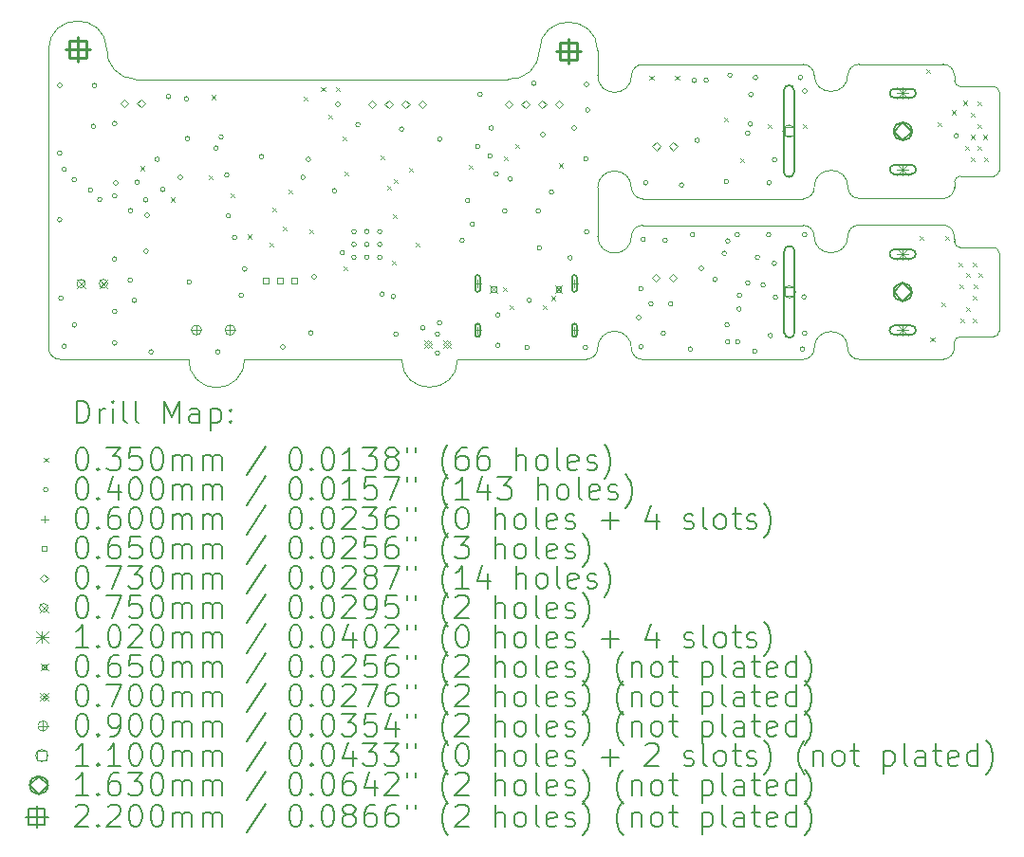
<source format=gbr>
%FSLAX45Y45*%
G04 Gerber Fmt 4.5, Leading zero omitted, Abs format (unit mm)*
G04 Created by KiCad (PCBNEW (6.0.4)) date 2023-03-27 13:04:35*
%MOMM*%
%LPD*%
G01*
G04 APERTURE LIST*
%TA.AperFunction,Profile*%
%ADD10C,0.100000*%
%TD*%
%ADD11C,0.200000*%
%ADD12C,0.035000*%
%ADD13C,0.040000*%
%ADD14C,0.060000*%
%ADD15C,0.065000*%
%ADD16C,0.073000*%
%ADD17C,0.075000*%
%ADD18C,0.102000*%
%ADD19C,0.070000*%
%ADD20C,0.090000*%
%ADD21C,0.110000*%
%ADD22C,0.163000*%
%ADD23C,0.220000*%
G04 APERTURE END LIST*
D10*
X24890562Y-14535859D02*
X24890562Y-14585859D01*
X24890916Y-13635504D02*
G75*
G03*
X24940917Y-13685504I50004J4D01*
G01*
X23541500Y-13252000D02*
X22111500Y-13252000D01*
X21709997Y-12150000D02*
G75*
G03*
X22011500Y-12152000I150753J-760D01*
G01*
X24042377Y-12050377D02*
G75*
G03*
X23942377Y-12150377I3J-100003D01*
G01*
X24889850Y-13586570D02*
G75*
G03*
X24789851Y-13486570I-100000J0D01*
G01*
X24790562Y-14685859D02*
X24040562Y-14685859D01*
X23541500Y-13252000D02*
G75*
G03*
X23641500Y-13152000I0J100000D01*
G01*
X25240562Y-14485152D02*
G75*
G03*
X25290562Y-14435149I-2J50002D01*
G01*
X24890955Y-12150377D02*
X24892732Y-12200022D01*
X24042377Y-12050377D02*
X24790955Y-12050377D01*
X24942377Y-13050377D02*
G75*
G03*
X24892377Y-13100377I3J-50003D01*
G01*
X24890953Y-12150377D02*
G75*
G03*
X24790955Y-12050377I-99993J7D01*
G01*
X23941664Y-13149666D02*
G75*
G03*
X24041666Y-13249666I100006J6D01*
G01*
X23941750Y-13148250D02*
G75*
G03*
X23641750Y-13148250I-150000J0D01*
G01*
X24892738Y-12200022D02*
G75*
G03*
X24942732Y-12250022I50002J2D01*
G01*
X25242022Y-13050022D02*
X24942377Y-13050377D01*
X24889851Y-13586570D02*
X24890917Y-13635504D01*
X24791666Y-13249666D02*
X24041666Y-13249666D01*
X23640750Y-13588250D02*
G75*
G03*
X23540750Y-13488250I-100000J0D01*
G01*
X25240562Y-14485149D02*
X24940562Y-14485859D01*
X22011500Y-13152000D02*
G75*
G03*
X22111500Y-13252000I100000J0D01*
G01*
X17584310Y-12185014D02*
X20910430Y-12184310D01*
X22010745Y-14588250D02*
G75*
G03*
X21710000Y-14585000I-150355J3250D01*
G01*
X24790562Y-14685862D02*
G75*
G03*
X24890562Y-14585859I-2J100002D01*
G01*
X16810000Y-12185000D02*
X16810711Y-14585289D01*
X24892377Y-13100377D02*
X24891666Y-13149666D01*
X25242022Y-13050022D02*
G75*
G03*
X25292022Y-13000022I-2J50002D01*
G01*
X24791666Y-13249666D02*
G75*
G03*
X24891666Y-13149666I4J99996D01*
G01*
X16810711Y-14585289D02*
G75*
G03*
X16910711Y-14685289I99999J-1D01*
G01*
X23641000Y-12144000D02*
G75*
G03*
X23941000Y-12144000I150000J0D01*
G01*
X21610000Y-14685000D02*
G75*
G03*
X21710000Y-14585000I0J100000D01*
G01*
X21710000Y-12185000D02*
X21710000Y-11930000D01*
X24041273Y-13486573D02*
G75*
G03*
X23941273Y-13586570I-3J-99997D01*
G01*
X18559998Y-14685102D02*
X19960000Y-14685000D01*
X22111500Y-12052000D02*
G75*
G03*
X22011500Y-12152000I0J-100000D01*
G01*
X24942732Y-12250022D02*
X25242022Y-12250732D01*
X23641500Y-12152000D02*
G75*
G03*
X23541500Y-12052000I-100000J0D01*
G01*
X23540750Y-14688250D02*
X22110750Y-14688250D01*
X20460000Y-14685000D02*
X21610000Y-14685000D01*
X24940917Y-13685504D02*
X25240562Y-13685859D01*
X25290562Y-13735859D02*
X25290562Y-14435149D01*
X25292028Y-12300732D02*
G75*
G03*
X25242022Y-12250732I-50008J-8D01*
G01*
X21710000Y-11930000D02*
G75*
G03*
X21190000Y-11930000I-260000J-5000D01*
G01*
X23640005Y-13584000D02*
G75*
G03*
X23941273Y-13586570I150645J0D01*
G01*
X21710000Y-13587000D02*
G75*
G03*
X22010000Y-13587000I150000J0D01*
G01*
X16910711Y-14685289D02*
X18060000Y-14685000D01*
X23940561Y-14585859D02*
G75*
G03*
X24040562Y-14685859I99999J-1D01*
G01*
X22110750Y-13488250D02*
X23540750Y-13488250D01*
X22110750Y-13488250D02*
G75*
G03*
X22010750Y-13588250I0J-100000D01*
G01*
X25292022Y-12300732D02*
X25292022Y-13000022D01*
X22111500Y-12052000D02*
X23541500Y-12052000D01*
X21710000Y-13155000D02*
X21710000Y-13587000D01*
X25290561Y-13735859D02*
G75*
G03*
X25240562Y-13685859I-50001J-1D01*
G01*
X19960000Y-14685000D02*
G75*
G03*
X20460000Y-14685000I250000J0D01*
G01*
X17330006Y-11905444D02*
G75*
G03*
X17584310Y-12185014I259304J-19576D01*
G01*
X17330000Y-11920000D02*
G75*
G03*
X16810000Y-11920000I-260000J-5000D01*
G01*
X24940562Y-14485862D02*
G75*
G03*
X24890562Y-14535859I-2J-49998D01*
G01*
X20910430Y-12184311D02*
G75*
G03*
X21190000Y-11930000I19570J259311D01*
G01*
X22010000Y-13155000D02*
G75*
G03*
X21710000Y-13155000I-150000J0D01*
G01*
X23940750Y-14588250D02*
G75*
G03*
X23640750Y-14588250I-150000J0D01*
G01*
X24041273Y-13486570D02*
X24789851Y-13486570D01*
X22010750Y-14588250D02*
G75*
G03*
X22110750Y-14688250I100000J0D01*
G01*
X23540750Y-14688250D02*
G75*
G03*
X23640750Y-14588250I0J100000D01*
G01*
X16810000Y-12185000D02*
X16810000Y-11920000D01*
X18060004Y-14685000D02*
G75*
G03*
X18559998Y-14685102I249996J-5100D01*
G01*
D11*
D12*
X17632500Y-12962500D02*
X17667500Y-12997500D01*
X17667500Y-12962500D02*
X17632500Y-12997500D01*
X17902500Y-13242500D02*
X17937500Y-13277500D01*
X17937500Y-13242500D02*
X17902500Y-13277500D01*
X18242500Y-13042500D02*
X18277500Y-13077500D01*
X18277500Y-13042500D02*
X18242500Y-13077500D01*
X18262500Y-12327500D02*
X18297500Y-12362500D01*
X18297500Y-12327500D02*
X18262500Y-12362500D01*
X18432500Y-13202500D02*
X18467500Y-13237500D01*
X18467500Y-13202500D02*
X18432500Y-13237500D01*
X18587500Y-13572500D02*
X18622500Y-13607500D01*
X18622500Y-13572500D02*
X18587500Y-13607500D01*
X18782500Y-13642500D02*
X18817500Y-13677500D01*
X18817500Y-13642500D02*
X18782500Y-13677500D01*
X18808981Y-13329065D02*
X18843981Y-13364065D01*
X18843981Y-13329065D02*
X18808981Y-13364065D01*
X18902500Y-13497500D02*
X18937500Y-13532500D01*
X18937500Y-13497500D02*
X18902500Y-13532500D01*
X18952500Y-13172500D02*
X18987500Y-13207500D01*
X18987500Y-13172500D02*
X18952500Y-13207500D01*
X19082500Y-12337500D02*
X19117500Y-12372500D01*
X19117500Y-12337500D02*
X19082500Y-12372500D01*
X19138309Y-13526550D02*
X19173309Y-13561550D01*
X19173309Y-13526550D02*
X19138309Y-13561550D01*
X19242500Y-12257500D02*
X19277500Y-12292500D01*
X19277500Y-12257500D02*
X19242500Y-12292500D01*
X19306800Y-12497500D02*
X19341800Y-12532500D01*
X19341800Y-12497500D02*
X19306800Y-12532500D01*
X19372500Y-12257500D02*
X19407500Y-12292500D01*
X19407500Y-12257500D02*
X19372500Y-12292500D01*
X19432500Y-12692500D02*
X19467500Y-12727500D01*
X19467500Y-12692500D02*
X19432500Y-12727500D01*
X19442500Y-13857500D02*
X19477500Y-13892500D01*
X19477500Y-13857500D02*
X19442500Y-13892500D01*
X19452500Y-13012500D02*
X19487500Y-13047500D01*
X19487500Y-13012500D02*
X19452500Y-13047500D01*
X19771402Y-12866160D02*
X19806402Y-12901160D01*
X19806402Y-12866160D02*
X19771402Y-12901160D01*
X19831723Y-13139457D02*
X19866723Y-13174457D01*
X19866723Y-13139457D02*
X19831723Y-13174457D01*
X19873500Y-13804500D02*
X19908500Y-13839500D01*
X19908500Y-13804500D02*
X19873500Y-13839500D01*
X19882500Y-13387500D02*
X19917500Y-13422500D01*
X19917500Y-13387500D02*
X19882500Y-13422500D01*
X19890663Y-13080515D02*
X19925663Y-13115515D01*
X19925663Y-13080515D02*
X19890663Y-13115515D01*
X20022500Y-12972500D02*
X20057500Y-13007500D01*
X20057500Y-12972500D02*
X20022500Y-13007500D01*
X20083500Y-13644450D02*
X20118500Y-13679450D01*
X20118500Y-13644450D02*
X20083500Y-13679450D01*
X20562500Y-12947500D02*
X20597500Y-12982500D01*
X20597500Y-12947500D02*
X20562500Y-12982500D01*
X20862500Y-14041450D02*
X20897500Y-14076450D01*
X20897500Y-14041450D02*
X20862500Y-14076450D01*
X20870609Y-12874391D02*
X20905609Y-12909391D01*
X20905609Y-12874391D02*
X20870609Y-12909391D01*
X20922500Y-14202500D02*
X20957500Y-14237500D01*
X20957500Y-14202500D02*
X20922500Y-14237500D01*
X20972500Y-12762500D02*
X21007500Y-12797500D01*
X21007500Y-12762500D02*
X20972500Y-12797500D01*
X21222500Y-14202500D02*
X21257500Y-14237500D01*
X21257500Y-14202500D02*
X21222500Y-14237500D01*
X21292500Y-14122500D02*
X21327500Y-14157500D01*
X21327500Y-14122500D02*
X21292500Y-14157500D01*
X21362500Y-12937500D02*
X21397500Y-12972500D01*
X21397500Y-12937500D02*
X21362500Y-12972500D01*
X22172500Y-12157500D02*
X22207500Y-12192500D01*
X22207500Y-12157500D02*
X22172500Y-12192500D01*
X22401000Y-12154500D02*
X22436000Y-12189500D01*
X22436000Y-12154500D02*
X22401000Y-12189500D01*
X22836998Y-12527500D02*
X22871998Y-12562500D01*
X22871998Y-12527500D02*
X22836998Y-12562500D01*
X22980000Y-12890050D02*
X23015000Y-12925050D01*
X23015000Y-12890050D02*
X22980000Y-12925050D01*
X23225000Y-12585500D02*
X23260000Y-12620500D01*
X23260000Y-12585500D02*
X23225000Y-12620500D01*
X23540000Y-12582452D02*
X23575000Y-12617452D01*
X23575000Y-12582452D02*
X23540000Y-12617452D01*
X24578062Y-13586529D02*
X24613062Y-13621529D01*
X24613062Y-13586529D02*
X24578062Y-13621529D01*
X24641877Y-12095877D02*
X24676877Y-12130877D01*
X24676877Y-12095877D02*
X24641877Y-12130877D01*
X24678062Y-14493359D02*
X24713062Y-14528359D01*
X24713062Y-14493359D02*
X24678062Y-14528359D01*
X24738230Y-12569524D02*
X24773230Y-12604524D01*
X24773230Y-12569524D02*
X24738230Y-12604524D01*
X24773062Y-14178359D02*
X24808062Y-14213359D01*
X24808062Y-14178359D02*
X24773062Y-14213359D01*
X24813062Y-13588359D02*
X24848062Y-13623359D01*
X24848062Y-13588359D02*
X24813062Y-13623359D01*
X24870632Y-12462827D02*
X24905632Y-12497827D01*
X24905632Y-12462827D02*
X24870632Y-12497827D01*
X24928062Y-13818359D02*
X24963062Y-13853359D01*
X24963062Y-13818359D02*
X24928062Y-13853359D01*
X24933062Y-14013359D02*
X24968062Y-14048359D01*
X24968062Y-14013359D02*
X24933062Y-14048359D01*
X24948062Y-14318359D02*
X24983062Y-14353359D01*
X24983062Y-14318359D02*
X24948062Y-14353359D01*
X24969877Y-12377877D02*
X25004877Y-12412877D01*
X25004877Y-12377877D02*
X24969877Y-12412877D01*
X24984877Y-12782877D02*
X25019877Y-12817877D01*
X25019877Y-12782877D02*
X24984877Y-12817877D01*
X24993062Y-13918359D02*
X25028062Y-13953359D01*
X25028062Y-13918359D02*
X24993062Y-13953359D01*
X24998062Y-14218359D02*
X25033062Y-14253359D01*
X25033062Y-14218359D02*
X24998062Y-14253359D01*
X25034877Y-12482877D02*
X25069877Y-12517877D01*
X25069877Y-12482877D02*
X25034877Y-12517877D01*
X25034877Y-12682877D02*
X25069877Y-12717877D01*
X25069877Y-12682877D02*
X25034877Y-12717877D01*
X25034877Y-12882877D02*
X25069877Y-12917877D01*
X25069877Y-12882877D02*
X25034877Y-12917877D01*
X25053062Y-14118359D02*
X25088062Y-14153359D01*
X25088062Y-14118359D02*
X25053062Y-14153359D01*
X25053062Y-14318359D02*
X25088062Y-14353359D01*
X25088062Y-14318359D02*
X25053062Y-14353359D01*
X25058062Y-13818359D02*
X25093062Y-13853359D01*
X25093062Y-13818359D02*
X25058062Y-13853359D01*
X25063062Y-14018359D02*
X25098062Y-14053359D01*
X25098062Y-14018359D02*
X25063062Y-14053359D01*
X25094877Y-12382877D02*
X25129877Y-12417877D01*
X25129877Y-12382877D02*
X25094877Y-12417877D01*
X25094877Y-12582877D02*
X25129877Y-12617877D01*
X25129877Y-12582877D02*
X25094877Y-12617877D01*
X25094877Y-12782877D02*
X25129877Y-12817877D01*
X25129877Y-12782877D02*
X25094877Y-12817877D01*
X25108062Y-13918359D02*
X25143062Y-13953359D01*
X25143062Y-13918359D02*
X25108062Y-13953359D01*
X25144877Y-12682877D02*
X25179877Y-12717877D01*
X25179877Y-12682877D02*
X25144877Y-12717877D01*
X25154877Y-12882877D02*
X25189877Y-12917877D01*
X25189877Y-12882877D02*
X25154877Y-12917877D01*
D13*
X16930000Y-12240000D02*
G75*
G03*
X16930000Y-12240000I-20000J0D01*
G01*
X16930000Y-12845000D02*
G75*
G03*
X16930000Y-12845000I-20000J0D01*
G01*
X16930000Y-13440000D02*
G75*
G03*
X16930000Y-13440000I-20000J0D01*
G01*
X16940000Y-14140000D02*
G75*
G03*
X16940000Y-14140000I-20000J0D01*
G01*
X16970000Y-12990050D02*
G75*
G03*
X16970000Y-12990050I-20000J0D01*
G01*
X16970000Y-14570000D02*
G75*
G03*
X16970000Y-14570000I-20000J0D01*
G01*
X17060000Y-13080000D02*
G75*
G03*
X17060000Y-13080000I-20000J0D01*
G01*
X17060000Y-14380000D02*
G75*
G03*
X17060000Y-14380000I-20000J0D01*
G01*
X17205000Y-13175000D02*
G75*
G03*
X17205000Y-13175000I-20000J0D01*
G01*
X17230000Y-12605000D02*
G75*
G03*
X17230000Y-12605000I-20000J0D01*
G01*
X17240000Y-12240000D02*
G75*
G03*
X17240000Y-12240000I-20000J0D01*
G01*
X17287500Y-13257500D02*
G75*
G03*
X17287500Y-13257500I-20000J0D01*
G01*
X17419000Y-13791000D02*
G75*
G03*
X17419000Y-13791000I-20000J0D01*
G01*
X17420000Y-12580000D02*
G75*
G03*
X17420000Y-12580000I-20000J0D01*
G01*
X17420000Y-13227550D02*
G75*
G03*
X17420000Y-13227550I-20000J0D01*
G01*
X17420000Y-14260000D02*
G75*
G03*
X17420000Y-14260000I-20000J0D01*
G01*
X17420000Y-14540000D02*
G75*
G03*
X17420000Y-14540000I-20000J0D01*
G01*
X17430000Y-13110000D02*
G75*
G03*
X17430000Y-13110000I-20000J0D01*
G01*
X17560000Y-13980000D02*
G75*
G03*
X17560000Y-13980000I-20000J0D01*
G01*
X17560871Y-13359129D02*
G75*
G03*
X17560871Y-13359129I-20000J0D01*
G01*
X17595000Y-14160000D02*
G75*
G03*
X17595000Y-14160000I-20000J0D01*
G01*
X17620000Y-13105000D02*
G75*
G03*
X17620000Y-13105000I-20000J0D01*
G01*
X17697501Y-13262499D02*
G75*
G03*
X17697501Y-13262499I-20000J0D01*
G01*
X17700000Y-13720000D02*
G75*
G03*
X17700000Y-13720000I-20000J0D01*
G01*
X17710000Y-13400000D02*
G75*
G03*
X17710000Y-13400000I-20000J0D01*
G01*
X17745000Y-14620000D02*
G75*
G03*
X17745000Y-14620000I-20000J0D01*
G01*
X17800000Y-12900000D02*
G75*
G03*
X17800000Y-12900000I-20000J0D01*
G01*
X17850000Y-13170000D02*
G75*
G03*
X17850000Y-13170000I-20000J0D01*
G01*
X17900000Y-12340000D02*
G75*
G03*
X17900000Y-12340000I-20000J0D01*
G01*
X18005000Y-13060000D02*
G75*
G03*
X18005000Y-13060000I-20000J0D01*
G01*
X18060000Y-12360000D02*
G75*
G03*
X18060000Y-12360000I-20000J0D01*
G01*
X18070000Y-12715000D02*
G75*
G03*
X18070000Y-12715000I-20000J0D01*
G01*
X18085000Y-13995000D02*
G75*
G03*
X18085000Y-13995000I-20000J0D01*
G01*
X18325000Y-12800000D02*
G75*
G03*
X18325000Y-12800000I-20000J0D01*
G01*
X18340000Y-14620000D02*
G75*
G03*
X18340000Y-14620000I-20000J0D01*
G01*
X18370000Y-12700000D02*
G75*
G03*
X18370000Y-12700000I-20000J0D01*
G01*
X18420000Y-13040901D02*
G75*
G03*
X18420000Y-13040901I-20000J0D01*
G01*
X18435000Y-13405000D02*
G75*
G03*
X18435000Y-13405000I-20000J0D01*
G01*
X18490000Y-13600000D02*
G75*
G03*
X18490000Y-13600000I-20000J0D01*
G01*
X18550000Y-14115000D02*
G75*
G03*
X18550000Y-14115000I-20000J0D01*
G01*
X18580000Y-13880000D02*
G75*
G03*
X18580000Y-13880000I-20000J0D01*
G01*
X18730000Y-12875000D02*
G75*
G03*
X18730000Y-12875000I-20000J0D01*
G01*
X18920000Y-14575000D02*
G75*
G03*
X18920000Y-14575000I-20000J0D01*
G01*
X19100000Y-13060000D02*
G75*
G03*
X19100000Y-13060000I-20000J0D01*
G01*
X19147800Y-12900000D02*
G75*
G03*
X19147800Y-12900000I-20000J0D01*
G01*
X19170000Y-14450000D02*
G75*
G03*
X19170000Y-14450000I-20000J0D01*
G01*
X19200000Y-13950000D02*
G75*
G03*
X19200000Y-13950000I-20000J0D01*
G01*
X19380000Y-13180000D02*
G75*
G03*
X19380000Y-13180000I-20000J0D01*
G01*
X19411750Y-12409750D02*
G75*
G03*
X19411750Y-12409750I-20000J0D01*
G01*
X19451050Y-13732441D02*
G75*
G03*
X19451050Y-13732441I-20000J0D01*
G01*
X19555000Y-13545000D02*
G75*
G03*
X19555000Y-13545000I-20000J0D01*
G01*
X19555000Y-13660000D02*
G75*
G03*
X19555000Y-13660000I-20000J0D01*
G01*
X19555000Y-13775000D02*
G75*
G03*
X19555000Y-13775000I-20000J0D01*
G01*
X19590000Y-12590000D02*
G75*
G03*
X19590000Y-12590000I-20000J0D01*
G01*
X19670000Y-13545000D02*
G75*
G03*
X19670000Y-13545000I-20000J0D01*
G01*
X19670000Y-13660000D02*
G75*
G03*
X19670000Y-13660000I-20000J0D01*
G01*
X19670000Y-13775000D02*
G75*
G03*
X19670000Y-13775000I-20000J0D01*
G01*
X19785000Y-13545000D02*
G75*
G03*
X19785000Y-13545000I-20000J0D01*
G01*
X19785000Y-13660000D02*
G75*
G03*
X19785000Y-13660000I-20000J0D01*
G01*
X19785000Y-13775000D02*
G75*
G03*
X19785000Y-13775000I-20000J0D01*
G01*
X19807351Y-14103399D02*
G75*
G03*
X19807351Y-14103399I-20000J0D01*
G01*
X19905000Y-14125000D02*
G75*
G03*
X19905000Y-14125000I-20000J0D01*
G01*
X19930000Y-14460000D02*
G75*
G03*
X19930000Y-14460000I-20000J0D01*
G01*
X19980000Y-12630000D02*
G75*
G03*
X19980000Y-12630000I-20000J0D01*
G01*
X20170000Y-14405000D02*
G75*
G03*
X20170000Y-14405000I-20000J0D01*
G01*
X20300000Y-14460000D02*
G75*
G03*
X20300000Y-14460000I-20000J0D01*
G01*
X20300000Y-14630000D02*
G75*
G03*
X20300000Y-14630000I-20000J0D01*
G01*
X20320000Y-12720000D02*
G75*
G03*
X20320000Y-12720000I-20000J0D01*
G01*
X20320000Y-14360000D02*
G75*
G03*
X20320000Y-14360000I-20000J0D01*
G01*
X20520000Y-13625000D02*
G75*
G03*
X20520000Y-13625000I-20000J0D01*
G01*
X20568038Y-13266962D02*
G75*
G03*
X20568038Y-13266962I-20000J0D01*
G01*
X20610000Y-13480000D02*
G75*
G03*
X20610000Y-13480000I-20000J0D01*
G01*
X20660000Y-12785000D02*
G75*
G03*
X20660000Y-12785000I-20000J0D01*
G01*
X20680000Y-12320000D02*
G75*
G03*
X20680000Y-12320000I-20000J0D01*
G01*
X20770000Y-12870000D02*
G75*
G03*
X20770000Y-12870000I-20000J0D01*
G01*
X20780000Y-12620000D02*
G75*
G03*
X20780000Y-12620000I-20000J0D01*
G01*
X20824500Y-13030500D02*
G75*
G03*
X20824500Y-13030500I-20000J0D01*
G01*
X20840000Y-14290000D02*
G75*
G03*
X20840000Y-14290000I-20000J0D01*
G01*
X20840000Y-14560000D02*
G75*
G03*
X20840000Y-14560000I-20000J0D01*
G01*
X20900000Y-13360000D02*
G75*
G03*
X20900000Y-13360000I-20000J0D01*
G01*
X20950000Y-13075000D02*
G75*
G03*
X20950000Y-13075000I-20000J0D01*
G01*
X21100000Y-14580000D02*
G75*
G03*
X21100000Y-14580000I-20000J0D01*
G01*
X21120000Y-14160000D02*
G75*
G03*
X21120000Y-14160000I-20000J0D01*
G01*
X21160000Y-12220000D02*
G75*
G03*
X21160000Y-12220000I-20000J0D01*
G01*
X21200000Y-13360000D02*
G75*
G03*
X21200000Y-13360000I-20000J0D01*
G01*
X21210000Y-13692518D02*
G75*
G03*
X21210000Y-13692518I-20000J0D01*
G01*
X21240000Y-12680000D02*
G75*
G03*
X21240000Y-12680000I-20000J0D01*
G01*
X21317000Y-13192000D02*
G75*
G03*
X21317000Y-13192000I-20000J0D01*
G01*
X21483624Y-13780001D02*
G75*
G03*
X21483624Y-13780001I-20000J0D01*
G01*
X21520000Y-12620000D02*
G75*
G03*
X21520000Y-12620000I-20000J0D01*
G01*
X21620000Y-14580000D02*
G75*
G03*
X21620000Y-14580000I-20000J0D01*
G01*
X21625000Y-12895000D02*
G75*
G03*
X21625000Y-12895000I-20000J0D01*
G01*
X21630000Y-12230000D02*
G75*
G03*
X21630000Y-12230000I-20000J0D01*
G01*
X21632500Y-13547500D02*
G75*
G03*
X21632500Y-13547500I-20000J0D01*
G01*
X21640000Y-12460000D02*
G75*
G03*
X21640000Y-12460000I-20000J0D01*
G01*
X22095000Y-14314000D02*
G75*
G03*
X22095000Y-14314000I-20000J0D01*
G01*
X22115000Y-14054000D02*
G75*
G03*
X22115000Y-14054000I-20000J0D01*
G01*
X22115000Y-14574000D02*
G75*
G03*
X22115000Y-14574000I-20000J0D01*
G01*
X22135000Y-13614000D02*
G75*
G03*
X22135000Y-13614000I-20000J0D01*
G01*
X22157500Y-13109952D02*
G75*
G03*
X22157500Y-13109952I-20000J0D01*
G01*
X22205000Y-14189000D02*
G75*
G03*
X22205000Y-14189000I-20000J0D01*
G01*
X22315000Y-14454000D02*
G75*
G03*
X22315000Y-14454000I-20000J0D01*
G01*
X22330000Y-13624000D02*
G75*
G03*
X22330000Y-13624000I-20000J0D01*
G01*
X22379951Y-14191549D02*
G75*
G03*
X22379951Y-14191549I-20000J0D01*
G01*
X22477500Y-13129952D02*
G75*
G03*
X22477500Y-13129952I-20000J0D01*
G01*
X22555000Y-14594000D02*
G75*
G03*
X22555000Y-14594000I-20000J0D01*
G01*
X22575000Y-13574000D02*
G75*
G03*
X22575000Y-13574000I-20000J0D01*
G01*
X22591500Y-12195000D02*
G75*
G03*
X22591500Y-12195000I-20000J0D01*
G01*
X22617500Y-12729952D02*
G75*
G03*
X22617500Y-12729952I-20000J0D01*
G01*
X22655000Y-13874000D02*
G75*
G03*
X22655000Y-13874000I-20000J0D01*
G01*
X22697500Y-12195000D02*
G75*
G03*
X22697500Y-12195000I-20000J0D01*
G01*
X22775000Y-13974000D02*
G75*
G03*
X22775000Y-13974000I-20000J0D01*
G01*
X22859200Y-13739000D02*
G75*
G03*
X22859200Y-13739000I-20000J0D01*
G01*
X22877500Y-13099952D02*
G75*
G03*
X22877500Y-13099952I-20000J0D01*
G01*
X22883961Y-14379050D02*
G75*
G03*
X22883961Y-14379050I-20000J0D01*
G01*
X22887500Y-14529000D02*
G75*
G03*
X22887500Y-14529000I-20000J0D01*
G01*
X22890000Y-13629000D02*
G75*
G03*
X22890000Y-13629000I-20000J0D01*
G01*
X22909500Y-12148000D02*
G75*
G03*
X22909500Y-12148000I-20000J0D01*
G01*
X22975000Y-13574000D02*
G75*
G03*
X22975000Y-13574000I-20000J0D01*
G01*
X22980000Y-14529000D02*
G75*
G03*
X22980000Y-14529000I-20000J0D01*
G01*
X22990893Y-14236843D02*
G75*
G03*
X22990893Y-14236843I-20000J0D01*
G01*
X22995000Y-14114000D02*
G75*
G03*
X22995000Y-14114000I-20000J0D01*
G01*
X23067500Y-12665000D02*
G75*
G03*
X23067500Y-12665000I-20000J0D01*
G01*
X23069000Y-14003000D02*
G75*
G03*
X23069000Y-14003000I-20000J0D01*
G01*
X23092500Y-12585000D02*
G75*
G03*
X23092500Y-12585000I-20000J0D01*
G01*
X23096500Y-12322000D02*
G75*
G03*
X23096500Y-12322000I-20000J0D01*
G01*
X23131906Y-14612942D02*
G75*
G03*
X23131906Y-14612942I-20000J0D01*
G01*
X23137500Y-12169952D02*
G75*
G03*
X23137500Y-12169952I-20000J0D01*
G01*
X23155000Y-13774000D02*
G75*
G03*
X23155000Y-13774000I-20000J0D01*
G01*
X23205014Y-14022722D02*
G75*
G03*
X23205014Y-14022722I-20000J0D01*
G01*
X23255000Y-13574000D02*
G75*
G03*
X23255000Y-13574000I-20000J0D01*
G01*
X23257500Y-13109952D02*
G75*
G03*
X23257500Y-13109952I-20000J0D01*
G01*
X23270000Y-14474000D02*
G75*
G03*
X23270000Y-14474000I-20000J0D01*
G01*
X23305000Y-13829000D02*
G75*
G03*
X23305000Y-13829000I-20000J0D01*
G01*
X23307500Y-12902500D02*
G75*
G03*
X23307500Y-12902500I-20000J0D01*
G01*
X23315119Y-14131681D02*
G75*
G03*
X23315119Y-14131681I-20000J0D01*
G01*
X23537500Y-12169952D02*
G75*
G03*
X23537500Y-12169952I-20000J0D01*
G01*
X23555000Y-14594000D02*
G75*
G03*
X23555000Y-14594000I-20000J0D01*
G01*
X23570000Y-14129000D02*
G75*
G03*
X23570000Y-14129000I-20000J0D01*
G01*
X23575000Y-13574000D02*
G75*
G03*
X23575000Y-13574000I-20000J0D01*
G01*
X23575000Y-14454000D02*
G75*
G03*
X23575000Y-14454000I-20000J0D01*
G01*
X23577500Y-12289952D02*
G75*
G03*
X23577500Y-12289952I-20000J0D01*
G01*
X24929043Y-12690327D02*
G75*
G03*
X24929043Y-12690327I-20000J0D01*
G01*
D14*
X20638000Y-13979000D02*
X20638000Y-14039000D01*
X20608000Y-14009000D02*
X20668000Y-14009000D01*
D11*
X20658000Y-14064000D02*
X20658000Y-13954000D01*
X20618000Y-14064000D02*
X20618000Y-13954000D01*
X20658000Y-13954000D02*
G75*
G03*
X20618000Y-13954000I-20000J0D01*
G01*
X20618000Y-14064000D02*
G75*
G03*
X20658000Y-14064000I20000J0D01*
G01*
D14*
X20638000Y-14397000D02*
X20638000Y-14457000D01*
X20608000Y-14427000D02*
X20668000Y-14427000D01*
D11*
X20658000Y-14467000D02*
X20658000Y-14387000D01*
X20618000Y-14467000D02*
X20618000Y-14387000D01*
X20658000Y-14387000D02*
G75*
G03*
X20618000Y-14387000I-20000J0D01*
G01*
X20618000Y-14467000D02*
G75*
G03*
X20658000Y-14467000I20000J0D01*
G01*
D14*
X21502000Y-13979000D02*
X21502000Y-14039000D01*
X21472000Y-14009000D02*
X21532000Y-14009000D01*
D11*
X21522000Y-14064000D02*
X21522000Y-13954000D01*
X21482000Y-14064000D02*
X21482000Y-13954000D01*
X21522000Y-13954000D02*
G75*
G03*
X21482000Y-13954000I-20000J0D01*
G01*
X21482000Y-14064000D02*
G75*
G03*
X21522000Y-14064000I20000J0D01*
G01*
D14*
X21502000Y-14397000D02*
X21502000Y-14457000D01*
X21472000Y-14427000D02*
X21532000Y-14427000D01*
D11*
X21522000Y-14467000D02*
X21522000Y-14387000D01*
X21482000Y-14467000D02*
X21482000Y-14387000D01*
X21522000Y-14387000D02*
G75*
G03*
X21482000Y-14387000I-20000J0D01*
G01*
X21482000Y-14467000D02*
G75*
G03*
X21522000Y-14467000I20000J0D01*
G01*
D15*
X18770481Y-14007981D02*
X18770481Y-13962019D01*
X18724519Y-13962019D01*
X18724519Y-14007981D01*
X18770481Y-14007981D01*
X18897481Y-14007981D02*
X18897481Y-13962019D01*
X18851519Y-13962019D01*
X18851519Y-14007981D01*
X18897481Y-14007981D01*
X19024481Y-14007981D02*
X19024481Y-13962019D01*
X18978519Y-13962019D01*
X18978519Y-14007981D01*
X19024481Y-14007981D01*
D16*
X17485000Y-12436500D02*
X17521500Y-12400000D01*
X17485000Y-12363500D01*
X17448500Y-12400000D01*
X17485000Y-12436500D01*
X17635000Y-12436500D02*
X17671500Y-12400000D01*
X17635000Y-12363500D01*
X17598500Y-12400000D01*
X17635000Y-12436500D01*
X19695000Y-12446500D02*
X19731500Y-12410000D01*
X19695000Y-12373500D01*
X19658500Y-12410000D01*
X19695000Y-12446500D01*
X19845000Y-12446500D02*
X19881500Y-12410000D01*
X19845000Y-12373500D01*
X19808500Y-12410000D01*
X19845000Y-12446500D01*
X19995000Y-12446500D02*
X20031500Y-12410000D01*
X19995000Y-12373500D01*
X19958500Y-12410000D01*
X19995000Y-12446500D01*
X20145000Y-12446500D02*
X20181500Y-12410000D01*
X20145000Y-12373500D01*
X20108500Y-12410000D01*
X20145000Y-12446500D01*
X20915000Y-12446500D02*
X20951500Y-12410000D01*
X20915000Y-12373500D01*
X20878500Y-12410000D01*
X20915000Y-12446500D01*
X21065000Y-12446500D02*
X21101500Y-12410000D01*
X21065000Y-12373500D01*
X21028500Y-12410000D01*
X21065000Y-12446500D01*
X21215000Y-12446500D02*
X21251500Y-12410000D01*
X21215000Y-12373500D01*
X21178500Y-12410000D01*
X21215000Y-12446500D01*
X21365000Y-12446500D02*
X21401500Y-12410000D01*
X21365000Y-12373500D01*
X21328500Y-12410000D01*
X21365000Y-12446500D01*
X22229250Y-13993500D02*
X22265750Y-13957000D01*
X22229250Y-13920500D01*
X22192750Y-13957000D01*
X22229250Y-13993500D01*
X22233250Y-12820500D02*
X22269750Y-12784000D01*
X22233250Y-12747500D01*
X22196750Y-12784000D01*
X22233250Y-12820500D01*
X22379250Y-13993500D02*
X22415750Y-13957000D01*
X22379250Y-13920500D01*
X22342750Y-13957000D01*
X22379250Y-13993500D01*
X22383250Y-12820500D02*
X22419750Y-12784000D01*
X22383250Y-12747500D01*
X22346750Y-12784000D01*
X22383250Y-12820500D01*
D17*
X17062500Y-13972500D02*
X17137500Y-14047500D01*
X17137500Y-13972500D02*
X17062500Y-14047500D01*
X17137500Y-14010000D02*
G75*
G03*
X17137500Y-14010000I-37500J0D01*
G01*
X17262500Y-13972500D02*
X17337500Y-14047500D01*
X17337500Y-13972500D02*
X17262500Y-14047500D01*
X17337500Y-14010000D02*
G75*
G03*
X17337500Y-14010000I-37500J0D01*
G01*
D18*
X24379562Y-13694859D02*
X24481562Y-13796859D01*
X24481562Y-13694859D02*
X24379562Y-13796859D01*
X24430562Y-13694859D02*
X24430562Y-13796859D01*
X24379562Y-13745859D02*
X24481562Y-13745859D01*
D11*
X24354562Y-13786859D02*
X24506562Y-13786859D01*
X24354562Y-13704859D02*
X24506562Y-13704859D01*
X24506562Y-13786859D02*
G75*
G03*
X24506562Y-13704859I0J41000D01*
G01*
X24354562Y-13704859D02*
G75*
G03*
X24354562Y-13786859I0J-41000D01*
G01*
D18*
X24379562Y-14374859D02*
X24481562Y-14476859D01*
X24481562Y-14374859D02*
X24379562Y-14476859D01*
X24430562Y-14374859D02*
X24430562Y-14476859D01*
X24379562Y-14425859D02*
X24481562Y-14425859D01*
D11*
X24354562Y-14466859D02*
X24506562Y-14466859D01*
X24354562Y-14384859D02*
X24506562Y-14384859D01*
X24506562Y-14466859D02*
G75*
G03*
X24506562Y-14384859I0J41000D01*
G01*
X24354562Y-14384859D02*
G75*
G03*
X24354562Y-14466859I0J-41000D01*
G01*
D18*
X24381377Y-12259377D02*
X24483377Y-12361377D01*
X24483377Y-12259377D02*
X24381377Y-12361377D01*
X24432377Y-12259377D02*
X24432377Y-12361377D01*
X24381377Y-12310377D02*
X24483377Y-12310377D01*
D11*
X24508377Y-12269377D02*
X24356377Y-12269377D01*
X24508377Y-12351377D02*
X24356377Y-12351377D01*
X24356377Y-12269377D02*
G75*
G03*
X24356377Y-12351377I0J-41000D01*
G01*
X24508377Y-12351377D02*
G75*
G03*
X24508377Y-12269377I0J41000D01*
G01*
D18*
X24381377Y-12939377D02*
X24483377Y-13041377D01*
X24483377Y-12939377D02*
X24381377Y-13041377D01*
X24432377Y-12939377D02*
X24432377Y-13041377D01*
X24381377Y-12990377D02*
X24483377Y-12990377D01*
D11*
X24508377Y-12949377D02*
X24356377Y-12949377D01*
X24508377Y-13031377D02*
X24356377Y-13031377D01*
X24356377Y-12949377D02*
G75*
G03*
X24356377Y-13031377I0J-41000D01*
G01*
X24508377Y-13031377D02*
G75*
G03*
X24508377Y-12949377I0J41000D01*
G01*
D15*
X20748500Y-14026500D02*
X20813500Y-14091500D01*
X20813500Y-14026500D02*
X20748500Y-14091500D01*
X20803981Y-14081981D02*
X20803981Y-14036019D01*
X20758019Y-14036019D01*
X20758019Y-14081981D01*
X20803981Y-14081981D01*
X21326500Y-14026500D02*
X21391500Y-14091500D01*
X21391500Y-14026500D02*
X21326500Y-14091500D01*
X21381981Y-14081981D02*
X21381981Y-14036019D01*
X21336019Y-14036019D01*
X21336019Y-14081981D01*
X21381981Y-14081981D01*
D19*
X20160000Y-14515000D02*
X20230000Y-14585000D01*
X20230000Y-14515000D02*
X20160000Y-14585000D01*
X20195000Y-14585000D02*
X20230000Y-14550000D01*
X20195000Y-14515000D01*
X20160000Y-14550000D01*
X20195000Y-14585000D01*
X20330000Y-14515000D02*
X20400000Y-14585000D01*
X20400000Y-14515000D02*
X20330000Y-14585000D01*
X20365000Y-14585000D02*
X20400000Y-14550000D01*
X20365000Y-14515000D01*
X20330000Y-14550000D01*
X20365000Y-14585000D01*
D20*
X18130000Y-14380000D02*
X18130000Y-14470000D01*
X18085000Y-14425000D02*
X18175000Y-14425000D01*
X18175000Y-14425000D02*
G75*
G03*
X18175000Y-14425000I-45000J0D01*
G01*
X18430000Y-14380000D02*
X18430000Y-14470000D01*
X18385000Y-14425000D02*
X18475000Y-14425000D01*
X18475000Y-14425000D02*
G75*
G03*
X18475000Y-14425000I-45000J0D01*
G01*
D21*
X23454391Y-12687391D02*
X23454391Y-12609609D01*
X23376609Y-12609609D01*
X23376609Y-12687391D01*
X23454391Y-12687391D01*
X23470500Y-12648500D02*
G75*
G03*
X23470500Y-12648500I-55000J0D01*
G01*
D11*
X23460500Y-13013500D02*
X23460500Y-12283500D01*
X23370500Y-13013500D02*
X23370500Y-12283500D01*
X23460500Y-12283500D02*
G75*
G03*
X23370500Y-12283500I-45000J0D01*
G01*
X23370500Y-13013500D02*
G75*
G03*
X23460500Y-13013500I45000J0D01*
G01*
D21*
X23458891Y-14122891D02*
X23458891Y-14045109D01*
X23381109Y-14045109D01*
X23381109Y-14122891D01*
X23458891Y-14122891D01*
X23475000Y-14084000D02*
G75*
G03*
X23475000Y-14084000I-55000J0D01*
G01*
D11*
X23375000Y-13719000D02*
X23375000Y-14449000D01*
X23465000Y-13719000D02*
X23465000Y-14449000D01*
X23375000Y-14449000D02*
G75*
G03*
X23465000Y-14449000I45000J0D01*
G01*
X23465000Y-13719000D02*
G75*
G03*
X23375000Y-13719000I-45000J0D01*
G01*
D22*
X24430562Y-14167359D02*
X24512062Y-14085859D01*
X24430562Y-14004359D01*
X24349062Y-14085859D01*
X24430562Y-14167359D01*
X24512062Y-14085859D02*
G75*
G03*
X24512062Y-14085859I-81500J0D01*
G01*
X24432377Y-12731877D02*
X24513877Y-12650377D01*
X24432377Y-12568877D01*
X24350877Y-12650377D01*
X24432377Y-12731877D01*
X24513877Y-12650377D02*
G75*
G03*
X24513877Y-12650377I-81500J0D01*
G01*
D23*
X17070000Y-11810000D02*
X17070000Y-12030000D01*
X16960000Y-11920000D02*
X17180000Y-11920000D01*
X17147783Y-11997782D02*
X17147783Y-11842217D01*
X16992218Y-11842217D01*
X16992218Y-11997782D01*
X17147783Y-11997782D01*
X21450000Y-11825000D02*
X21450000Y-12045000D01*
X21340000Y-11935000D02*
X21560000Y-11935000D01*
X21527783Y-12012782D02*
X21527783Y-11857217D01*
X21372218Y-11857217D01*
X21372218Y-12012782D01*
X21527783Y-12012782D01*
D11*
X17062619Y-15255624D02*
X17062619Y-15055624D01*
X17110238Y-15055624D01*
X17138810Y-15065148D01*
X17157857Y-15084195D01*
X17167381Y-15103243D01*
X17176905Y-15141338D01*
X17176905Y-15169910D01*
X17167381Y-15208005D01*
X17157857Y-15227052D01*
X17138810Y-15246100D01*
X17110238Y-15255624D01*
X17062619Y-15255624D01*
X17262619Y-15255624D02*
X17262619Y-15122290D01*
X17262619Y-15160386D02*
X17272143Y-15141338D01*
X17281667Y-15131814D01*
X17300714Y-15122290D01*
X17319762Y-15122290D01*
X17386429Y-15255624D02*
X17386429Y-15122290D01*
X17386429Y-15055624D02*
X17376905Y-15065148D01*
X17386429Y-15074671D01*
X17395952Y-15065148D01*
X17386429Y-15055624D01*
X17386429Y-15074671D01*
X17510238Y-15255624D02*
X17491190Y-15246100D01*
X17481667Y-15227052D01*
X17481667Y-15055624D01*
X17615000Y-15255624D02*
X17595952Y-15246100D01*
X17586429Y-15227052D01*
X17586429Y-15055624D01*
X17843571Y-15255624D02*
X17843571Y-15055624D01*
X17910238Y-15198481D01*
X17976905Y-15055624D01*
X17976905Y-15255624D01*
X18157857Y-15255624D02*
X18157857Y-15150862D01*
X18148333Y-15131814D01*
X18129286Y-15122290D01*
X18091190Y-15122290D01*
X18072143Y-15131814D01*
X18157857Y-15246100D02*
X18138810Y-15255624D01*
X18091190Y-15255624D01*
X18072143Y-15246100D01*
X18062619Y-15227052D01*
X18062619Y-15208005D01*
X18072143Y-15188957D01*
X18091190Y-15179433D01*
X18138810Y-15179433D01*
X18157857Y-15169910D01*
X18253095Y-15122290D02*
X18253095Y-15322290D01*
X18253095Y-15131814D02*
X18272143Y-15122290D01*
X18310238Y-15122290D01*
X18329286Y-15131814D01*
X18338810Y-15141338D01*
X18348333Y-15160386D01*
X18348333Y-15217529D01*
X18338810Y-15236576D01*
X18329286Y-15246100D01*
X18310238Y-15255624D01*
X18272143Y-15255624D01*
X18253095Y-15246100D01*
X18434048Y-15236576D02*
X18443571Y-15246100D01*
X18434048Y-15255624D01*
X18424524Y-15246100D01*
X18434048Y-15236576D01*
X18434048Y-15255624D01*
X18434048Y-15131814D02*
X18443571Y-15141338D01*
X18434048Y-15150862D01*
X18424524Y-15141338D01*
X18434048Y-15131814D01*
X18434048Y-15150862D01*
D12*
X16770000Y-15567648D02*
X16805000Y-15602648D01*
X16805000Y-15567648D02*
X16770000Y-15602648D01*
D11*
X17100714Y-15475624D02*
X17119762Y-15475624D01*
X17138810Y-15485148D01*
X17148333Y-15494671D01*
X17157857Y-15513719D01*
X17167381Y-15551814D01*
X17167381Y-15599433D01*
X17157857Y-15637529D01*
X17148333Y-15656576D01*
X17138810Y-15666100D01*
X17119762Y-15675624D01*
X17100714Y-15675624D01*
X17081667Y-15666100D01*
X17072143Y-15656576D01*
X17062619Y-15637529D01*
X17053095Y-15599433D01*
X17053095Y-15551814D01*
X17062619Y-15513719D01*
X17072143Y-15494671D01*
X17081667Y-15485148D01*
X17100714Y-15475624D01*
X17253095Y-15656576D02*
X17262619Y-15666100D01*
X17253095Y-15675624D01*
X17243571Y-15666100D01*
X17253095Y-15656576D01*
X17253095Y-15675624D01*
X17329286Y-15475624D02*
X17453095Y-15475624D01*
X17386429Y-15551814D01*
X17415000Y-15551814D01*
X17434048Y-15561338D01*
X17443571Y-15570862D01*
X17453095Y-15589910D01*
X17453095Y-15637529D01*
X17443571Y-15656576D01*
X17434048Y-15666100D01*
X17415000Y-15675624D01*
X17357857Y-15675624D01*
X17338810Y-15666100D01*
X17329286Y-15656576D01*
X17634048Y-15475624D02*
X17538810Y-15475624D01*
X17529286Y-15570862D01*
X17538810Y-15561338D01*
X17557857Y-15551814D01*
X17605476Y-15551814D01*
X17624524Y-15561338D01*
X17634048Y-15570862D01*
X17643571Y-15589910D01*
X17643571Y-15637529D01*
X17634048Y-15656576D01*
X17624524Y-15666100D01*
X17605476Y-15675624D01*
X17557857Y-15675624D01*
X17538810Y-15666100D01*
X17529286Y-15656576D01*
X17767381Y-15475624D02*
X17786429Y-15475624D01*
X17805476Y-15485148D01*
X17815000Y-15494671D01*
X17824524Y-15513719D01*
X17834048Y-15551814D01*
X17834048Y-15599433D01*
X17824524Y-15637529D01*
X17815000Y-15656576D01*
X17805476Y-15666100D01*
X17786429Y-15675624D01*
X17767381Y-15675624D01*
X17748333Y-15666100D01*
X17738810Y-15656576D01*
X17729286Y-15637529D01*
X17719762Y-15599433D01*
X17719762Y-15551814D01*
X17729286Y-15513719D01*
X17738810Y-15494671D01*
X17748333Y-15485148D01*
X17767381Y-15475624D01*
X17919762Y-15675624D02*
X17919762Y-15542290D01*
X17919762Y-15561338D02*
X17929286Y-15551814D01*
X17948333Y-15542290D01*
X17976905Y-15542290D01*
X17995952Y-15551814D01*
X18005476Y-15570862D01*
X18005476Y-15675624D01*
X18005476Y-15570862D02*
X18015000Y-15551814D01*
X18034048Y-15542290D01*
X18062619Y-15542290D01*
X18081667Y-15551814D01*
X18091190Y-15570862D01*
X18091190Y-15675624D01*
X18186429Y-15675624D02*
X18186429Y-15542290D01*
X18186429Y-15561338D02*
X18195952Y-15551814D01*
X18215000Y-15542290D01*
X18243571Y-15542290D01*
X18262619Y-15551814D01*
X18272143Y-15570862D01*
X18272143Y-15675624D01*
X18272143Y-15570862D02*
X18281667Y-15551814D01*
X18300714Y-15542290D01*
X18329286Y-15542290D01*
X18348333Y-15551814D01*
X18357857Y-15570862D01*
X18357857Y-15675624D01*
X18748333Y-15466100D02*
X18576905Y-15723243D01*
X19005476Y-15475624D02*
X19024524Y-15475624D01*
X19043571Y-15485148D01*
X19053095Y-15494671D01*
X19062619Y-15513719D01*
X19072143Y-15551814D01*
X19072143Y-15599433D01*
X19062619Y-15637529D01*
X19053095Y-15656576D01*
X19043571Y-15666100D01*
X19024524Y-15675624D01*
X19005476Y-15675624D01*
X18986429Y-15666100D01*
X18976905Y-15656576D01*
X18967381Y-15637529D01*
X18957857Y-15599433D01*
X18957857Y-15551814D01*
X18967381Y-15513719D01*
X18976905Y-15494671D01*
X18986429Y-15485148D01*
X19005476Y-15475624D01*
X19157857Y-15656576D02*
X19167381Y-15666100D01*
X19157857Y-15675624D01*
X19148333Y-15666100D01*
X19157857Y-15656576D01*
X19157857Y-15675624D01*
X19291190Y-15475624D02*
X19310238Y-15475624D01*
X19329286Y-15485148D01*
X19338810Y-15494671D01*
X19348333Y-15513719D01*
X19357857Y-15551814D01*
X19357857Y-15599433D01*
X19348333Y-15637529D01*
X19338810Y-15656576D01*
X19329286Y-15666100D01*
X19310238Y-15675624D01*
X19291190Y-15675624D01*
X19272143Y-15666100D01*
X19262619Y-15656576D01*
X19253095Y-15637529D01*
X19243571Y-15599433D01*
X19243571Y-15551814D01*
X19253095Y-15513719D01*
X19262619Y-15494671D01*
X19272143Y-15485148D01*
X19291190Y-15475624D01*
X19548333Y-15675624D02*
X19434048Y-15675624D01*
X19491190Y-15675624D02*
X19491190Y-15475624D01*
X19472143Y-15504195D01*
X19453095Y-15523243D01*
X19434048Y-15532767D01*
X19615000Y-15475624D02*
X19738810Y-15475624D01*
X19672143Y-15551814D01*
X19700714Y-15551814D01*
X19719762Y-15561338D01*
X19729286Y-15570862D01*
X19738810Y-15589910D01*
X19738810Y-15637529D01*
X19729286Y-15656576D01*
X19719762Y-15666100D01*
X19700714Y-15675624D01*
X19643571Y-15675624D01*
X19624524Y-15666100D01*
X19615000Y-15656576D01*
X19853095Y-15561338D02*
X19834048Y-15551814D01*
X19824524Y-15542290D01*
X19815000Y-15523243D01*
X19815000Y-15513719D01*
X19824524Y-15494671D01*
X19834048Y-15485148D01*
X19853095Y-15475624D01*
X19891190Y-15475624D01*
X19910238Y-15485148D01*
X19919762Y-15494671D01*
X19929286Y-15513719D01*
X19929286Y-15523243D01*
X19919762Y-15542290D01*
X19910238Y-15551814D01*
X19891190Y-15561338D01*
X19853095Y-15561338D01*
X19834048Y-15570862D01*
X19824524Y-15580386D01*
X19815000Y-15599433D01*
X19815000Y-15637529D01*
X19824524Y-15656576D01*
X19834048Y-15666100D01*
X19853095Y-15675624D01*
X19891190Y-15675624D01*
X19910238Y-15666100D01*
X19919762Y-15656576D01*
X19929286Y-15637529D01*
X19929286Y-15599433D01*
X19919762Y-15580386D01*
X19910238Y-15570862D01*
X19891190Y-15561338D01*
X20005476Y-15475624D02*
X20005476Y-15513719D01*
X20081667Y-15475624D02*
X20081667Y-15513719D01*
X20376905Y-15751814D02*
X20367381Y-15742290D01*
X20348333Y-15713719D01*
X20338810Y-15694671D01*
X20329286Y-15666100D01*
X20319762Y-15618481D01*
X20319762Y-15580386D01*
X20329286Y-15532767D01*
X20338810Y-15504195D01*
X20348333Y-15485148D01*
X20367381Y-15456576D01*
X20376905Y-15447052D01*
X20538810Y-15475624D02*
X20500714Y-15475624D01*
X20481667Y-15485148D01*
X20472143Y-15494671D01*
X20453095Y-15523243D01*
X20443571Y-15561338D01*
X20443571Y-15637529D01*
X20453095Y-15656576D01*
X20462619Y-15666100D01*
X20481667Y-15675624D01*
X20519762Y-15675624D01*
X20538810Y-15666100D01*
X20548333Y-15656576D01*
X20557857Y-15637529D01*
X20557857Y-15589910D01*
X20548333Y-15570862D01*
X20538810Y-15561338D01*
X20519762Y-15551814D01*
X20481667Y-15551814D01*
X20462619Y-15561338D01*
X20453095Y-15570862D01*
X20443571Y-15589910D01*
X20729286Y-15475624D02*
X20691190Y-15475624D01*
X20672143Y-15485148D01*
X20662619Y-15494671D01*
X20643571Y-15523243D01*
X20634048Y-15561338D01*
X20634048Y-15637529D01*
X20643571Y-15656576D01*
X20653095Y-15666100D01*
X20672143Y-15675624D01*
X20710238Y-15675624D01*
X20729286Y-15666100D01*
X20738810Y-15656576D01*
X20748333Y-15637529D01*
X20748333Y-15589910D01*
X20738810Y-15570862D01*
X20729286Y-15561338D01*
X20710238Y-15551814D01*
X20672143Y-15551814D01*
X20653095Y-15561338D01*
X20643571Y-15570862D01*
X20634048Y-15589910D01*
X20986429Y-15675624D02*
X20986429Y-15475624D01*
X21072143Y-15675624D02*
X21072143Y-15570862D01*
X21062619Y-15551814D01*
X21043571Y-15542290D01*
X21015000Y-15542290D01*
X20995952Y-15551814D01*
X20986429Y-15561338D01*
X21195952Y-15675624D02*
X21176905Y-15666100D01*
X21167381Y-15656576D01*
X21157857Y-15637529D01*
X21157857Y-15580386D01*
X21167381Y-15561338D01*
X21176905Y-15551814D01*
X21195952Y-15542290D01*
X21224524Y-15542290D01*
X21243571Y-15551814D01*
X21253095Y-15561338D01*
X21262619Y-15580386D01*
X21262619Y-15637529D01*
X21253095Y-15656576D01*
X21243571Y-15666100D01*
X21224524Y-15675624D01*
X21195952Y-15675624D01*
X21376905Y-15675624D02*
X21357857Y-15666100D01*
X21348333Y-15647052D01*
X21348333Y-15475624D01*
X21529286Y-15666100D02*
X21510238Y-15675624D01*
X21472143Y-15675624D01*
X21453095Y-15666100D01*
X21443571Y-15647052D01*
X21443571Y-15570862D01*
X21453095Y-15551814D01*
X21472143Y-15542290D01*
X21510238Y-15542290D01*
X21529286Y-15551814D01*
X21538810Y-15570862D01*
X21538810Y-15589910D01*
X21443571Y-15608957D01*
X21615000Y-15666100D02*
X21634048Y-15675624D01*
X21672143Y-15675624D01*
X21691190Y-15666100D01*
X21700714Y-15647052D01*
X21700714Y-15637529D01*
X21691190Y-15618481D01*
X21672143Y-15608957D01*
X21643571Y-15608957D01*
X21624524Y-15599433D01*
X21615000Y-15580386D01*
X21615000Y-15570862D01*
X21624524Y-15551814D01*
X21643571Y-15542290D01*
X21672143Y-15542290D01*
X21691190Y-15551814D01*
X21767381Y-15751814D02*
X21776905Y-15742290D01*
X21795952Y-15713719D01*
X21805476Y-15694671D01*
X21815000Y-15666100D01*
X21824524Y-15618481D01*
X21824524Y-15580386D01*
X21815000Y-15532767D01*
X21805476Y-15504195D01*
X21795952Y-15485148D01*
X21776905Y-15456576D01*
X21767381Y-15447052D01*
D13*
X16805000Y-15849148D02*
G75*
G03*
X16805000Y-15849148I-20000J0D01*
G01*
D11*
X17100714Y-15739624D02*
X17119762Y-15739624D01*
X17138810Y-15749148D01*
X17148333Y-15758671D01*
X17157857Y-15777719D01*
X17167381Y-15815814D01*
X17167381Y-15863433D01*
X17157857Y-15901529D01*
X17148333Y-15920576D01*
X17138810Y-15930100D01*
X17119762Y-15939624D01*
X17100714Y-15939624D01*
X17081667Y-15930100D01*
X17072143Y-15920576D01*
X17062619Y-15901529D01*
X17053095Y-15863433D01*
X17053095Y-15815814D01*
X17062619Y-15777719D01*
X17072143Y-15758671D01*
X17081667Y-15749148D01*
X17100714Y-15739624D01*
X17253095Y-15920576D02*
X17262619Y-15930100D01*
X17253095Y-15939624D01*
X17243571Y-15930100D01*
X17253095Y-15920576D01*
X17253095Y-15939624D01*
X17434048Y-15806290D02*
X17434048Y-15939624D01*
X17386429Y-15730100D02*
X17338810Y-15872957D01*
X17462619Y-15872957D01*
X17576905Y-15739624D02*
X17595952Y-15739624D01*
X17615000Y-15749148D01*
X17624524Y-15758671D01*
X17634048Y-15777719D01*
X17643571Y-15815814D01*
X17643571Y-15863433D01*
X17634048Y-15901529D01*
X17624524Y-15920576D01*
X17615000Y-15930100D01*
X17595952Y-15939624D01*
X17576905Y-15939624D01*
X17557857Y-15930100D01*
X17548333Y-15920576D01*
X17538810Y-15901529D01*
X17529286Y-15863433D01*
X17529286Y-15815814D01*
X17538810Y-15777719D01*
X17548333Y-15758671D01*
X17557857Y-15749148D01*
X17576905Y-15739624D01*
X17767381Y-15739624D02*
X17786429Y-15739624D01*
X17805476Y-15749148D01*
X17815000Y-15758671D01*
X17824524Y-15777719D01*
X17834048Y-15815814D01*
X17834048Y-15863433D01*
X17824524Y-15901529D01*
X17815000Y-15920576D01*
X17805476Y-15930100D01*
X17786429Y-15939624D01*
X17767381Y-15939624D01*
X17748333Y-15930100D01*
X17738810Y-15920576D01*
X17729286Y-15901529D01*
X17719762Y-15863433D01*
X17719762Y-15815814D01*
X17729286Y-15777719D01*
X17738810Y-15758671D01*
X17748333Y-15749148D01*
X17767381Y-15739624D01*
X17919762Y-15939624D02*
X17919762Y-15806290D01*
X17919762Y-15825338D02*
X17929286Y-15815814D01*
X17948333Y-15806290D01*
X17976905Y-15806290D01*
X17995952Y-15815814D01*
X18005476Y-15834862D01*
X18005476Y-15939624D01*
X18005476Y-15834862D02*
X18015000Y-15815814D01*
X18034048Y-15806290D01*
X18062619Y-15806290D01*
X18081667Y-15815814D01*
X18091190Y-15834862D01*
X18091190Y-15939624D01*
X18186429Y-15939624D02*
X18186429Y-15806290D01*
X18186429Y-15825338D02*
X18195952Y-15815814D01*
X18215000Y-15806290D01*
X18243571Y-15806290D01*
X18262619Y-15815814D01*
X18272143Y-15834862D01*
X18272143Y-15939624D01*
X18272143Y-15834862D02*
X18281667Y-15815814D01*
X18300714Y-15806290D01*
X18329286Y-15806290D01*
X18348333Y-15815814D01*
X18357857Y-15834862D01*
X18357857Y-15939624D01*
X18748333Y-15730100D02*
X18576905Y-15987243D01*
X19005476Y-15739624D02*
X19024524Y-15739624D01*
X19043571Y-15749148D01*
X19053095Y-15758671D01*
X19062619Y-15777719D01*
X19072143Y-15815814D01*
X19072143Y-15863433D01*
X19062619Y-15901529D01*
X19053095Y-15920576D01*
X19043571Y-15930100D01*
X19024524Y-15939624D01*
X19005476Y-15939624D01*
X18986429Y-15930100D01*
X18976905Y-15920576D01*
X18967381Y-15901529D01*
X18957857Y-15863433D01*
X18957857Y-15815814D01*
X18967381Y-15777719D01*
X18976905Y-15758671D01*
X18986429Y-15749148D01*
X19005476Y-15739624D01*
X19157857Y-15920576D02*
X19167381Y-15930100D01*
X19157857Y-15939624D01*
X19148333Y-15930100D01*
X19157857Y-15920576D01*
X19157857Y-15939624D01*
X19291190Y-15739624D02*
X19310238Y-15739624D01*
X19329286Y-15749148D01*
X19338810Y-15758671D01*
X19348333Y-15777719D01*
X19357857Y-15815814D01*
X19357857Y-15863433D01*
X19348333Y-15901529D01*
X19338810Y-15920576D01*
X19329286Y-15930100D01*
X19310238Y-15939624D01*
X19291190Y-15939624D01*
X19272143Y-15930100D01*
X19262619Y-15920576D01*
X19253095Y-15901529D01*
X19243571Y-15863433D01*
X19243571Y-15815814D01*
X19253095Y-15777719D01*
X19262619Y-15758671D01*
X19272143Y-15749148D01*
X19291190Y-15739624D01*
X19548333Y-15939624D02*
X19434048Y-15939624D01*
X19491190Y-15939624D02*
X19491190Y-15739624D01*
X19472143Y-15768195D01*
X19453095Y-15787243D01*
X19434048Y-15796767D01*
X19729286Y-15739624D02*
X19634048Y-15739624D01*
X19624524Y-15834862D01*
X19634048Y-15825338D01*
X19653095Y-15815814D01*
X19700714Y-15815814D01*
X19719762Y-15825338D01*
X19729286Y-15834862D01*
X19738810Y-15853910D01*
X19738810Y-15901529D01*
X19729286Y-15920576D01*
X19719762Y-15930100D01*
X19700714Y-15939624D01*
X19653095Y-15939624D01*
X19634048Y-15930100D01*
X19624524Y-15920576D01*
X19805476Y-15739624D02*
X19938810Y-15739624D01*
X19853095Y-15939624D01*
X20005476Y-15739624D02*
X20005476Y-15777719D01*
X20081667Y-15739624D02*
X20081667Y-15777719D01*
X20376905Y-16015814D02*
X20367381Y-16006290D01*
X20348333Y-15977719D01*
X20338810Y-15958671D01*
X20329286Y-15930100D01*
X20319762Y-15882481D01*
X20319762Y-15844386D01*
X20329286Y-15796767D01*
X20338810Y-15768195D01*
X20348333Y-15749148D01*
X20367381Y-15720576D01*
X20376905Y-15711052D01*
X20557857Y-15939624D02*
X20443571Y-15939624D01*
X20500714Y-15939624D02*
X20500714Y-15739624D01*
X20481667Y-15768195D01*
X20462619Y-15787243D01*
X20443571Y-15796767D01*
X20729286Y-15806290D02*
X20729286Y-15939624D01*
X20681667Y-15730100D02*
X20634048Y-15872957D01*
X20757857Y-15872957D01*
X20815000Y-15739624D02*
X20938810Y-15739624D01*
X20872143Y-15815814D01*
X20900714Y-15815814D01*
X20919762Y-15825338D01*
X20929286Y-15834862D01*
X20938810Y-15853910D01*
X20938810Y-15901529D01*
X20929286Y-15920576D01*
X20919762Y-15930100D01*
X20900714Y-15939624D01*
X20843571Y-15939624D01*
X20824524Y-15930100D01*
X20815000Y-15920576D01*
X21176905Y-15939624D02*
X21176905Y-15739624D01*
X21262619Y-15939624D02*
X21262619Y-15834862D01*
X21253095Y-15815814D01*
X21234048Y-15806290D01*
X21205476Y-15806290D01*
X21186429Y-15815814D01*
X21176905Y-15825338D01*
X21386429Y-15939624D02*
X21367381Y-15930100D01*
X21357857Y-15920576D01*
X21348333Y-15901529D01*
X21348333Y-15844386D01*
X21357857Y-15825338D01*
X21367381Y-15815814D01*
X21386429Y-15806290D01*
X21415000Y-15806290D01*
X21434048Y-15815814D01*
X21443571Y-15825338D01*
X21453095Y-15844386D01*
X21453095Y-15901529D01*
X21443571Y-15920576D01*
X21434048Y-15930100D01*
X21415000Y-15939624D01*
X21386429Y-15939624D01*
X21567381Y-15939624D02*
X21548333Y-15930100D01*
X21538810Y-15911052D01*
X21538810Y-15739624D01*
X21719762Y-15930100D02*
X21700714Y-15939624D01*
X21662619Y-15939624D01*
X21643571Y-15930100D01*
X21634048Y-15911052D01*
X21634048Y-15834862D01*
X21643571Y-15815814D01*
X21662619Y-15806290D01*
X21700714Y-15806290D01*
X21719762Y-15815814D01*
X21729286Y-15834862D01*
X21729286Y-15853910D01*
X21634048Y-15872957D01*
X21805476Y-15930100D02*
X21824524Y-15939624D01*
X21862619Y-15939624D01*
X21881667Y-15930100D01*
X21891190Y-15911052D01*
X21891190Y-15901529D01*
X21881667Y-15882481D01*
X21862619Y-15872957D01*
X21834048Y-15872957D01*
X21815000Y-15863433D01*
X21805476Y-15844386D01*
X21805476Y-15834862D01*
X21815000Y-15815814D01*
X21834048Y-15806290D01*
X21862619Y-15806290D01*
X21881667Y-15815814D01*
X21957857Y-16015814D02*
X21967381Y-16006290D01*
X21986429Y-15977719D01*
X21995952Y-15958671D01*
X22005476Y-15930100D01*
X22015000Y-15882481D01*
X22015000Y-15844386D01*
X22005476Y-15796767D01*
X21995952Y-15768195D01*
X21986429Y-15749148D01*
X21967381Y-15720576D01*
X21957857Y-15711052D01*
D14*
X16775000Y-16083148D02*
X16775000Y-16143148D01*
X16745000Y-16113148D02*
X16805000Y-16113148D01*
D11*
X17100714Y-16003624D02*
X17119762Y-16003624D01*
X17138810Y-16013148D01*
X17148333Y-16022671D01*
X17157857Y-16041719D01*
X17167381Y-16079814D01*
X17167381Y-16127433D01*
X17157857Y-16165529D01*
X17148333Y-16184576D01*
X17138810Y-16194100D01*
X17119762Y-16203624D01*
X17100714Y-16203624D01*
X17081667Y-16194100D01*
X17072143Y-16184576D01*
X17062619Y-16165529D01*
X17053095Y-16127433D01*
X17053095Y-16079814D01*
X17062619Y-16041719D01*
X17072143Y-16022671D01*
X17081667Y-16013148D01*
X17100714Y-16003624D01*
X17253095Y-16184576D02*
X17262619Y-16194100D01*
X17253095Y-16203624D01*
X17243571Y-16194100D01*
X17253095Y-16184576D01*
X17253095Y-16203624D01*
X17434048Y-16003624D02*
X17395952Y-16003624D01*
X17376905Y-16013148D01*
X17367381Y-16022671D01*
X17348333Y-16051243D01*
X17338810Y-16089338D01*
X17338810Y-16165529D01*
X17348333Y-16184576D01*
X17357857Y-16194100D01*
X17376905Y-16203624D01*
X17415000Y-16203624D01*
X17434048Y-16194100D01*
X17443571Y-16184576D01*
X17453095Y-16165529D01*
X17453095Y-16117910D01*
X17443571Y-16098862D01*
X17434048Y-16089338D01*
X17415000Y-16079814D01*
X17376905Y-16079814D01*
X17357857Y-16089338D01*
X17348333Y-16098862D01*
X17338810Y-16117910D01*
X17576905Y-16003624D02*
X17595952Y-16003624D01*
X17615000Y-16013148D01*
X17624524Y-16022671D01*
X17634048Y-16041719D01*
X17643571Y-16079814D01*
X17643571Y-16127433D01*
X17634048Y-16165529D01*
X17624524Y-16184576D01*
X17615000Y-16194100D01*
X17595952Y-16203624D01*
X17576905Y-16203624D01*
X17557857Y-16194100D01*
X17548333Y-16184576D01*
X17538810Y-16165529D01*
X17529286Y-16127433D01*
X17529286Y-16079814D01*
X17538810Y-16041719D01*
X17548333Y-16022671D01*
X17557857Y-16013148D01*
X17576905Y-16003624D01*
X17767381Y-16003624D02*
X17786429Y-16003624D01*
X17805476Y-16013148D01*
X17815000Y-16022671D01*
X17824524Y-16041719D01*
X17834048Y-16079814D01*
X17834048Y-16127433D01*
X17824524Y-16165529D01*
X17815000Y-16184576D01*
X17805476Y-16194100D01*
X17786429Y-16203624D01*
X17767381Y-16203624D01*
X17748333Y-16194100D01*
X17738810Y-16184576D01*
X17729286Y-16165529D01*
X17719762Y-16127433D01*
X17719762Y-16079814D01*
X17729286Y-16041719D01*
X17738810Y-16022671D01*
X17748333Y-16013148D01*
X17767381Y-16003624D01*
X17919762Y-16203624D02*
X17919762Y-16070290D01*
X17919762Y-16089338D02*
X17929286Y-16079814D01*
X17948333Y-16070290D01*
X17976905Y-16070290D01*
X17995952Y-16079814D01*
X18005476Y-16098862D01*
X18005476Y-16203624D01*
X18005476Y-16098862D02*
X18015000Y-16079814D01*
X18034048Y-16070290D01*
X18062619Y-16070290D01*
X18081667Y-16079814D01*
X18091190Y-16098862D01*
X18091190Y-16203624D01*
X18186429Y-16203624D02*
X18186429Y-16070290D01*
X18186429Y-16089338D02*
X18195952Y-16079814D01*
X18215000Y-16070290D01*
X18243571Y-16070290D01*
X18262619Y-16079814D01*
X18272143Y-16098862D01*
X18272143Y-16203624D01*
X18272143Y-16098862D02*
X18281667Y-16079814D01*
X18300714Y-16070290D01*
X18329286Y-16070290D01*
X18348333Y-16079814D01*
X18357857Y-16098862D01*
X18357857Y-16203624D01*
X18748333Y-15994100D02*
X18576905Y-16251243D01*
X19005476Y-16003624D02*
X19024524Y-16003624D01*
X19043571Y-16013148D01*
X19053095Y-16022671D01*
X19062619Y-16041719D01*
X19072143Y-16079814D01*
X19072143Y-16127433D01*
X19062619Y-16165529D01*
X19053095Y-16184576D01*
X19043571Y-16194100D01*
X19024524Y-16203624D01*
X19005476Y-16203624D01*
X18986429Y-16194100D01*
X18976905Y-16184576D01*
X18967381Y-16165529D01*
X18957857Y-16127433D01*
X18957857Y-16079814D01*
X18967381Y-16041719D01*
X18976905Y-16022671D01*
X18986429Y-16013148D01*
X19005476Y-16003624D01*
X19157857Y-16184576D02*
X19167381Y-16194100D01*
X19157857Y-16203624D01*
X19148333Y-16194100D01*
X19157857Y-16184576D01*
X19157857Y-16203624D01*
X19291190Y-16003624D02*
X19310238Y-16003624D01*
X19329286Y-16013148D01*
X19338810Y-16022671D01*
X19348333Y-16041719D01*
X19357857Y-16079814D01*
X19357857Y-16127433D01*
X19348333Y-16165529D01*
X19338810Y-16184576D01*
X19329286Y-16194100D01*
X19310238Y-16203624D01*
X19291190Y-16203624D01*
X19272143Y-16194100D01*
X19262619Y-16184576D01*
X19253095Y-16165529D01*
X19243571Y-16127433D01*
X19243571Y-16079814D01*
X19253095Y-16041719D01*
X19262619Y-16022671D01*
X19272143Y-16013148D01*
X19291190Y-16003624D01*
X19434048Y-16022671D02*
X19443571Y-16013148D01*
X19462619Y-16003624D01*
X19510238Y-16003624D01*
X19529286Y-16013148D01*
X19538810Y-16022671D01*
X19548333Y-16041719D01*
X19548333Y-16060767D01*
X19538810Y-16089338D01*
X19424524Y-16203624D01*
X19548333Y-16203624D01*
X19615000Y-16003624D02*
X19738810Y-16003624D01*
X19672143Y-16079814D01*
X19700714Y-16079814D01*
X19719762Y-16089338D01*
X19729286Y-16098862D01*
X19738810Y-16117910D01*
X19738810Y-16165529D01*
X19729286Y-16184576D01*
X19719762Y-16194100D01*
X19700714Y-16203624D01*
X19643571Y-16203624D01*
X19624524Y-16194100D01*
X19615000Y-16184576D01*
X19910238Y-16003624D02*
X19872143Y-16003624D01*
X19853095Y-16013148D01*
X19843571Y-16022671D01*
X19824524Y-16051243D01*
X19815000Y-16089338D01*
X19815000Y-16165529D01*
X19824524Y-16184576D01*
X19834048Y-16194100D01*
X19853095Y-16203624D01*
X19891190Y-16203624D01*
X19910238Y-16194100D01*
X19919762Y-16184576D01*
X19929286Y-16165529D01*
X19929286Y-16117910D01*
X19919762Y-16098862D01*
X19910238Y-16089338D01*
X19891190Y-16079814D01*
X19853095Y-16079814D01*
X19834048Y-16089338D01*
X19824524Y-16098862D01*
X19815000Y-16117910D01*
X20005476Y-16003624D02*
X20005476Y-16041719D01*
X20081667Y-16003624D02*
X20081667Y-16041719D01*
X20376905Y-16279814D02*
X20367381Y-16270290D01*
X20348333Y-16241719D01*
X20338810Y-16222671D01*
X20329286Y-16194100D01*
X20319762Y-16146481D01*
X20319762Y-16108386D01*
X20329286Y-16060767D01*
X20338810Y-16032195D01*
X20348333Y-16013148D01*
X20367381Y-15984576D01*
X20376905Y-15975052D01*
X20491190Y-16003624D02*
X20510238Y-16003624D01*
X20529286Y-16013148D01*
X20538810Y-16022671D01*
X20548333Y-16041719D01*
X20557857Y-16079814D01*
X20557857Y-16127433D01*
X20548333Y-16165529D01*
X20538810Y-16184576D01*
X20529286Y-16194100D01*
X20510238Y-16203624D01*
X20491190Y-16203624D01*
X20472143Y-16194100D01*
X20462619Y-16184576D01*
X20453095Y-16165529D01*
X20443571Y-16127433D01*
X20443571Y-16079814D01*
X20453095Y-16041719D01*
X20462619Y-16022671D01*
X20472143Y-16013148D01*
X20491190Y-16003624D01*
X20795952Y-16203624D02*
X20795952Y-16003624D01*
X20881667Y-16203624D02*
X20881667Y-16098862D01*
X20872143Y-16079814D01*
X20853095Y-16070290D01*
X20824524Y-16070290D01*
X20805476Y-16079814D01*
X20795952Y-16089338D01*
X21005476Y-16203624D02*
X20986429Y-16194100D01*
X20976905Y-16184576D01*
X20967381Y-16165529D01*
X20967381Y-16108386D01*
X20976905Y-16089338D01*
X20986429Y-16079814D01*
X21005476Y-16070290D01*
X21034048Y-16070290D01*
X21053095Y-16079814D01*
X21062619Y-16089338D01*
X21072143Y-16108386D01*
X21072143Y-16165529D01*
X21062619Y-16184576D01*
X21053095Y-16194100D01*
X21034048Y-16203624D01*
X21005476Y-16203624D01*
X21186429Y-16203624D02*
X21167381Y-16194100D01*
X21157857Y-16175052D01*
X21157857Y-16003624D01*
X21338810Y-16194100D02*
X21319762Y-16203624D01*
X21281667Y-16203624D01*
X21262619Y-16194100D01*
X21253095Y-16175052D01*
X21253095Y-16098862D01*
X21262619Y-16079814D01*
X21281667Y-16070290D01*
X21319762Y-16070290D01*
X21338810Y-16079814D01*
X21348333Y-16098862D01*
X21348333Y-16117910D01*
X21253095Y-16136957D01*
X21424524Y-16194100D02*
X21443571Y-16203624D01*
X21481667Y-16203624D01*
X21500714Y-16194100D01*
X21510238Y-16175052D01*
X21510238Y-16165529D01*
X21500714Y-16146481D01*
X21481667Y-16136957D01*
X21453095Y-16136957D01*
X21434048Y-16127433D01*
X21424524Y-16108386D01*
X21424524Y-16098862D01*
X21434048Y-16079814D01*
X21453095Y-16070290D01*
X21481667Y-16070290D01*
X21500714Y-16079814D01*
X21748333Y-16127433D02*
X21900714Y-16127433D01*
X21824524Y-16203624D02*
X21824524Y-16051243D01*
X22234048Y-16070290D02*
X22234048Y-16203624D01*
X22186429Y-15994100D02*
X22138810Y-16136957D01*
X22262619Y-16136957D01*
X22481667Y-16194100D02*
X22500714Y-16203624D01*
X22538809Y-16203624D01*
X22557857Y-16194100D01*
X22567381Y-16175052D01*
X22567381Y-16165529D01*
X22557857Y-16146481D01*
X22538809Y-16136957D01*
X22510238Y-16136957D01*
X22491190Y-16127433D01*
X22481667Y-16108386D01*
X22481667Y-16098862D01*
X22491190Y-16079814D01*
X22510238Y-16070290D01*
X22538809Y-16070290D01*
X22557857Y-16079814D01*
X22681667Y-16203624D02*
X22662619Y-16194100D01*
X22653095Y-16175052D01*
X22653095Y-16003624D01*
X22786428Y-16203624D02*
X22767381Y-16194100D01*
X22757857Y-16184576D01*
X22748333Y-16165529D01*
X22748333Y-16108386D01*
X22757857Y-16089338D01*
X22767381Y-16079814D01*
X22786428Y-16070290D01*
X22815000Y-16070290D01*
X22834048Y-16079814D01*
X22843571Y-16089338D01*
X22853095Y-16108386D01*
X22853095Y-16165529D01*
X22843571Y-16184576D01*
X22834048Y-16194100D01*
X22815000Y-16203624D01*
X22786428Y-16203624D01*
X22910238Y-16070290D02*
X22986428Y-16070290D01*
X22938809Y-16003624D02*
X22938809Y-16175052D01*
X22948333Y-16194100D01*
X22967381Y-16203624D01*
X22986428Y-16203624D01*
X23043571Y-16194100D02*
X23062619Y-16203624D01*
X23100714Y-16203624D01*
X23119762Y-16194100D01*
X23129286Y-16175052D01*
X23129286Y-16165529D01*
X23119762Y-16146481D01*
X23100714Y-16136957D01*
X23072143Y-16136957D01*
X23053095Y-16127433D01*
X23043571Y-16108386D01*
X23043571Y-16098862D01*
X23053095Y-16079814D01*
X23072143Y-16070290D01*
X23100714Y-16070290D01*
X23119762Y-16079814D01*
X23195952Y-16279814D02*
X23205476Y-16270290D01*
X23224524Y-16241719D01*
X23234048Y-16222671D01*
X23243571Y-16194100D01*
X23253095Y-16146481D01*
X23253095Y-16108386D01*
X23243571Y-16060767D01*
X23234048Y-16032195D01*
X23224524Y-16013148D01*
X23205476Y-15984576D01*
X23195952Y-15975052D01*
D15*
X16795481Y-16400129D02*
X16795481Y-16354166D01*
X16749519Y-16354166D01*
X16749519Y-16400129D01*
X16795481Y-16400129D01*
D11*
X17100714Y-16267624D02*
X17119762Y-16267624D01*
X17138810Y-16277148D01*
X17148333Y-16286671D01*
X17157857Y-16305719D01*
X17167381Y-16343814D01*
X17167381Y-16391433D01*
X17157857Y-16429529D01*
X17148333Y-16448576D01*
X17138810Y-16458100D01*
X17119762Y-16467624D01*
X17100714Y-16467624D01*
X17081667Y-16458100D01*
X17072143Y-16448576D01*
X17062619Y-16429529D01*
X17053095Y-16391433D01*
X17053095Y-16343814D01*
X17062619Y-16305719D01*
X17072143Y-16286671D01*
X17081667Y-16277148D01*
X17100714Y-16267624D01*
X17253095Y-16448576D02*
X17262619Y-16458100D01*
X17253095Y-16467624D01*
X17243571Y-16458100D01*
X17253095Y-16448576D01*
X17253095Y-16467624D01*
X17434048Y-16267624D02*
X17395952Y-16267624D01*
X17376905Y-16277148D01*
X17367381Y-16286671D01*
X17348333Y-16315243D01*
X17338810Y-16353338D01*
X17338810Y-16429529D01*
X17348333Y-16448576D01*
X17357857Y-16458100D01*
X17376905Y-16467624D01*
X17415000Y-16467624D01*
X17434048Y-16458100D01*
X17443571Y-16448576D01*
X17453095Y-16429529D01*
X17453095Y-16381910D01*
X17443571Y-16362862D01*
X17434048Y-16353338D01*
X17415000Y-16343814D01*
X17376905Y-16343814D01*
X17357857Y-16353338D01*
X17348333Y-16362862D01*
X17338810Y-16381910D01*
X17634048Y-16267624D02*
X17538810Y-16267624D01*
X17529286Y-16362862D01*
X17538810Y-16353338D01*
X17557857Y-16343814D01*
X17605476Y-16343814D01*
X17624524Y-16353338D01*
X17634048Y-16362862D01*
X17643571Y-16381910D01*
X17643571Y-16429529D01*
X17634048Y-16448576D01*
X17624524Y-16458100D01*
X17605476Y-16467624D01*
X17557857Y-16467624D01*
X17538810Y-16458100D01*
X17529286Y-16448576D01*
X17767381Y-16267624D02*
X17786429Y-16267624D01*
X17805476Y-16277148D01*
X17815000Y-16286671D01*
X17824524Y-16305719D01*
X17834048Y-16343814D01*
X17834048Y-16391433D01*
X17824524Y-16429529D01*
X17815000Y-16448576D01*
X17805476Y-16458100D01*
X17786429Y-16467624D01*
X17767381Y-16467624D01*
X17748333Y-16458100D01*
X17738810Y-16448576D01*
X17729286Y-16429529D01*
X17719762Y-16391433D01*
X17719762Y-16343814D01*
X17729286Y-16305719D01*
X17738810Y-16286671D01*
X17748333Y-16277148D01*
X17767381Y-16267624D01*
X17919762Y-16467624D02*
X17919762Y-16334290D01*
X17919762Y-16353338D02*
X17929286Y-16343814D01*
X17948333Y-16334290D01*
X17976905Y-16334290D01*
X17995952Y-16343814D01*
X18005476Y-16362862D01*
X18005476Y-16467624D01*
X18005476Y-16362862D02*
X18015000Y-16343814D01*
X18034048Y-16334290D01*
X18062619Y-16334290D01*
X18081667Y-16343814D01*
X18091190Y-16362862D01*
X18091190Y-16467624D01*
X18186429Y-16467624D02*
X18186429Y-16334290D01*
X18186429Y-16353338D02*
X18195952Y-16343814D01*
X18215000Y-16334290D01*
X18243571Y-16334290D01*
X18262619Y-16343814D01*
X18272143Y-16362862D01*
X18272143Y-16467624D01*
X18272143Y-16362862D02*
X18281667Y-16343814D01*
X18300714Y-16334290D01*
X18329286Y-16334290D01*
X18348333Y-16343814D01*
X18357857Y-16362862D01*
X18357857Y-16467624D01*
X18748333Y-16258100D02*
X18576905Y-16515243D01*
X19005476Y-16267624D02*
X19024524Y-16267624D01*
X19043571Y-16277148D01*
X19053095Y-16286671D01*
X19062619Y-16305719D01*
X19072143Y-16343814D01*
X19072143Y-16391433D01*
X19062619Y-16429529D01*
X19053095Y-16448576D01*
X19043571Y-16458100D01*
X19024524Y-16467624D01*
X19005476Y-16467624D01*
X18986429Y-16458100D01*
X18976905Y-16448576D01*
X18967381Y-16429529D01*
X18957857Y-16391433D01*
X18957857Y-16343814D01*
X18967381Y-16305719D01*
X18976905Y-16286671D01*
X18986429Y-16277148D01*
X19005476Y-16267624D01*
X19157857Y-16448576D02*
X19167381Y-16458100D01*
X19157857Y-16467624D01*
X19148333Y-16458100D01*
X19157857Y-16448576D01*
X19157857Y-16467624D01*
X19291190Y-16267624D02*
X19310238Y-16267624D01*
X19329286Y-16277148D01*
X19338810Y-16286671D01*
X19348333Y-16305719D01*
X19357857Y-16343814D01*
X19357857Y-16391433D01*
X19348333Y-16429529D01*
X19338810Y-16448576D01*
X19329286Y-16458100D01*
X19310238Y-16467624D01*
X19291190Y-16467624D01*
X19272143Y-16458100D01*
X19262619Y-16448576D01*
X19253095Y-16429529D01*
X19243571Y-16391433D01*
X19243571Y-16343814D01*
X19253095Y-16305719D01*
X19262619Y-16286671D01*
X19272143Y-16277148D01*
X19291190Y-16267624D01*
X19434048Y-16286671D02*
X19443571Y-16277148D01*
X19462619Y-16267624D01*
X19510238Y-16267624D01*
X19529286Y-16277148D01*
X19538810Y-16286671D01*
X19548333Y-16305719D01*
X19548333Y-16324767D01*
X19538810Y-16353338D01*
X19424524Y-16467624D01*
X19548333Y-16467624D01*
X19729286Y-16267624D02*
X19634048Y-16267624D01*
X19624524Y-16362862D01*
X19634048Y-16353338D01*
X19653095Y-16343814D01*
X19700714Y-16343814D01*
X19719762Y-16353338D01*
X19729286Y-16362862D01*
X19738810Y-16381910D01*
X19738810Y-16429529D01*
X19729286Y-16448576D01*
X19719762Y-16458100D01*
X19700714Y-16467624D01*
X19653095Y-16467624D01*
X19634048Y-16458100D01*
X19624524Y-16448576D01*
X19910238Y-16267624D02*
X19872143Y-16267624D01*
X19853095Y-16277148D01*
X19843571Y-16286671D01*
X19824524Y-16315243D01*
X19815000Y-16353338D01*
X19815000Y-16429529D01*
X19824524Y-16448576D01*
X19834048Y-16458100D01*
X19853095Y-16467624D01*
X19891190Y-16467624D01*
X19910238Y-16458100D01*
X19919762Y-16448576D01*
X19929286Y-16429529D01*
X19929286Y-16381910D01*
X19919762Y-16362862D01*
X19910238Y-16353338D01*
X19891190Y-16343814D01*
X19853095Y-16343814D01*
X19834048Y-16353338D01*
X19824524Y-16362862D01*
X19815000Y-16381910D01*
X20005476Y-16267624D02*
X20005476Y-16305719D01*
X20081667Y-16267624D02*
X20081667Y-16305719D01*
X20376905Y-16543814D02*
X20367381Y-16534290D01*
X20348333Y-16505719D01*
X20338810Y-16486671D01*
X20329286Y-16458100D01*
X20319762Y-16410481D01*
X20319762Y-16372386D01*
X20329286Y-16324767D01*
X20338810Y-16296195D01*
X20348333Y-16277148D01*
X20367381Y-16248576D01*
X20376905Y-16239052D01*
X20434048Y-16267624D02*
X20557857Y-16267624D01*
X20491190Y-16343814D01*
X20519762Y-16343814D01*
X20538810Y-16353338D01*
X20548333Y-16362862D01*
X20557857Y-16381910D01*
X20557857Y-16429529D01*
X20548333Y-16448576D01*
X20538810Y-16458100D01*
X20519762Y-16467624D01*
X20462619Y-16467624D01*
X20443571Y-16458100D01*
X20434048Y-16448576D01*
X20795952Y-16467624D02*
X20795952Y-16267624D01*
X20881667Y-16467624D02*
X20881667Y-16362862D01*
X20872143Y-16343814D01*
X20853095Y-16334290D01*
X20824524Y-16334290D01*
X20805476Y-16343814D01*
X20795952Y-16353338D01*
X21005476Y-16467624D02*
X20986429Y-16458100D01*
X20976905Y-16448576D01*
X20967381Y-16429529D01*
X20967381Y-16372386D01*
X20976905Y-16353338D01*
X20986429Y-16343814D01*
X21005476Y-16334290D01*
X21034048Y-16334290D01*
X21053095Y-16343814D01*
X21062619Y-16353338D01*
X21072143Y-16372386D01*
X21072143Y-16429529D01*
X21062619Y-16448576D01*
X21053095Y-16458100D01*
X21034048Y-16467624D01*
X21005476Y-16467624D01*
X21186429Y-16467624D02*
X21167381Y-16458100D01*
X21157857Y-16439052D01*
X21157857Y-16267624D01*
X21338810Y-16458100D02*
X21319762Y-16467624D01*
X21281667Y-16467624D01*
X21262619Y-16458100D01*
X21253095Y-16439052D01*
X21253095Y-16362862D01*
X21262619Y-16343814D01*
X21281667Y-16334290D01*
X21319762Y-16334290D01*
X21338810Y-16343814D01*
X21348333Y-16362862D01*
X21348333Y-16381910D01*
X21253095Y-16400957D01*
X21424524Y-16458100D02*
X21443571Y-16467624D01*
X21481667Y-16467624D01*
X21500714Y-16458100D01*
X21510238Y-16439052D01*
X21510238Y-16429529D01*
X21500714Y-16410481D01*
X21481667Y-16400957D01*
X21453095Y-16400957D01*
X21434048Y-16391433D01*
X21424524Y-16372386D01*
X21424524Y-16362862D01*
X21434048Y-16343814D01*
X21453095Y-16334290D01*
X21481667Y-16334290D01*
X21500714Y-16343814D01*
X21576905Y-16543814D02*
X21586429Y-16534290D01*
X21605476Y-16505719D01*
X21615000Y-16486671D01*
X21624524Y-16458100D01*
X21634048Y-16410481D01*
X21634048Y-16372386D01*
X21624524Y-16324767D01*
X21615000Y-16296195D01*
X21605476Y-16277148D01*
X21586429Y-16248576D01*
X21576905Y-16239052D01*
D16*
X16768500Y-16677648D02*
X16805000Y-16641148D01*
X16768500Y-16604648D01*
X16732000Y-16641148D01*
X16768500Y-16677648D01*
D11*
X17100714Y-16531624D02*
X17119762Y-16531624D01*
X17138810Y-16541148D01*
X17148333Y-16550671D01*
X17157857Y-16569719D01*
X17167381Y-16607814D01*
X17167381Y-16655433D01*
X17157857Y-16693529D01*
X17148333Y-16712576D01*
X17138810Y-16722100D01*
X17119762Y-16731624D01*
X17100714Y-16731624D01*
X17081667Y-16722100D01*
X17072143Y-16712576D01*
X17062619Y-16693529D01*
X17053095Y-16655433D01*
X17053095Y-16607814D01*
X17062619Y-16569719D01*
X17072143Y-16550671D01*
X17081667Y-16541148D01*
X17100714Y-16531624D01*
X17253095Y-16712576D02*
X17262619Y-16722100D01*
X17253095Y-16731624D01*
X17243571Y-16722100D01*
X17253095Y-16712576D01*
X17253095Y-16731624D01*
X17329286Y-16531624D02*
X17462619Y-16531624D01*
X17376905Y-16731624D01*
X17519762Y-16531624D02*
X17643571Y-16531624D01*
X17576905Y-16607814D01*
X17605476Y-16607814D01*
X17624524Y-16617338D01*
X17634048Y-16626862D01*
X17643571Y-16645910D01*
X17643571Y-16693529D01*
X17634048Y-16712576D01*
X17624524Y-16722100D01*
X17605476Y-16731624D01*
X17548333Y-16731624D01*
X17529286Y-16722100D01*
X17519762Y-16712576D01*
X17767381Y-16531624D02*
X17786429Y-16531624D01*
X17805476Y-16541148D01*
X17815000Y-16550671D01*
X17824524Y-16569719D01*
X17834048Y-16607814D01*
X17834048Y-16655433D01*
X17824524Y-16693529D01*
X17815000Y-16712576D01*
X17805476Y-16722100D01*
X17786429Y-16731624D01*
X17767381Y-16731624D01*
X17748333Y-16722100D01*
X17738810Y-16712576D01*
X17729286Y-16693529D01*
X17719762Y-16655433D01*
X17719762Y-16607814D01*
X17729286Y-16569719D01*
X17738810Y-16550671D01*
X17748333Y-16541148D01*
X17767381Y-16531624D01*
X17919762Y-16731624D02*
X17919762Y-16598290D01*
X17919762Y-16617338D02*
X17929286Y-16607814D01*
X17948333Y-16598290D01*
X17976905Y-16598290D01*
X17995952Y-16607814D01*
X18005476Y-16626862D01*
X18005476Y-16731624D01*
X18005476Y-16626862D02*
X18015000Y-16607814D01*
X18034048Y-16598290D01*
X18062619Y-16598290D01*
X18081667Y-16607814D01*
X18091190Y-16626862D01*
X18091190Y-16731624D01*
X18186429Y-16731624D02*
X18186429Y-16598290D01*
X18186429Y-16617338D02*
X18195952Y-16607814D01*
X18215000Y-16598290D01*
X18243571Y-16598290D01*
X18262619Y-16607814D01*
X18272143Y-16626862D01*
X18272143Y-16731624D01*
X18272143Y-16626862D02*
X18281667Y-16607814D01*
X18300714Y-16598290D01*
X18329286Y-16598290D01*
X18348333Y-16607814D01*
X18357857Y-16626862D01*
X18357857Y-16731624D01*
X18748333Y-16522100D02*
X18576905Y-16779243D01*
X19005476Y-16531624D02*
X19024524Y-16531624D01*
X19043571Y-16541148D01*
X19053095Y-16550671D01*
X19062619Y-16569719D01*
X19072143Y-16607814D01*
X19072143Y-16655433D01*
X19062619Y-16693529D01*
X19053095Y-16712576D01*
X19043571Y-16722100D01*
X19024524Y-16731624D01*
X19005476Y-16731624D01*
X18986429Y-16722100D01*
X18976905Y-16712576D01*
X18967381Y-16693529D01*
X18957857Y-16655433D01*
X18957857Y-16607814D01*
X18967381Y-16569719D01*
X18976905Y-16550671D01*
X18986429Y-16541148D01*
X19005476Y-16531624D01*
X19157857Y-16712576D02*
X19167381Y-16722100D01*
X19157857Y-16731624D01*
X19148333Y-16722100D01*
X19157857Y-16712576D01*
X19157857Y-16731624D01*
X19291190Y-16531624D02*
X19310238Y-16531624D01*
X19329286Y-16541148D01*
X19338810Y-16550671D01*
X19348333Y-16569719D01*
X19357857Y-16607814D01*
X19357857Y-16655433D01*
X19348333Y-16693529D01*
X19338810Y-16712576D01*
X19329286Y-16722100D01*
X19310238Y-16731624D01*
X19291190Y-16731624D01*
X19272143Y-16722100D01*
X19262619Y-16712576D01*
X19253095Y-16693529D01*
X19243571Y-16655433D01*
X19243571Y-16607814D01*
X19253095Y-16569719D01*
X19262619Y-16550671D01*
X19272143Y-16541148D01*
X19291190Y-16531624D01*
X19434048Y-16550671D02*
X19443571Y-16541148D01*
X19462619Y-16531624D01*
X19510238Y-16531624D01*
X19529286Y-16541148D01*
X19538810Y-16550671D01*
X19548333Y-16569719D01*
X19548333Y-16588767D01*
X19538810Y-16617338D01*
X19424524Y-16731624D01*
X19548333Y-16731624D01*
X19662619Y-16617338D02*
X19643571Y-16607814D01*
X19634048Y-16598290D01*
X19624524Y-16579243D01*
X19624524Y-16569719D01*
X19634048Y-16550671D01*
X19643571Y-16541148D01*
X19662619Y-16531624D01*
X19700714Y-16531624D01*
X19719762Y-16541148D01*
X19729286Y-16550671D01*
X19738810Y-16569719D01*
X19738810Y-16579243D01*
X19729286Y-16598290D01*
X19719762Y-16607814D01*
X19700714Y-16617338D01*
X19662619Y-16617338D01*
X19643571Y-16626862D01*
X19634048Y-16636386D01*
X19624524Y-16655433D01*
X19624524Y-16693529D01*
X19634048Y-16712576D01*
X19643571Y-16722100D01*
X19662619Y-16731624D01*
X19700714Y-16731624D01*
X19719762Y-16722100D01*
X19729286Y-16712576D01*
X19738810Y-16693529D01*
X19738810Y-16655433D01*
X19729286Y-16636386D01*
X19719762Y-16626862D01*
X19700714Y-16617338D01*
X19805476Y-16531624D02*
X19938810Y-16531624D01*
X19853095Y-16731624D01*
X20005476Y-16531624D02*
X20005476Y-16569719D01*
X20081667Y-16531624D02*
X20081667Y-16569719D01*
X20376905Y-16807814D02*
X20367381Y-16798291D01*
X20348333Y-16769719D01*
X20338810Y-16750671D01*
X20329286Y-16722100D01*
X20319762Y-16674481D01*
X20319762Y-16636386D01*
X20329286Y-16588767D01*
X20338810Y-16560195D01*
X20348333Y-16541148D01*
X20367381Y-16512576D01*
X20376905Y-16503052D01*
X20557857Y-16731624D02*
X20443571Y-16731624D01*
X20500714Y-16731624D02*
X20500714Y-16531624D01*
X20481667Y-16560195D01*
X20462619Y-16579243D01*
X20443571Y-16588767D01*
X20729286Y-16598290D02*
X20729286Y-16731624D01*
X20681667Y-16522100D02*
X20634048Y-16664957D01*
X20757857Y-16664957D01*
X20986429Y-16731624D02*
X20986429Y-16531624D01*
X21072143Y-16731624D02*
X21072143Y-16626862D01*
X21062619Y-16607814D01*
X21043571Y-16598290D01*
X21015000Y-16598290D01*
X20995952Y-16607814D01*
X20986429Y-16617338D01*
X21195952Y-16731624D02*
X21176905Y-16722100D01*
X21167381Y-16712576D01*
X21157857Y-16693529D01*
X21157857Y-16636386D01*
X21167381Y-16617338D01*
X21176905Y-16607814D01*
X21195952Y-16598290D01*
X21224524Y-16598290D01*
X21243571Y-16607814D01*
X21253095Y-16617338D01*
X21262619Y-16636386D01*
X21262619Y-16693529D01*
X21253095Y-16712576D01*
X21243571Y-16722100D01*
X21224524Y-16731624D01*
X21195952Y-16731624D01*
X21376905Y-16731624D02*
X21357857Y-16722100D01*
X21348333Y-16703052D01*
X21348333Y-16531624D01*
X21529286Y-16722100D02*
X21510238Y-16731624D01*
X21472143Y-16731624D01*
X21453095Y-16722100D01*
X21443571Y-16703052D01*
X21443571Y-16626862D01*
X21453095Y-16607814D01*
X21472143Y-16598290D01*
X21510238Y-16598290D01*
X21529286Y-16607814D01*
X21538810Y-16626862D01*
X21538810Y-16645910D01*
X21443571Y-16664957D01*
X21615000Y-16722100D02*
X21634048Y-16731624D01*
X21672143Y-16731624D01*
X21691190Y-16722100D01*
X21700714Y-16703052D01*
X21700714Y-16693529D01*
X21691190Y-16674481D01*
X21672143Y-16664957D01*
X21643571Y-16664957D01*
X21624524Y-16655433D01*
X21615000Y-16636386D01*
X21615000Y-16626862D01*
X21624524Y-16607814D01*
X21643571Y-16598290D01*
X21672143Y-16598290D01*
X21691190Y-16607814D01*
X21767381Y-16807814D02*
X21776905Y-16798291D01*
X21795952Y-16769719D01*
X21805476Y-16750671D01*
X21815000Y-16722100D01*
X21824524Y-16674481D01*
X21824524Y-16636386D01*
X21815000Y-16588767D01*
X21805476Y-16560195D01*
X21795952Y-16541148D01*
X21776905Y-16512576D01*
X21767381Y-16503052D01*
D17*
X16730000Y-16867648D02*
X16805000Y-16942648D01*
X16805000Y-16867648D02*
X16730000Y-16942648D01*
X16805000Y-16905148D02*
G75*
G03*
X16805000Y-16905148I-37500J0D01*
G01*
D11*
X17100714Y-16795624D02*
X17119762Y-16795624D01*
X17138810Y-16805148D01*
X17148333Y-16814672D01*
X17157857Y-16833719D01*
X17167381Y-16871814D01*
X17167381Y-16919433D01*
X17157857Y-16957529D01*
X17148333Y-16976576D01*
X17138810Y-16986100D01*
X17119762Y-16995624D01*
X17100714Y-16995624D01*
X17081667Y-16986100D01*
X17072143Y-16976576D01*
X17062619Y-16957529D01*
X17053095Y-16919433D01*
X17053095Y-16871814D01*
X17062619Y-16833719D01*
X17072143Y-16814672D01*
X17081667Y-16805148D01*
X17100714Y-16795624D01*
X17253095Y-16976576D02*
X17262619Y-16986100D01*
X17253095Y-16995624D01*
X17243571Y-16986100D01*
X17253095Y-16976576D01*
X17253095Y-16995624D01*
X17329286Y-16795624D02*
X17462619Y-16795624D01*
X17376905Y-16995624D01*
X17634048Y-16795624D02*
X17538810Y-16795624D01*
X17529286Y-16890862D01*
X17538810Y-16881338D01*
X17557857Y-16871814D01*
X17605476Y-16871814D01*
X17624524Y-16881338D01*
X17634048Y-16890862D01*
X17643571Y-16909910D01*
X17643571Y-16957529D01*
X17634048Y-16976576D01*
X17624524Y-16986100D01*
X17605476Y-16995624D01*
X17557857Y-16995624D01*
X17538810Y-16986100D01*
X17529286Y-16976576D01*
X17767381Y-16795624D02*
X17786429Y-16795624D01*
X17805476Y-16805148D01*
X17815000Y-16814672D01*
X17824524Y-16833719D01*
X17834048Y-16871814D01*
X17834048Y-16919433D01*
X17824524Y-16957529D01*
X17815000Y-16976576D01*
X17805476Y-16986100D01*
X17786429Y-16995624D01*
X17767381Y-16995624D01*
X17748333Y-16986100D01*
X17738810Y-16976576D01*
X17729286Y-16957529D01*
X17719762Y-16919433D01*
X17719762Y-16871814D01*
X17729286Y-16833719D01*
X17738810Y-16814672D01*
X17748333Y-16805148D01*
X17767381Y-16795624D01*
X17919762Y-16995624D02*
X17919762Y-16862291D01*
X17919762Y-16881338D02*
X17929286Y-16871814D01*
X17948333Y-16862291D01*
X17976905Y-16862291D01*
X17995952Y-16871814D01*
X18005476Y-16890862D01*
X18005476Y-16995624D01*
X18005476Y-16890862D02*
X18015000Y-16871814D01*
X18034048Y-16862291D01*
X18062619Y-16862291D01*
X18081667Y-16871814D01*
X18091190Y-16890862D01*
X18091190Y-16995624D01*
X18186429Y-16995624D02*
X18186429Y-16862291D01*
X18186429Y-16881338D02*
X18195952Y-16871814D01*
X18215000Y-16862291D01*
X18243571Y-16862291D01*
X18262619Y-16871814D01*
X18272143Y-16890862D01*
X18272143Y-16995624D01*
X18272143Y-16890862D02*
X18281667Y-16871814D01*
X18300714Y-16862291D01*
X18329286Y-16862291D01*
X18348333Y-16871814D01*
X18357857Y-16890862D01*
X18357857Y-16995624D01*
X18748333Y-16786100D02*
X18576905Y-17043243D01*
X19005476Y-16795624D02*
X19024524Y-16795624D01*
X19043571Y-16805148D01*
X19053095Y-16814672D01*
X19062619Y-16833719D01*
X19072143Y-16871814D01*
X19072143Y-16919433D01*
X19062619Y-16957529D01*
X19053095Y-16976576D01*
X19043571Y-16986100D01*
X19024524Y-16995624D01*
X19005476Y-16995624D01*
X18986429Y-16986100D01*
X18976905Y-16976576D01*
X18967381Y-16957529D01*
X18957857Y-16919433D01*
X18957857Y-16871814D01*
X18967381Y-16833719D01*
X18976905Y-16814672D01*
X18986429Y-16805148D01*
X19005476Y-16795624D01*
X19157857Y-16976576D02*
X19167381Y-16986100D01*
X19157857Y-16995624D01*
X19148333Y-16986100D01*
X19157857Y-16976576D01*
X19157857Y-16995624D01*
X19291190Y-16795624D02*
X19310238Y-16795624D01*
X19329286Y-16805148D01*
X19338810Y-16814672D01*
X19348333Y-16833719D01*
X19357857Y-16871814D01*
X19357857Y-16919433D01*
X19348333Y-16957529D01*
X19338810Y-16976576D01*
X19329286Y-16986100D01*
X19310238Y-16995624D01*
X19291190Y-16995624D01*
X19272143Y-16986100D01*
X19262619Y-16976576D01*
X19253095Y-16957529D01*
X19243571Y-16919433D01*
X19243571Y-16871814D01*
X19253095Y-16833719D01*
X19262619Y-16814672D01*
X19272143Y-16805148D01*
X19291190Y-16795624D01*
X19434048Y-16814672D02*
X19443571Y-16805148D01*
X19462619Y-16795624D01*
X19510238Y-16795624D01*
X19529286Y-16805148D01*
X19538810Y-16814672D01*
X19548333Y-16833719D01*
X19548333Y-16852767D01*
X19538810Y-16881338D01*
X19424524Y-16995624D01*
X19548333Y-16995624D01*
X19643571Y-16995624D02*
X19681667Y-16995624D01*
X19700714Y-16986100D01*
X19710238Y-16976576D01*
X19729286Y-16948005D01*
X19738810Y-16909910D01*
X19738810Y-16833719D01*
X19729286Y-16814672D01*
X19719762Y-16805148D01*
X19700714Y-16795624D01*
X19662619Y-16795624D01*
X19643571Y-16805148D01*
X19634048Y-16814672D01*
X19624524Y-16833719D01*
X19624524Y-16881338D01*
X19634048Y-16900386D01*
X19643571Y-16909910D01*
X19662619Y-16919433D01*
X19700714Y-16919433D01*
X19719762Y-16909910D01*
X19729286Y-16900386D01*
X19738810Y-16881338D01*
X19919762Y-16795624D02*
X19824524Y-16795624D01*
X19815000Y-16890862D01*
X19824524Y-16881338D01*
X19843571Y-16871814D01*
X19891190Y-16871814D01*
X19910238Y-16881338D01*
X19919762Y-16890862D01*
X19929286Y-16909910D01*
X19929286Y-16957529D01*
X19919762Y-16976576D01*
X19910238Y-16986100D01*
X19891190Y-16995624D01*
X19843571Y-16995624D01*
X19824524Y-16986100D01*
X19815000Y-16976576D01*
X20005476Y-16795624D02*
X20005476Y-16833719D01*
X20081667Y-16795624D02*
X20081667Y-16833719D01*
X20376905Y-17071814D02*
X20367381Y-17062291D01*
X20348333Y-17033719D01*
X20338810Y-17014672D01*
X20329286Y-16986100D01*
X20319762Y-16938481D01*
X20319762Y-16900386D01*
X20329286Y-16852767D01*
X20338810Y-16824195D01*
X20348333Y-16805148D01*
X20367381Y-16776576D01*
X20376905Y-16767052D01*
X20443571Y-16814672D02*
X20453095Y-16805148D01*
X20472143Y-16795624D01*
X20519762Y-16795624D01*
X20538810Y-16805148D01*
X20548333Y-16814672D01*
X20557857Y-16833719D01*
X20557857Y-16852767D01*
X20548333Y-16881338D01*
X20434048Y-16995624D01*
X20557857Y-16995624D01*
X20795952Y-16995624D02*
X20795952Y-16795624D01*
X20881667Y-16995624D02*
X20881667Y-16890862D01*
X20872143Y-16871814D01*
X20853095Y-16862291D01*
X20824524Y-16862291D01*
X20805476Y-16871814D01*
X20795952Y-16881338D01*
X21005476Y-16995624D02*
X20986429Y-16986100D01*
X20976905Y-16976576D01*
X20967381Y-16957529D01*
X20967381Y-16900386D01*
X20976905Y-16881338D01*
X20986429Y-16871814D01*
X21005476Y-16862291D01*
X21034048Y-16862291D01*
X21053095Y-16871814D01*
X21062619Y-16881338D01*
X21072143Y-16900386D01*
X21072143Y-16957529D01*
X21062619Y-16976576D01*
X21053095Y-16986100D01*
X21034048Y-16995624D01*
X21005476Y-16995624D01*
X21186429Y-16995624D02*
X21167381Y-16986100D01*
X21157857Y-16967052D01*
X21157857Y-16795624D01*
X21338810Y-16986100D02*
X21319762Y-16995624D01*
X21281667Y-16995624D01*
X21262619Y-16986100D01*
X21253095Y-16967052D01*
X21253095Y-16890862D01*
X21262619Y-16871814D01*
X21281667Y-16862291D01*
X21319762Y-16862291D01*
X21338810Y-16871814D01*
X21348333Y-16890862D01*
X21348333Y-16909910D01*
X21253095Y-16928957D01*
X21424524Y-16986100D02*
X21443571Y-16995624D01*
X21481667Y-16995624D01*
X21500714Y-16986100D01*
X21510238Y-16967052D01*
X21510238Y-16957529D01*
X21500714Y-16938481D01*
X21481667Y-16928957D01*
X21453095Y-16928957D01*
X21434048Y-16919433D01*
X21424524Y-16900386D01*
X21424524Y-16890862D01*
X21434048Y-16871814D01*
X21453095Y-16862291D01*
X21481667Y-16862291D01*
X21500714Y-16871814D01*
X21576905Y-17071814D02*
X21586429Y-17062291D01*
X21605476Y-17033719D01*
X21615000Y-17014672D01*
X21624524Y-16986100D01*
X21634048Y-16938481D01*
X21634048Y-16900386D01*
X21624524Y-16852767D01*
X21615000Y-16824195D01*
X21605476Y-16805148D01*
X21586429Y-16776576D01*
X21576905Y-16767052D01*
D18*
X16703000Y-17118148D02*
X16805000Y-17220148D01*
X16805000Y-17118148D02*
X16703000Y-17220148D01*
X16754000Y-17118148D02*
X16754000Y-17220148D01*
X16703000Y-17169148D02*
X16805000Y-17169148D01*
D11*
X17167381Y-17259624D02*
X17053095Y-17259624D01*
X17110238Y-17259624D02*
X17110238Y-17059624D01*
X17091190Y-17088195D01*
X17072143Y-17107243D01*
X17053095Y-17116767D01*
X17253095Y-17240576D02*
X17262619Y-17250100D01*
X17253095Y-17259624D01*
X17243571Y-17250100D01*
X17253095Y-17240576D01*
X17253095Y-17259624D01*
X17386429Y-17059624D02*
X17405476Y-17059624D01*
X17424524Y-17069148D01*
X17434048Y-17078672D01*
X17443571Y-17097719D01*
X17453095Y-17135814D01*
X17453095Y-17183433D01*
X17443571Y-17221529D01*
X17434048Y-17240576D01*
X17424524Y-17250100D01*
X17405476Y-17259624D01*
X17386429Y-17259624D01*
X17367381Y-17250100D01*
X17357857Y-17240576D01*
X17348333Y-17221529D01*
X17338810Y-17183433D01*
X17338810Y-17135814D01*
X17348333Y-17097719D01*
X17357857Y-17078672D01*
X17367381Y-17069148D01*
X17386429Y-17059624D01*
X17529286Y-17078672D02*
X17538810Y-17069148D01*
X17557857Y-17059624D01*
X17605476Y-17059624D01*
X17624524Y-17069148D01*
X17634048Y-17078672D01*
X17643571Y-17097719D01*
X17643571Y-17116767D01*
X17634048Y-17145338D01*
X17519762Y-17259624D01*
X17643571Y-17259624D01*
X17767381Y-17059624D02*
X17786429Y-17059624D01*
X17805476Y-17069148D01*
X17815000Y-17078672D01*
X17824524Y-17097719D01*
X17834048Y-17135814D01*
X17834048Y-17183433D01*
X17824524Y-17221529D01*
X17815000Y-17240576D01*
X17805476Y-17250100D01*
X17786429Y-17259624D01*
X17767381Y-17259624D01*
X17748333Y-17250100D01*
X17738810Y-17240576D01*
X17729286Y-17221529D01*
X17719762Y-17183433D01*
X17719762Y-17135814D01*
X17729286Y-17097719D01*
X17738810Y-17078672D01*
X17748333Y-17069148D01*
X17767381Y-17059624D01*
X17919762Y-17259624D02*
X17919762Y-17126291D01*
X17919762Y-17145338D02*
X17929286Y-17135814D01*
X17948333Y-17126291D01*
X17976905Y-17126291D01*
X17995952Y-17135814D01*
X18005476Y-17154862D01*
X18005476Y-17259624D01*
X18005476Y-17154862D02*
X18015000Y-17135814D01*
X18034048Y-17126291D01*
X18062619Y-17126291D01*
X18081667Y-17135814D01*
X18091190Y-17154862D01*
X18091190Y-17259624D01*
X18186429Y-17259624D02*
X18186429Y-17126291D01*
X18186429Y-17145338D02*
X18195952Y-17135814D01*
X18215000Y-17126291D01*
X18243571Y-17126291D01*
X18262619Y-17135814D01*
X18272143Y-17154862D01*
X18272143Y-17259624D01*
X18272143Y-17154862D02*
X18281667Y-17135814D01*
X18300714Y-17126291D01*
X18329286Y-17126291D01*
X18348333Y-17135814D01*
X18357857Y-17154862D01*
X18357857Y-17259624D01*
X18748333Y-17050100D02*
X18576905Y-17307243D01*
X19005476Y-17059624D02*
X19024524Y-17059624D01*
X19043571Y-17069148D01*
X19053095Y-17078672D01*
X19062619Y-17097719D01*
X19072143Y-17135814D01*
X19072143Y-17183433D01*
X19062619Y-17221529D01*
X19053095Y-17240576D01*
X19043571Y-17250100D01*
X19024524Y-17259624D01*
X19005476Y-17259624D01*
X18986429Y-17250100D01*
X18976905Y-17240576D01*
X18967381Y-17221529D01*
X18957857Y-17183433D01*
X18957857Y-17135814D01*
X18967381Y-17097719D01*
X18976905Y-17078672D01*
X18986429Y-17069148D01*
X19005476Y-17059624D01*
X19157857Y-17240576D02*
X19167381Y-17250100D01*
X19157857Y-17259624D01*
X19148333Y-17250100D01*
X19157857Y-17240576D01*
X19157857Y-17259624D01*
X19291190Y-17059624D02*
X19310238Y-17059624D01*
X19329286Y-17069148D01*
X19338810Y-17078672D01*
X19348333Y-17097719D01*
X19357857Y-17135814D01*
X19357857Y-17183433D01*
X19348333Y-17221529D01*
X19338810Y-17240576D01*
X19329286Y-17250100D01*
X19310238Y-17259624D01*
X19291190Y-17259624D01*
X19272143Y-17250100D01*
X19262619Y-17240576D01*
X19253095Y-17221529D01*
X19243571Y-17183433D01*
X19243571Y-17135814D01*
X19253095Y-17097719D01*
X19262619Y-17078672D01*
X19272143Y-17069148D01*
X19291190Y-17059624D01*
X19529286Y-17126291D02*
X19529286Y-17259624D01*
X19481667Y-17050100D02*
X19434048Y-17192957D01*
X19557857Y-17192957D01*
X19672143Y-17059624D02*
X19691190Y-17059624D01*
X19710238Y-17069148D01*
X19719762Y-17078672D01*
X19729286Y-17097719D01*
X19738810Y-17135814D01*
X19738810Y-17183433D01*
X19729286Y-17221529D01*
X19719762Y-17240576D01*
X19710238Y-17250100D01*
X19691190Y-17259624D01*
X19672143Y-17259624D01*
X19653095Y-17250100D01*
X19643571Y-17240576D01*
X19634048Y-17221529D01*
X19624524Y-17183433D01*
X19624524Y-17135814D01*
X19634048Y-17097719D01*
X19643571Y-17078672D01*
X19653095Y-17069148D01*
X19672143Y-17059624D01*
X19815000Y-17078672D02*
X19824524Y-17069148D01*
X19843571Y-17059624D01*
X19891190Y-17059624D01*
X19910238Y-17069148D01*
X19919762Y-17078672D01*
X19929286Y-17097719D01*
X19929286Y-17116767D01*
X19919762Y-17145338D01*
X19805476Y-17259624D01*
X19929286Y-17259624D01*
X20005476Y-17059624D02*
X20005476Y-17097719D01*
X20081667Y-17059624D02*
X20081667Y-17097719D01*
X20376905Y-17335814D02*
X20367381Y-17326291D01*
X20348333Y-17297719D01*
X20338810Y-17278672D01*
X20329286Y-17250100D01*
X20319762Y-17202481D01*
X20319762Y-17164386D01*
X20329286Y-17116767D01*
X20338810Y-17088195D01*
X20348333Y-17069148D01*
X20367381Y-17040576D01*
X20376905Y-17031052D01*
X20491190Y-17059624D02*
X20510238Y-17059624D01*
X20529286Y-17069148D01*
X20538810Y-17078672D01*
X20548333Y-17097719D01*
X20557857Y-17135814D01*
X20557857Y-17183433D01*
X20548333Y-17221529D01*
X20538810Y-17240576D01*
X20529286Y-17250100D01*
X20510238Y-17259624D01*
X20491190Y-17259624D01*
X20472143Y-17250100D01*
X20462619Y-17240576D01*
X20453095Y-17221529D01*
X20443571Y-17183433D01*
X20443571Y-17135814D01*
X20453095Y-17097719D01*
X20462619Y-17078672D01*
X20472143Y-17069148D01*
X20491190Y-17059624D01*
X20795952Y-17259624D02*
X20795952Y-17059624D01*
X20881667Y-17259624D02*
X20881667Y-17154862D01*
X20872143Y-17135814D01*
X20853095Y-17126291D01*
X20824524Y-17126291D01*
X20805476Y-17135814D01*
X20795952Y-17145338D01*
X21005476Y-17259624D02*
X20986429Y-17250100D01*
X20976905Y-17240576D01*
X20967381Y-17221529D01*
X20967381Y-17164386D01*
X20976905Y-17145338D01*
X20986429Y-17135814D01*
X21005476Y-17126291D01*
X21034048Y-17126291D01*
X21053095Y-17135814D01*
X21062619Y-17145338D01*
X21072143Y-17164386D01*
X21072143Y-17221529D01*
X21062619Y-17240576D01*
X21053095Y-17250100D01*
X21034048Y-17259624D01*
X21005476Y-17259624D01*
X21186429Y-17259624D02*
X21167381Y-17250100D01*
X21157857Y-17231052D01*
X21157857Y-17059624D01*
X21338810Y-17250100D02*
X21319762Y-17259624D01*
X21281667Y-17259624D01*
X21262619Y-17250100D01*
X21253095Y-17231052D01*
X21253095Y-17154862D01*
X21262619Y-17135814D01*
X21281667Y-17126291D01*
X21319762Y-17126291D01*
X21338810Y-17135814D01*
X21348333Y-17154862D01*
X21348333Y-17173910D01*
X21253095Y-17192957D01*
X21424524Y-17250100D02*
X21443571Y-17259624D01*
X21481667Y-17259624D01*
X21500714Y-17250100D01*
X21510238Y-17231052D01*
X21510238Y-17221529D01*
X21500714Y-17202481D01*
X21481667Y-17192957D01*
X21453095Y-17192957D01*
X21434048Y-17183433D01*
X21424524Y-17164386D01*
X21424524Y-17154862D01*
X21434048Y-17135814D01*
X21453095Y-17126291D01*
X21481667Y-17126291D01*
X21500714Y-17135814D01*
X21748333Y-17183433D02*
X21900714Y-17183433D01*
X21824524Y-17259624D02*
X21824524Y-17107243D01*
X22234048Y-17126291D02*
X22234048Y-17259624D01*
X22186429Y-17050100D02*
X22138810Y-17192957D01*
X22262619Y-17192957D01*
X22481667Y-17250100D02*
X22500714Y-17259624D01*
X22538809Y-17259624D01*
X22557857Y-17250100D01*
X22567381Y-17231052D01*
X22567381Y-17221529D01*
X22557857Y-17202481D01*
X22538809Y-17192957D01*
X22510238Y-17192957D01*
X22491190Y-17183433D01*
X22481667Y-17164386D01*
X22481667Y-17154862D01*
X22491190Y-17135814D01*
X22510238Y-17126291D01*
X22538809Y-17126291D01*
X22557857Y-17135814D01*
X22681667Y-17259624D02*
X22662619Y-17250100D01*
X22653095Y-17231052D01*
X22653095Y-17059624D01*
X22786428Y-17259624D02*
X22767381Y-17250100D01*
X22757857Y-17240576D01*
X22748333Y-17221529D01*
X22748333Y-17164386D01*
X22757857Y-17145338D01*
X22767381Y-17135814D01*
X22786428Y-17126291D01*
X22815000Y-17126291D01*
X22834048Y-17135814D01*
X22843571Y-17145338D01*
X22853095Y-17164386D01*
X22853095Y-17221529D01*
X22843571Y-17240576D01*
X22834048Y-17250100D01*
X22815000Y-17259624D01*
X22786428Y-17259624D01*
X22910238Y-17126291D02*
X22986428Y-17126291D01*
X22938809Y-17059624D02*
X22938809Y-17231052D01*
X22948333Y-17250100D01*
X22967381Y-17259624D01*
X22986428Y-17259624D01*
X23043571Y-17250100D02*
X23062619Y-17259624D01*
X23100714Y-17259624D01*
X23119762Y-17250100D01*
X23129286Y-17231052D01*
X23129286Y-17221529D01*
X23119762Y-17202481D01*
X23100714Y-17192957D01*
X23072143Y-17192957D01*
X23053095Y-17183433D01*
X23043571Y-17164386D01*
X23043571Y-17154862D01*
X23053095Y-17135814D01*
X23072143Y-17126291D01*
X23100714Y-17126291D01*
X23119762Y-17135814D01*
X23195952Y-17335814D02*
X23205476Y-17326291D01*
X23224524Y-17297719D01*
X23234048Y-17278672D01*
X23243571Y-17250100D01*
X23253095Y-17202481D01*
X23253095Y-17164386D01*
X23243571Y-17116767D01*
X23234048Y-17088195D01*
X23224524Y-17069148D01*
X23205476Y-17040576D01*
X23195952Y-17031052D01*
D15*
X16740000Y-17400648D02*
X16805000Y-17465648D01*
X16805000Y-17400648D02*
X16740000Y-17465648D01*
X16795481Y-17456129D02*
X16795481Y-17410167D01*
X16749519Y-17410167D01*
X16749519Y-17456129D01*
X16795481Y-17456129D01*
D11*
X17100714Y-17323624D02*
X17119762Y-17323624D01*
X17138810Y-17333148D01*
X17148333Y-17342672D01*
X17157857Y-17361719D01*
X17167381Y-17399814D01*
X17167381Y-17447433D01*
X17157857Y-17485529D01*
X17148333Y-17504576D01*
X17138810Y-17514100D01*
X17119762Y-17523624D01*
X17100714Y-17523624D01*
X17081667Y-17514100D01*
X17072143Y-17504576D01*
X17062619Y-17485529D01*
X17053095Y-17447433D01*
X17053095Y-17399814D01*
X17062619Y-17361719D01*
X17072143Y-17342672D01*
X17081667Y-17333148D01*
X17100714Y-17323624D01*
X17253095Y-17504576D02*
X17262619Y-17514100D01*
X17253095Y-17523624D01*
X17243571Y-17514100D01*
X17253095Y-17504576D01*
X17253095Y-17523624D01*
X17434048Y-17323624D02*
X17395952Y-17323624D01*
X17376905Y-17333148D01*
X17367381Y-17342672D01*
X17348333Y-17371243D01*
X17338810Y-17409338D01*
X17338810Y-17485529D01*
X17348333Y-17504576D01*
X17357857Y-17514100D01*
X17376905Y-17523624D01*
X17415000Y-17523624D01*
X17434048Y-17514100D01*
X17443571Y-17504576D01*
X17453095Y-17485529D01*
X17453095Y-17437910D01*
X17443571Y-17418862D01*
X17434048Y-17409338D01*
X17415000Y-17399814D01*
X17376905Y-17399814D01*
X17357857Y-17409338D01*
X17348333Y-17418862D01*
X17338810Y-17437910D01*
X17634048Y-17323624D02*
X17538810Y-17323624D01*
X17529286Y-17418862D01*
X17538810Y-17409338D01*
X17557857Y-17399814D01*
X17605476Y-17399814D01*
X17624524Y-17409338D01*
X17634048Y-17418862D01*
X17643571Y-17437910D01*
X17643571Y-17485529D01*
X17634048Y-17504576D01*
X17624524Y-17514100D01*
X17605476Y-17523624D01*
X17557857Y-17523624D01*
X17538810Y-17514100D01*
X17529286Y-17504576D01*
X17767381Y-17323624D02*
X17786429Y-17323624D01*
X17805476Y-17333148D01*
X17815000Y-17342672D01*
X17824524Y-17361719D01*
X17834048Y-17399814D01*
X17834048Y-17447433D01*
X17824524Y-17485529D01*
X17815000Y-17504576D01*
X17805476Y-17514100D01*
X17786429Y-17523624D01*
X17767381Y-17523624D01*
X17748333Y-17514100D01*
X17738810Y-17504576D01*
X17729286Y-17485529D01*
X17719762Y-17447433D01*
X17719762Y-17399814D01*
X17729286Y-17361719D01*
X17738810Y-17342672D01*
X17748333Y-17333148D01*
X17767381Y-17323624D01*
X17919762Y-17523624D02*
X17919762Y-17390291D01*
X17919762Y-17409338D02*
X17929286Y-17399814D01*
X17948333Y-17390291D01*
X17976905Y-17390291D01*
X17995952Y-17399814D01*
X18005476Y-17418862D01*
X18005476Y-17523624D01*
X18005476Y-17418862D02*
X18015000Y-17399814D01*
X18034048Y-17390291D01*
X18062619Y-17390291D01*
X18081667Y-17399814D01*
X18091190Y-17418862D01*
X18091190Y-17523624D01*
X18186429Y-17523624D02*
X18186429Y-17390291D01*
X18186429Y-17409338D02*
X18195952Y-17399814D01*
X18215000Y-17390291D01*
X18243571Y-17390291D01*
X18262619Y-17399814D01*
X18272143Y-17418862D01*
X18272143Y-17523624D01*
X18272143Y-17418862D02*
X18281667Y-17399814D01*
X18300714Y-17390291D01*
X18329286Y-17390291D01*
X18348333Y-17399814D01*
X18357857Y-17418862D01*
X18357857Y-17523624D01*
X18748333Y-17314100D02*
X18576905Y-17571243D01*
X19005476Y-17323624D02*
X19024524Y-17323624D01*
X19043571Y-17333148D01*
X19053095Y-17342672D01*
X19062619Y-17361719D01*
X19072143Y-17399814D01*
X19072143Y-17447433D01*
X19062619Y-17485529D01*
X19053095Y-17504576D01*
X19043571Y-17514100D01*
X19024524Y-17523624D01*
X19005476Y-17523624D01*
X18986429Y-17514100D01*
X18976905Y-17504576D01*
X18967381Y-17485529D01*
X18957857Y-17447433D01*
X18957857Y-17399814D01*
X18967381Y-17361719D01*
X18976905Y-17342672D01*
X18986429Y-17333148D01*
X19005476Y-17323624D01*
X19157857Y-17504576D02*
X19167381Y-17514100D01*
X19157857Y-17523624D01*
X19148333Y-17514100D01*
X19157857Y-17504576D01*
X19157857Y-17523624D01*
X19291190Y-17323624D02*
X19310238Y-17323624D01*
X19329286Y-17333148D01*
X19338810Y-17342672D01*
X19348333Y-17361719D01*
X19357857Y-17399814D01*
X19357857Y-17447433D01*
X19348333Y-17485529D01*
X19338810Y-17504576D01*
X19329286Y-17514100D01*
X19310238Y-17523624D01*
X19291190Y-17523624D01*
X19272143Y-17514100D01*
X19262619Y-17504576D01*
X19253095Y-17485529D01*
X19243571Y-17447433D01*
X19243571Y-17399814D01*
X19253095Y-17361719D01*
X19262619Y-17342672D01*
X19272143Y-17333148D01*
X19291190Y-17323624D01*
X19434048Y-17342672D02*
X19443571Y-17333148D01*
X19462619Y-17323624D01*
X19510238Y-17323624D01*
X19529286Y-17333148D01*
X19538810Y-17342672D01*
X19548333Y-17361719D01*
X19548333Y-17380767D01*
X19538810Y-17409338D01*
X19424524Y-17523624D01*
X19548333Y-17523624D01*
X19729286Y-17323624D02*
X19634048Y-17323624D01*
X19624524Y-17418862D01*
X19634048Y-17409338D01*
X19653095Y-17399814D01*
X19700714Y-17399814D01*
X19719762Y-17409338D01*
X19729286Y-17418862D01*
X19738810Y-17437910D01*
X19738810Y-17485529D01*
X19729286Y-17504576D01*
X19719762Y-17514100D01*
X19700714Y-17523624D01*
X19653095Y-17523624D01*
X19634048Y-17514100D01*
X19624524Y-17504576D01*
X19910238Y-17323624D02*
X19872143Y-17323624D01*
X19853095Y-17333148D01*
X19843571Y-17342672D01*
X19824524Y-17371243D01*
X19815000Y-17409338D01*
X19815000Y-17485529D01*
X19824524Y-17504576D01*
X19834048Y-17514100D01*
X19853095Y-17523624D01*
X19891190Y-17523624D01*
X19910238Y-17514100D01*
X19919762Y-17504576D01*
X19929286Y-17485529D01*
X19929286Y-17437910D01*
X19919762Y-17418862D01*
X19910238Y-17409338D01*
X19891190Y-17399814D01*
X19853095Y-17399814D01*
X19834048Y-17409338D01*
X19824524Y-17418862D01*
X19815000Y-17437910D01*
X20005476Y-17323624D02*
X20005476Y-17361719D01*
X20081667Y-17323624D02*
X20081667Y-17361719D01*
X20376905Y-17599814D02*
X20367381Y-17590291D01*
X20348333Y-17561719D01*
X20338810Y-17542672D01*
X20329286Y-17514100D01*
X20319762Y-17466481D01*
X20319762Y-17428386D01*
X20329286Y-17380767D01*
X20338810Y-17352195D01*
X20348333Y-17333148D01*
X20367381Y-17304576D01*
X20376905Y-17295052D01*
X20443571Y-17342672D02*
X20453095Y-17333148D01*
X20472143Y-17323624D01*
X20519762Y-17323624D01*
X20538810Y-17333148D01*
X20548333Y-17342672D01*
X20557857Y-17361719D01*
X20557857Y-17380767D01*
X20548333Y-17409338D01*
X20434048Y-17523624D01*
X20557857Y-17523624D01*
X20795952Y-17523624D02*
X20795952Y-17323624D01*
X20881667Y-17523624D02*
X20881667Y-17418862D01*
X20872143Y-17399814D01*
X20853095Y-17390291D01*
X20824524Y-17390291D01*
X20805476Y-17399814D01*
X20795952Y-17409338D01*
X21005476Y-17523624D02*
X20986429Y-17514100D01*
X20976905Y-17504576D01*
X20967381Y-17485529D01*
X20967381Y-17428386D01*
X20976905Y-17409338D01*
X20986429Y-17399814D01*
X21005476Y-17390291D01*
X21034048Y-17390291D01*
X21053095Y-17399814D01*
X21062619Y-17409338D01*
X21072143Y-17428386D01*
X21072143Y-17485529D01*
X21062619Y-17504576D01*
X21053095Y-17514100D01*
X21034048Y-17523624D01*
X21005476Y-17523624D01*
X21186429Y-17523624D02*
X21167381Y-17514100D01*
X21157857Y-17495052D01*
X21157857Y-17323624D01*
X21338810Y-17514100D02*
X21319762Y-17523624D01*
X21281667Y-17523624D01*
X21262619Y-17514100D01*
X21253095Y-17495052D01*
X21253095Y-17418862D01*
X21262619Y-17399814D01*
X21281667Y-17390291D01*
X21319762Y-17390291D01*
X21338810Y-17399814D01*
X21348333Y-17418862D01*
X21348333Y-17437910D01*
X21253095Y-17456957D01*
X21424524Y-17514100D02*
X21443571Y-17523624D01*
X21481667Y-17523624D01*
X21500714Y-17514100D01*
X21510238Y-17495052D01*
X21510238Y-17485529D01*
X21500714Y-17466481D01*
X21481667Y-17456957D01*
X21453095Y-17456957D01*
X21434048Y-17447433D01*
X21424524Y-17428386D01*
X21424524Y-17418862D01*
X21434048Y-17399814D01*
X21453095Y-17390291D01*
X21481667Y-17390291D01*
X21500714Y-17399814D01*
X21576905Y-17599814D02*
X21586429Y-17590291D01*
X21605476Y-17561719D01*
X21615000Y-17542672D01*
X21624524Y-17514100D01*
X21634048Y-17466481D01*
X21634048Y-17428386D01*
X21624524Y-17380767D01*
X21615000Y-17352195D01*
X21605476Y-17333148D01*
X21586429Y-17304576D01*
X21576905Y-17295052D01*
X21938810Y-17599814D02*
X21929286Y-17590291D01*
X21910238Y-17561719D01*
X21900714Y-17542672D01*
X21891190Y-17514100D01*
X21881667Y-17466481D01*
X21881667Y-17428386D01*
X21891190Y-17380767D01*
X21900714Y-17352195D01*
X21910238Y-17333148D01*
X21929286Y-17304576D01*
X21938810Y-17295052D01*
X22015000Y-17390291D02*
X22015000Y-17523624D01*
X22015000Y-17409338D02*
X22024524Y-17399814D01*
X22043571Y-17390291D01*
X22072143Y-17390291D01*
X22091190Y-17399814D01*
X22100714Y-17418862D01*
X22100714Y-17523624D01*
X22224524Y-17523624D02*
X22205476Y-17514100D01*
X22195952Y-17504576D01*
X22186429Y-17485529D01*
X22186429Y-17428386D01*
X22195952Y-17409338D01*
X22205476Y-17399814D01*
X22224524Y-17390291D01*
X22253095Y-17390291D01*
X22272143Y-17399814D01*
X22281667Y-17409338D01*
X22291190Y-17428386D01*
X22291190Y-17485529D01*
X22281667Y-17504576D01*
X22272143Y-17514100D01*
X22253095Y-17523624D01*
X22224524Y-17523624D01*
X22348333Y-17390291D02*
X22424524Y-17390291D01*
X22376905Y-17323624D02*
X22376905Y-17495052D01*
X22386428Y-17514100D01*
X22405476Y-17523624D01*
X22424524Y-17523624D01*
X22643571Y-17390291D02*
X22643571Y-17590291D01*
X22643571Y-17399814D02*
X22662619Y-17390291D01*
X22700714Y-17390291D01*
X22719762Y-17399814D01*
X22729286Y-17409338D01*
X22738809Y-17428386D01*
X22738809Y-17485529D01*
X22729286Y-17504576D01*
X22719762Y-17514100D01*
X22700714Y-17523624D01*
X22662619Y-17523624D01*
X22643571Y-17514100D01*
X22853095Y-17523624D02*
X22834048Y-17514100D01*
X22824524Y-17495052D01*
X22824524Y-17323624D01*
X23015000Y-17523624D02*
X23015000Y-17418862D01*
X23005476Y-17399814D01*
X22986428Y-17390291D01*
X22948333Y-17390291D01*
X22929286Y-17399814D01*
X23015000Y-17514100D02*
X22995952Y-17523624D01*
X22948333Y-17523624D01*
X22929286Y-17514100D01*
X22919762Y-17495052D01*
X22919762Y-17476005D01*
X22929286Y-17456957D01*
X22948333Y-17447433D01*
X22995952Y-17447433D01*
X23015000Y-17437910D01*
X23081667Y-17390291D02*
X23157857Y-17390291D01*
X23110238Y-17323624D02*
X23110238Y-17495052D01*
X23119762Y-17514100D01*
X23138809Y-17523624D01*
X23157857Y-17523624D01*
X23300714Y-17514100D02*
X23281667Y-17523624D01*
X23243571Y-17523624D01*
X23224524Y-17514100D01*
X23215000Y-17495052D01*
X23215000Y-17418862D01*
X23224524Y-17399814D01*
X23243571Y-17390291D01*
X23281667Y-17390291D01*
X23300714Y-17399814D01*
X23310238Y-17418862D01*
X23310238Y-17437910D01*
X23215000Y-17456957D01*
X23481667Y-17523624D02*
X23481667Y-17323624D01*
X23481667Y-17514100D02*
X23462619Y-17523624D01*
X23424524Y-17523624D01*
X23405476Y-17514100D01*
X23395952Y-17504576D01*
X23386428Y-17485529D01*
X23386428Y-17428386D01*
X23395952Y-17409338D01*
X23405476Y-17399814D01*
X23424524Y-17390291D01*
X23462619Y-17390291D01*
X23481667Y-17399814D01*
X23557857Y-17599814D02*
X23567381Y-17590291D01*
X23586428Y-17561719D01*
X23595952Y-17542672D01*
X23605476Y-17514100D01*
X23615000Y-17466481D01*
X23615000Y-17428386D01*
X23605476Y-17380767D01*
X23595952Y-17352195D01*
X23586428Y-17333148D01*
X23567381Y-17304576D01*
X23557857Y-17295052D01*
D19*
X16735000Y-17662148D02*
X16805000Y-17732148D01*
X16805000Y-17662148D02*
X16735000Y-17732148D01*
X16770000Y-17732148D02*
X16805000Y-17697148D01*
X16770000Y-17662148D01*
X16735000Y-17697148D01*
X16770000Y-17732148D01*
D11*
X17100714Y-17587624D02*
X17119762Y-17587624D01*
X17138810Y-17597148D01*
X17148333Y-17606672D01*
X17157857Y-17625719D01*
X17167381Y-17663814D01*
X17167381Y-17711433D01*
X17157857Y-17749529D01*
X17148333Y-17768576D01*
X17138810Y-17778100D01*
X17119762Y-17787624D01*
X17100714Y-17787624D01*
X17081667Y-17778100D01*
X17072143Y-17768576D01*
X17062619Y-17749529D01*
X17053095Y-17711433D01*
X17053095Y-17663814D01*
X17062619Y-17625719D01*
X17072143Y-17606672D01*
X17081667Y-17597148D01*
X17100714Y-17587624D01*
X17253095Y-17768576D02*
X17262619Y-17778100D01*
X17253095Y-17787624D01*
X17243571Y-17778100D01*
X17253095Y-17768576D01*
X17253095Y-17787624D01*
X17329286Y-17587624D02*
X17462619Y-17587624D01*
X17376905Y-17787624D01*
X17576905Y-17587624D02*
X17595952Y-17587624D01*
X17615000Y-17597148D01*
X17624524Y-17606672D01*
X17634048Y-17625719D01*
X17643571Y-17663814D01*
X17643571Y-17711433D01*
X17634048Y-17749529D01*
X17624524Y-17768576D01*
X17615000Y-17778100D01*
X17595952Y-17787624D01*
X17576905Y-17787624D01*
X17557857Y-17778100D01*
X17548333Y-17768576D01*
X17538810Y-17749529D01*
X17529286Y-17711433D01*
X17529286Y-17663814D01*
X17538810Y-17625719D01*
X17548333Y-17606672D01*
X17557857Y-17597148D01*
X17576905Y-17587624D01*
X17767381Y-17587624D02*
X17786429Y-17587624D01*
X17805476Y-17597148D01*
X17815000Y-17606672D01*
X17824524Y-17625719D01*
X17834048Y-17663814D01*
X17834048Y-17711433D01*
X17824524Y-17749529D01*
X17815000Y-17768576D01*
X17805476Y-17778100D01*
X17786429Y-17787624D01*
X17767381Y-17787624D01*
X17748333Y-17778100D01*
X17738810Y-17768576D01*
X17729286Y-17749529D01*
X17719762Y-17711433D01*
X17719762Y-17663814D01*
X17729286Y-17625719D01*
X17738810Y-17606672D01*
X17748333Y-17597148D01*
X17767381Y-17587624D01*
X17919762Y-17787624D02*
X17919762Y-17654291D01*
X17919762Y-17673338D02*
X17929286Y-17663814D01*
X17948333Y-17654291D01*
X17976905Y-17654291D01*
X17995952Y-17663814D01*
X18005476Y-17682862D01*
X18005476Y-17787624D01*
X18005476Y-17682862D02*
X18015000Y-17663814D01*
X18034048Y-17654291D01*
X18062619Y-17654291D01*
X18081667Y-17663814D01*
X18091190Y-17682862D01*
X18091190Y-17787624D01*
X18186429Y-17787624D02*
X18186429Y-17654291D01*
X18186429Y-17673338D02*
X18195952Y-17663814D01*
X18215000Y-17654291D01*
X18243571Y-17654291D01*
X18262619Y-17663814D01*
X18272143Y-17682862D01*
X18272143Y-17787624D01*
X18272143Y-17682862D02*
X18281667Y-17663814D01*
X18300714Y-17654291D01*
X18329286Y-17654291D01*
X18348333Y-17663814D01*
X18357857Y-17682862D01*
X18357857Y-17787624D01*
X18748333Y-17578100D02*
X18576905Y-17835243D01*
X19005476Y-17587624D02*
X19024524Y-17587624D01*
X19043571Y-17597148D01*
X19053095Y-17606672D01*
X19062619Y-17625719D01*
X19072143Y-17663814D01*
X19072143Y-17711433D01*
X19062619Y-17749529D01*
X19053095Y-17768576D01*
X19043571Y-17778100D01*
X19024524Y-17787624D01*
X19005476Y-17787624D01*
X18986429Y-17778100D01*
X18976905Y-17768576D01*
X18967381Y-17749529D01*
X18957857Y-17711433D01*
X18957857Y-17663814D01*
X18967381Y-17625719D01*
X18976905Y-17606672D01*
X18986429Y-17597148D01*
X19005476Y-17587624D01*
X19157857Y-17768576D02*
X19167381Y-17778100D01*
X19157857Y-17787624D01*
X19148333Y-17778100D01*
X19157857Y-17768576D01*
X19157857Y-17787624D01*
X19291190Y-17587624D02*
X19310238Y-17587624D01*
X19329286Y-17597148D01*
X19338810Y-17606672D01*
X19348333Y-17625719D01*
X19357857Y-17663814D01*
X19357857Y-17711433D01*
X19348333Y-17749529D01*
X19338810Y-17768576D01*
X19329286Y-17778100D01*
X19310238Y-17787624D01*
X19291190Y-17787624D01*
X19272143Y-17778100D01*
X19262619Y-17768576D01*
X19253095Y-17749529D01*
X19243571Y-17711433D01*
X19243571Y-17663814D01*
X19253095Y-17625719D01*
X19262619Y-17606672D01*
X19272143Y-17597148D01*
X19291190Y-17587624D01*
X19434048Y-17606672D02*
X19443571Y-17597148D01*
X19462619Y-17587624D01*
X19510238Y-17587624D01*
X19529286Y-17597148D01*
X19538810Y-17606672D01*
X19548333Y-17625719D01*
X19548333Y-17644767D01*
X19538810Y-17673338D01*
X19424524Y-17787624D01*
X19548333Y-17787624D01*
X19615000Y-17587624D02*
X19748333Y-17587624D01*
X19662619Y-17787624D01*
X19910238Y-17587624D02*
X19872143Y-17587624D01*
X19853095Y-17597148D01*
X19843571Y-17606672D01*
X19824524Y-17635243D01*
X19815000Y-17673338D01*
X19815000Y-17749529D01*
X19824524Y-17768576D01*
X19834048Y-17778100D01*
X19853095Y-17787624D01*
X19891190Y-17787624D01*
X19910238Y-17778100D01*
X19919762Y-17768576D01*
X19929286Y-17749529D01*
X19929286Y-17701910D01*
X19919762Y-17682862D01*
X19910238Y-17673338D01*
X19891190Y-17663814D01*
X19853095Y-17663814D01*
X19834048Y-17673338D01*
X19824524Y-17682862D01*
X19815000Y-17701910D01*
X20005476Y-17587624D02*
X20005476Y-17625719D01*
X20081667Y-17587624D02*
X20081667Y-17625719D01*
X20376905Y-17863814D02*
X20367381Y-17854291D01*
X20348333Y-17825719D01*
X20338810Y-17806672D01*
X20329286Y-17778100D01*
X20319762Y-17730481D01*
X20319762Y-17692386D01*
X20329286Y-17644767D01*
X20338810Y-17616195D01*
X20348333Y-17597148D01*
X20367381Y-17568576D01*
X20376905Y-17559052D01*
X20443571Y-17606672D02*
X20453095Y-17597148D01*
X20472143Y-17587624D01*
X20519762Y-17587624D01*
X20538810Y-17597148D01*
X20548333Y-17606672D01*
X20557857Y-17625719D01*
X20557857Y-17644767D01*
X20548333Y-17673338D01*
X20434048Y-17787624D01*
X20557857Y-17787624D01*
X20795952Y-17787624D02*
X20795952Y-17587624D01*
X20881667Y-17787624D02*
X20881667Y-17682862D01*
X20872143Y-17663814D01*
X20853095Y-17654291D01*
X20824524Y-17654291D01*
X20805476Y-17663814D01*
X20795952Y-17673338D01*
X21005476Y-17787624D02*
X20986429Y-17778100D01*
X20976905Y-17768576D01*
X20967381Y-17749529D01*
X20967381Y-17692386D01*
X20976905Y-17673338D01*
X20986429Y-17663814D01*
X21005476Y-17654291D01*
X21034048Y-17654291D01*
X21053095Y-17663814D01*
X21062619Y-17673338D01*
X21072143Y-17692386D01*
X21072143Y-17749529D01*
X21062619Y-17768576D01*
X21053095Y-17778100D01*
X21034048Y-17787624D01*
X21005476Y-17787624D01*
X21186429Y-17787624D02*
X21167381Y-17778100D01*
X21157857Y-17759052D01*
X21157857Y-17587624D01*
X21338810Y-17778100D02*
X21319762Y-17787624D01*
X21281667Y-17787624D01*
X21262619Y-17778100D01*
X21253095Y-17759052D01*
X21253095Y-17682862D01*
X21262619Y-17663814D01*
X21281667Y-17654291D01*
X21319762Y-17654291D01*
X21338810Y-17663814D01*
X21348333Y-17682862D01*
X21348333Y-17701910D01*
X21253095Y-17720957D01*
X21424524Y-17778100D02*
X21443571Y-17787624D01*
X21481667Y-17787624D01*
X21500714Y-17778100D01*
X21510238Y-17759052D01*
X21510238Y-17749529D01*
X21500714Y-17730481D01*
X21481667Y-17720957D01*
X21453095Y-17720957D01*
X21434048Y-17711433D01*
X21424524Y-17692386D01*
X21424524Y-17682862D01*
X21434048Y-17663814D01*
X21453095Y-17654291D01*
X21481667Y-17654291D01*
X21500714Y-17663814D01*
X21576905Y-17863814D02*
X21586429Y-17854291D01*
X21605476Y-17825719D01*
X21615000Y-17806672D01*
X21624524Y-17778100D01*
X21634048Y-17730481D01*
X21634048Y-17692386D01*
X21624524Y-17644767D01*
X21615000Y-17616195D01*
X21605476Y-17597148D01*
X21586429Y-17568576D01*
X21576905Y-17559052D01*
X21938810Y-17863814D02*
X21929286Y-17854291D01*
X21910238Y-17825719D01*
X21900714Y-17806672D01*
X21891190Y-17778100D01*
X21881667Y-17730481D01*
X21881667Y-17692386D01*
X21891190Y-17644767D01*
X21900714Y-17616195D01*
X21910238Y-17597148D01*
X21929286Y-17568576D01*
X21938810Y-17559052D01*
X22015000Y-17654291D02*
X22015000Y-17787624D01*
X22015000Y-17673338D02*
X22024524Y-17663814D01*
X22043571Y-17654291D01*
X22072143Y-17654291D01*
X22091190Y-17663814D01*
X22100714Y-17682862D01*
X22100714Y-17787624D01*
X22224524Y-17787624D02*
X22205476Y-17778100D01*
X22195952Y-17768576D01*
X22186429Y-17749529D01*
X22186429Y-17692386D01*
X22195952Y-17673338D01*
X22205476Y-17663814D01*
X22224524Y-17654291D01*
X22253095Y-17654291D01*
X22272143Y-17663814D01*
X22281667Y-17673338D01*
X22291190Y-17692386D01*
X22291190Y-17749529D01*
X22281667Y-17768576D01*
X22272143Y-17778100D01*
X22253095Y-17787624D01*
X22224524Y-17787624D01*
X22348333Y-17654291D02*
X22424524Y-17654291D01*
X22376905Y-17587624D02*
X22376905Y-17759052D01*
X22386428Y-17778100D01*
X22405476Y-17787624D01*
X22424524Y-17787624D01*
X22643571Y-17654291D02*
X22643571Y-17854291D01*
X22643571Y-17663814D02*
X22662619Y-17654291D01*
X22700714Y-17654291D01*
X22719762Y-17663814D01*
X22729286Y-17673338D01*
X22738809Y-17692386D01*
X22738809Y-17749529D01*
X22729286Y-17768576D01*
X22719762Y-17778100D01*
X22700714Y-17787624D01*
X22662619Y-17787624D01*
X22643571Y-17778100D01*
X22853095Y-17787624D02*
X22834048Y-17778100D01*
X22824524Y-17759052D01*
X22824524Y-17587624D01*
X23015000Y-17787624D02*
X23015000Y-17682862D01*
X23005476Y-17663814D01*
X22986428Y-17654291D01*
X22948333Y-17654291D01*
X22929286Y-17663814D01*
X23015000Y-17778100D02*
X22995952Y-17787624D01*
X22948333Y-17787624D01*
X22929286Y-17778100D01*
X22919762Y-17759052D01*
X22919762Y-17740005D01*
X22929286Y-17720957D01*
X22948333Y-17711433D01*
X22995952Y-17711433D01*
X23015000Y-17701910D01*
X23081667Y-17654291D02*
X23157857Y-17654291D01*
X23110238Y-17587624D02*
X23110238Y-17759052D01*
X23119762Y-17778100D01*
X23138809Y-17787624D01*
X23157857Y-17787624D01*
X23300714Y-17778100D02*
X23281667Y-17787624D01*
X23243571Y-17787624D01*
X23224524Y-17778100D01*
X23215000Y-17759052D01*
X23215000Y-17682862D01*
X23224524Y-17663814D01*
X23243571Y-17654291D01*
X23281667Y-17654291D01*
X23300714Y-17663814D01*
X23310238Y-17682862D01*
X23310238Y-17701910D01*
X23215000Y-17720957D01*
X23481667Y-17787624D02*
X23481667Y-17587624D01*
X23481667Y-17778100D02*
X23462619Y-17787624D01*
X23424524Y-17787624D01*
X23405476Y-17778100D01*
X23395952Y-17768576D01*
X23386428Y-17749529D01*
X23386428Y-17692386D01*
X23395952Y-17673338D01*
X23405476Y-17663814D01*
X23424524Y-17654291D01*
X23462619Y-17654291D01*
X23481667Y-17663814D01*
X23557857Y-17863814D02*
X23567381Y-17854291D01*
X23586428Y-17825719D01*
X23595952Y-17806672D01*
X23605476Y-17778100D01*
X23615000Y-17730481D01*
X23615000Y-17692386D01*
X23605476Y-17644767D01*
X23595952Y-17616195D01*
X23586428Y-17597148D01*
X23567381Y-17568576D01*
X23557857Y-17559052D01*
D20*
X16760000Y-17916148D02*
X16760000Y-18006148D01*
X16715000Y-17961148D02*
X16805000Y-17961148D01*
X16805000Y-17961148D02*
G75*
G03*
X16805000Y-17961148I-45000J0D01*
G01*
D11*
X17100714Y-17851624D02*
X17119762Y-17851624D01*
X17138810Y-17861148D01*
X17148333Y-17870672D01*
X17157857Y-17889719D01*
X17167381Y-17927814D01*
X17167381Y-17975433D01*
X17157857Y-18013529D01*
X17148333Y-18032576D01*
X17138810Y-18042100D01*
X17119762Y-18051624D01*
X17100714Y-18051624D01*
X17081667Y-18042100D01*
X17072143Y-18032576D01*
X17062619Y-18013529D01*
X17053095Y-17975433D01*
X17053095Y-17927814D01*
X17062619Y-17889719D01*
X17072143Y-17870672D01*
X17081667Y-17861148D01*
X17100714Y-17851624D01*
X17253095Y-18032576D02*
X17262619Y-18042100D01*
X17253095Y-18051624D01*
X17243571Y-18042100D01*
X17253095Y-18032576D01*
X17253095Y-18051624D01*
X17357857Y-18051624D02*
X17395952Y-18051624D01*
X17415000Y-18042100D01*
X17424524Y-18032576D01*
X17443571Y-18004005D01*
X17453095Y-17965910D01*
X17453095Y-17889719D01*
X17443571Y-17870672D01*
X17434048Y-17861148D01*
X17415000Y-17851624D01*
X17376905Y-17851624D01*
X17357857Y-17861148D01*
X17348333Y-17870672D01*
X17338810Y-17889719D01*
X17338810Y-17937338D01*
X17348333Y-17956386D01*
X17357857Y-17965910D01*
X17376905Y-17975433D01*
X17415000Y-17975433D01*
X17434048Y-17965910D01*
X17443571Y-17956386D01*
X17453095Y-17937338D01*
X17576905Y-17851624D02*
X17595952Y-17851624D01*
X17615000Y-17861148D01*
X17624524Y-17870672D01*
X17634048Y-17889719D01*
X17643571Y-17927814D01*
X17643571Y-17975433D01*
X17634048Y-18013529D01*
X17624524Y-18032576D01*
X17615000Y-18042100D01*
X17595952Y-18051624D01*
X17576905Y-18051624D01*
X17557857Y-18042100D01*
X17548333Y-18032576D01*
X17538810Y-18013529D01*
X17529286Y-17975433D01*
X17529286Y-17927814D01*
X17538810Y-17889719D01*
X17548333Y-17870672D01*
X17557857Y-17861148D01*
X17576905Y-17851624D01*
X17767381Y-17851624D02*
X17786429Y-17851624D01*
X17805476Y-17861148D01*
X17815000Y-17870672D01*
X17824524Y-17889719D01*
X17834048Y-17927814D01*
X17834048Y-17975433D01*
X17824524Y-18013529D01*
X17815000Y-18032576D01*
X17805476Y-18042100D01*
X17786429Y-18051624D01*
X17767381Y-18051624D01*
X17748333Y-18042100D01*
X17738810Y-18032576D01*
X17729286Y-18013529D01*
X17719762Y-17975433D01*
X17719762Y-17927814D01*
X17729286Y-17889719D01*
X17738810Y-17870672D01*
X17748333Y-17861148D01*
X17767381Y-17851624D01*
X17919762Y-18051624D02*
X17919762Y-17918291D01*
X17919762Y-17937338D02*
X17929286Y-17927814D01*
X17948333Y-17918291D01*
X17976905Y-17918291D01*
X17995952Y-17927814D01*
X18005476Y-17946862D01*
X18005476Y-18051624D01*
X18005476Y-17946862D02*
X18015000Y-17927814D01*
X18034048Y-17918291D01*
X18062619Y-17918291D01*
X18081667Y-17927814D01*
X18091190Y-17946862D01*
X18091190Y-18051624D01*
X18186429Y-18051624D02*
X18186429Y-17918291D01*
X18186429Y-17937338D02*
X18195952Y-17927814D01*
X18215000Y-17918291D01*
X18243571Y-17918291D01*
X18262619Y-17927814D01*
X18272143Y-17946862D01*
X18272143Y-18051624D01*
X18272143Y-17946862D02*
X18281667Y-17927814D01*
X18300714Y-17918291D01*
X18329286Y-17918291D01*
X18348333Y-17927814D01*
X18357857Y-17946862D01*
X18357857Y-18051624D01*
X18748333Y-17842100D02*
X18576905Y-18099243D01*
X19005476Y-17851624D02*
X19024524Y-17851624D01*
X19043571Y-17861148D01*
X19053095Y-17870672D01*
X19062619Y-17889719D01*
X19072143Y-17927814D01*
X19072143Y-17975433D01*
X19062619Y-18013529D01*
X19053095Y-18032576D01*
X19043571Y-18042100D01*
X19024524Y-18051624D01*
X19005476Y-18051624D01*
X18986429Y-18042100D01*
X18976905Y-18032576D01*
X18967381Y-18013529D01*
X18957857Y-17975433D01*
X18957857Y-17927814D01*
X18967381Y-17889719D01*
X18976905Y-17870672D01*
X18986429Y-17861148D01*
X19005476Y-17851624D01*
X19157857Y-18032576D02*
X19167381Y-18042100D01*
X19157857Y-18051624D01*
X19148333Y-18042100D01*
X19157857Y-18032576D01*
X19157857Y-18051624D01*
X19291190Y-17851624D02*
X19310238Y-17851624D01*
X19329286Y-17861148D01*
X19338810Y-17870672D01*
X19348333Y-17889719D01*
X19357857Y-17927814D01*
X19357857Y-17975433D01*
X19348333Y-18013529D01*
X19338810Y-18032576D01*
X19329286Y-18042100D01*
X19310238Y-18051624D01*
X19291190Y-18051624D01*
X19272143Y-18042100D01*
X19262619Y-18032576D01*
X19253095Y-18013529D01*
X19243571Y-17975433D01*
X19243571Y-17927814D01*
X19253095Y-17889719D01*
X19262619Y-17870672D01*
X19272143Y-17861148D01*
X19291190Y-17851624D01*
X19424524Y-17851624D02*
X19548333Y-17851624D01*
X19481667Y-17927814D01*
X19510238Y-17927814D01*
X19529286Y-17937338D01*
X19538810Y-17946862D01*
X19548333Y-17965910D01*
X19548333Y-18013529D01*
X19538810Y-18032576D01*
X19529286Y-18042100D01*
X19510238Y-18051624D01*
X19453095Y-18051624D01*
X19434048Y-18042100D01*
X19424524Y-18032576D01*
X19729286Y-17851624D02*
X19634048Y-17851624D01*
X19624524Y-17946862D01*
X19634048Y-17937338D01*
X19653095Y-17927814D01*
X19700714Y-17927814D01*
X19719762Y-17937338D01*
X19729286Y-17946862D01*
X19738810Y-17965910D01*
X19738810Y-18013529D01*
X19729286Y-18032576D01*
X19719762Y-18042100D01*
X19700714Y-18051624D01*
X19653095Y-18051624D01*
X19634048Y-18042100D01*
X19624524Y-18032576D01*
X19910238Y-17918291D02*
X19910238Y-18051624D01*
X19862619Y-17842100D02*
X19815000Y-17984957D01*
X19938810Y-17984957D01*
X20005476Y-17851624D02*
X20005476Y-17889719D01*
X20081667Y-17851624D02*
X20081667Y-17889719D01*
X20376905Y-18127814D02*
X20367381Y-18118291D01*
X20348333Y-18089719D01*
X20338810Y-18070672D01*
X20329286Y-18042100D01*
X20319762Y-17994481D01*
X20319762Y-17956386D01*
X20329286Y-17908767D01*
X20338810Y-17880195D01*
X20348333Y-17861148D01*
X20367381Y-17832576D01*
X20376905Y-17823052D01*
X20443571Y-17870672D02*
X20453095Y-17861148D01*
X20472143Y-17851624D01*
X20519762Y-17851624D01*
X20538810Y-17861148D01*
X20548333Y-17870672D01*
X20557857Y-17889719D01*
X20557857Y-17908767D01*
X20548333Y-17937338D01*
X20434048Y-18051624D01*
X20557857Y-18051624D01*
X20795952Y-18051624D02*
X20795952Y-17851624D01*
X20881667Y-18051624D02*
X20881667Y-17946862D01*
X20872143Y-17927814D01*
X20853095Y-17918291D01*
X20824524Y-17918291D01*
X20805476Y-17927814D01*
X20795952Y-17937338D01*
X21005476Y-18051624D02*
X20986429Y-18042100D01*
X20976905Y-18032576D01*
X20967381Y-18013529D01*
X20967381Y-17956386D01*
X20976905Y-17937338D01*
X20986429Y-17927814D01*
X21005476Y-17918291D01*
X21034048Y-17918291D01*
X21053095Y-17927814D01*
X21062619Y-17937338D01*
X21072143Y-17956386D01*
X21072143Y-18013529D01*
X21062619Y-18032576D01*
X21053095Y-18042100D01*
X21034048Y-18051624D01*
X21005476Y-18051624D01*
X21186429Y-18051624D02*
X21167381Y-18042100D01*
X21157857Y-18023052D01*
X21157857Y-17851624D01*
X21338810Y-18042100D02*
X21319762Y-18051624D01*
X21281667Y-18051624D01*
X21262619Y-18042100D01*
X21253095Y-18023052D01*
X21253095Y-17946862D01*
X21262619Y-17927814D01*
X21281667Y-17918291D01*
X21319762Y-17918291D01*
X21338810Y-17927814D01*
X21348333Y-17946862D01*
X21348333Y-17965910D01*
X21253095Y-17984957D01*
X21424524Y-18042100D02*
X21443571Y-18051624D01*
X21481667Y-18051624D01*
X21500714Y-18042100D01*
X21510238Y-18023052D01*
X21510238Y-18013529D01*
X21500714Y-17994481D01*
X21481667Y-17984957D01*
X21453095Y-17984957D01*
X21434048Y-17975433D01*
X21424524Y-17956386D01*
X21424524Y-17946862D01*
X21434048Y-17927814D01*
X21453095Y-17918291D01*
X21481667Y-17918291D01*
X21500714Y-17927814D01*
X21576905Y-18127814D02*
X21586429Y-18118291D01*
X21605476Y-18089719D01*
X21615000Y-18070672D01*
X21624524Y-18042100D01*
X21634048Y-17994481D01*
X21634048Y-17956386D01*
X21624524Y-17908767D01*
X21615000Y-17880195D01*
X21605476Y-17861148D01*
X21586429Y-17832576D01*
X21576905Y-17823052D01*
X21938810Y-18127814D02*
X21929286Y-18118291D01*
X21910238Y-18089719D01*
X21900714Y-18070672D01*
X21891190Y-18042100D01*
X21881667Y-17994481D01*
X21881667Y-17956386D01*
X21891190Y-17908767D01*
X21900714Y-17880195D01*
X21910238Y-17861148D01*
X21929286Y-17832576D01*
X21938810Y-17823052D01*
X22015000Y-17918291D02*
X22015000Y-18051624D01*
X22015000Y-17937338D02*
X22024524Y-17927814D01*
X22043571Y-17918291D01*
X22072143Y-17918291D01*
X22091190Y-17927814D01*
X22100714Y-17946862D01*
X22100714Y-18051624D01*
X22224524Y-18051624D02*
X22205476Y-18042100D01*
X22195952Y-18032576D01*
X22186429Y-18013529D01*
X22186429Y-17956386D01*
X22195952Y-17937338D01*
X22205476Y-17927814D01*
X22224524Y-17918291D01*
X22253095Y-17918291D01*
X22272143Y-17927814D01*
X22281667Y-17937338D01*
X22291190Y-17956386D01*
X22291190Y-18013529D01*
X22281667Y-18032576D01*
X22272143Y-18042100D01*
X22253095Y-18051624D01*
X22224524Y-18051624D01*
X22348333Y-17918291D02*
X22424524Y-17918291D01*
X22376905Y-17851624D02*
X22376905Y-18023052D01*
X22386428Y-18042100D01*
X22405476Y-18051624D01*
X22424524Y-18051624D01*
X22643571Y-17918291D02*
X22643571Y-18118291D01*
X22643571Y-17927814D02*
X22662619Y-17918291D01*
X22700714Y-17918291D01*
X22719762Y-17927814D01*
X22729286Y-17937338D01*
X22738809Y-17956386D01*
X22738809Y-18013529D01*
X22729286Y-18032576D01*
X22719762Y-18042100D01*
X22700714Y-18051624D01*
X22662619Y-18051624D01*
X22643571Y-18042100D01*
X22853095Y-18051624D02*
X22834048Y-18042100D01*
X22824524Y-18023052D01*
X22824524Y-17851624D01*
X23015000Y-18051624D02*
X23015000Y-17946862D01*
X23005476Y-17927814D01*
X22986428Y-17918291D01*
X22948333Y-17918291D01*
X22929286Y-17927814D01*
X23015000Y-18042100D02*
X22995952Y-18051624D01*
X22948333Y-18051624D01*
X22929286Y-18042100D01*
X22919762Y-18023052D01*
X22919762Y-18004005D01*
X22929286Y-17984957D01*
X22948333Y-17975433D01*
X22995952Y-17975433D01*
X23015000Y-17965910D01*
X23081667Y-17918291D02*
X23157857Y-17918291D01*
X23110238Y-17851624D02*
X23110238Y-18023052D01*
X23119762Y-18042100D01*
X23138809Y-18051624D01*
X23157857Y-18051624D01*
X23300714Y-18042100D02*
X23281667Y-18051624D01*
X23243571Y-18051624D01*
X23224524Y-18042100D01*
X23215000Y-18023052D01*
X23215000Y-17946862D01*
X23224524Y-17927814D01*
X23243571Y-17918291D01*
X23281667Y-17918291D01*
X23300714Y-17927814D01*
X23310238Y-17946862D01*
X23310238Y-17965910D01*
X23215000Y-17984957D01*
X23481667Y-18051624D02*
X23481667Y-17851624D01*
X23481667Y-18042100D02*
X23462619Y-18051624D01*
X23424524Y-18051624D01*
X23405476Y-18042100D01*
X23395952Y-18032576D01*
X23386428Y-18013529D01*
X23386428Y-17956386D01*
X23395952Y-17937338D01*
X23405476Y-17927814D01*
X23424524Y-17918291D01*
X23462619Y-17918291D01*
X23481667Y-17927814D01*
X23557857Y-18127814D02*
X23567381Y-18118291D01*
X23586428Y-18089719D01*
X23595952Y-18070672D01*
X23605476Y-18042100D01*
X23615000Y-17994481D01*
X23615000Y-17956386D01*
X23605476Y-17908767D01*
X23595952Y-17880195D01*
X23586428Y-17861148D01*
X23567381Y-17832576D01*
X23557857Y-17823052D01*
D21*
X16788891Y-18264039D02*
X16788891Y-18186257D01*
X16711109Y-18186257D01*
X16711109Y-18264039D01*
X16788891Y-18264039D01*
X16805000Y-18225148D02*
G75*
G03*
X16805000Y-18225148I-55000J0D01*
G01*
D11*
X17167381Y-18315624D02*
X17053095Y-18315624D01*
X17110238Y-18315624D02*
X17110238Y-18115624D01*
X17091190Y-18144195D01*
X17072143Y-18163243D01*
X17053095Y-18172767D01*
X17253095Y-18296576D02*
X17262619Y-18306100D01*
X17253095Y-18315624D01*
X17243571Y-18306100D01*
X17253095Y-18296576D01*
X17253095Y-18315624D01*
X17453095Y-18315624D02*
X17338810Y-18315624D01*
X17395952Y-18315624D02*
X17395952Y-18115624D01*
X17376905Y-18144195D01*
X17357857Y-18163243D01*
X17338810Y-18172767D01*
X17576905Y-18115624D02*
X17595952Y-18115624D01*
X17615000Y-18125148D01*
X17624524Y-18134672D01*
X17634048Y-18153719D01*
X17643571Y-18191814D01*
X17643571Y-18239433D01*
X17634048Y-18277529D01*
X17624524Y-18296576D01*
X17615000Y-18306100D01*
X17595952Y-18315624D01*
X17576905Y-18315624D01*
X17557857Y-18306100D01*
X17548333Y-18296576D01*
X17538810Y-18277529D01*
X17529286Y-18239433D01*
X17529286Y-18191814D01*
X17538810Y-18153719D01*
X17548333Y-18134672D01*
X17557857Y-18125148D01*
X17576905Y-18115624D01*
X17767381Y-18115624D02*
X17786429Y-18115624D01*
X17805476Y-18125148D01*
X17815000Y-18134672D01*
X17824524Y-18153719D01*
X17834048Y-18191814D01*
X17834048Y-18239433D01*
X17824524Y-18277529D01*
X17815000Y-18296576D01*
X17805476Y-18306100D01*
X17786429Y-18315624D01*
X17767381Y-18315624D01*
X17748333Y-18306100D01*
X17738810Y-18296576D01*
X17729286Y-18277529D01*
X17719762Y-18239433D01*
X17719762Y-18191814D01*
X17729286Y-18153719D01*
X17738810Y-18134672D01*
X17748333Y-18125148D01*
X17767381Y-18115624D01*
X17919762Y-18315624D02*
X17919762Y-18182291D01*
X17919762Y-18201338D02*
X17929286Y-18191814D01*
X17948333Y-18182291D01*
X17976905Y-18182291D01*
X17995952Y-18191814D01*
X18005476Y-18210862D01*
X18005476Y-18315624D01*
X18005476Y-18210862D02*
X18015000Y-18191814D01*
X18034048Y-18182291D01*
X18062619Y-18182291D01*
X18081667Y-18191814D01*
X18091190Y-18210862D01*
X18091190Y-18315624D01*
X18186429Y-18315624D02*
X18186429Y-18182291D01*
X18186429Y-18201338D02*
X18195952Y-18191814D01*
X18215000Y-18182291D01*
X18243571Y-18182291D01*
X18262619Y-18191814D01*
X18272143Y-18210862D01*
X18272143Y-18315624D01*
X18272143Y-18210862D02*
X18281667Y-18191814D01*
X18300714Y-18182291D01*
X18329286Y-18182291D01*
X18348333Y-18191814D01*
X18357857Y-18210862D01*
X18357857Y-18315624D01*
X18748333Y-18106100D02*
X18576905Y-18363243D01*
X19005476Y-18115624D02*
X19024524Y-18115624D01*
X19043571Y-18125148D01*
X19053095Y-18134672D01*
X19062619Y-18153719D01*
X19072143Y-18191814D01*
X19072143Y-18239433D01*
X19062619Y-18277529D01*
X19053095Y-18296576D01*
X19043571Y-18306100D01*
X19024524Y-18315624D01*
X19005476Y-18315624D01*
X18986429Y-18306100D01*
X18976905Y-18296576D01*
X18967381Y-18277529D01*
X18957857Y-18239433D01*
X18957857Y-18191814D01*
X18967381Y-18153719D01*
X18976905Y-18134672D01*
X18986429Y-18125148D01*
X19005476Y-18115624D01*
X19157857Y-18296576D02*
X19167381Y-18306100D01*
X19157857Y-18315624D01*
X19148333Y-18306100D01*
X19157857Y-18296576D01*
X19157857Y-18315624D01*
X19291190Y-18115624D02*
X19310238Y-18115624D01*
X19329286Y-18125148D01*
X19338810Y-18134672D01*
X19348333Y-18153719D01*
X19357857Y-18191814D01*
X19357857Y-18239433D01*
X19348333Y-18277529D01*
X19338810Y-18296576D01*
X19329286Y-18306100D01*
X19310238Y-18315624D01*
X19291190Y-18315624D01*
X19272143Y-18306100D01*
X19262619Y-18296576D01*
X19253095Y-18277529D01*
X19243571Y-18239433D01*
X19243571Y-18191814D01*
X19253095Y-18153719D01*
X19262619Y-18134672D01*
X19272143Y-18125148D01*
X19291190Y-18115624D01*
X19529286Y-18182291D02*
X19529286Y-18315624D01*
X19481667Y-18106100D02*
X19434048Y-18248957D01*
X19557857Y-18248957D01*
X19615000Y-18115624D02*
X19738810Y-18115624D01*
X19672143Y-18191814D01*
X19700714Y-18191814D01*
X19719762Y-18201338D01*
X19729286Y-18210862D01*
X19738810Y-18229910D01*
X19738810Y-18277529D01*
X19729286Y-18296576D01*
X19719762Y-18306100D01*
X19700714Y-18315624D01*
X19643571Y-18315624D01*
X19624524Y-18306100D01*
X19615000Y-18296576D01*
X19805476Y-18115624D02*
X19929286Y-18115624D01*
X19862619Y-18191814D01*
X19891190Y-18191814D01*
X19910238Y-18201338D01*
X19919762Y-18210862D01*
X19929286Y-18229910D01*
X19929286Y-18277529D01*
X19919762Y-18296576D01*
X19910238Y-18306100D01*
X19891190Y-18315624D01*
X19834048Y-18315624D01*
X19815000Y-18306100D01*
X19805476Y-18296576D01*
X20005476Y-18115624D02*
X20005476Y-18153719D01*
X20081667Y-18115624D02*
X20081667Y-18153719D01*
X20376905Y-18391814D02*
X20367381Y-18382291D01*
X20348333Y-18353719D01*
X20338810Y-18334672D01*
X20329286Y-18306100D01*
X20319762Y-18258481D01*
X20319762Y-18220386D01*
X20329286Y-18172767D01*
X20338810Y-18144195D01*
X20348333Y-18125148D01*
X20367381Y-18096576D01*
X20376905Y-18087052D01*
X20491190Y-18115624D02*
X20510238Y-18115624D01*
X20529286Y-18125148D01*
X20538810Y-18134672D01*
X20548333Y-18153719D01*
X20557857Y-18191814D01*
X20557857Y-18239433D01*
X20548333Y-18277529D01*
X20538810Y-18296576D01*
X20529286Y-18306100D01*
X20510238Y-18315624D01*
X20491190Y-18315624D01*
X20472143Y-18306100D01*
X20462619Y-18296576D01*
X20453095Y-18277529D01*
X20443571Y-18239433D01*
X20443571Y-18191814D01*
X20453095Y-18153719D01*
X20462619Y-18134672D01*
X20472143Y-18125148D01*
X20491190Y-18115624D01*
X20795952Y-18315624D02*
X20795952Y-18115624D01*
X20881667Y-18315624D02*
X20881667Y-18210862D01*
X20872143Y-18191814D01*
X20853095Y-18182291D01*
X20824524Y-18182291D01*
X20805476Y-18191814D01*
X20795952Y-18201338D01*
X21005476Y-18315624D02*
X20986429Y-18306100D01*
X20976905Y-18296576D01*
X20967381Y-18277529D01*
X20967381Y-18220386D01*
X20976905Y-18201338D01*
X20986429Y-18191814D01*
X21005476Y-18182291D01*
X21034048Y-18182291D01*
X21053095Y-18191814D01*
X21062619Y-18201338D01*
X21072143Y-18220386D01*
X21072143Y-18277529D01*
X21062619Y-18296576D01*
X21053095Y-18306100D01*
X21034048Y-18315624D01*
X21005476Y-18315624D01*
X21186429Y-18315624D02*
X21167381Y-18306100D01*
X21157857Y-18287052D01*
X21157857Y-18115624D01*
X21338810Y-18306100D02*
X21319762Y-18315624D01*
X21281667Y-18315624D01*
X21262619Y-18306100D01*
X21253095Y-18287052D01*
X21253095Y-18210862D01*
X21262619Y-18191814D01*
X21281667Y-18182291D01*
X21319762Y-18182291D01*
X21338810Y-18191814D01*
X21348333Y-18210862D01*
X21348333Y-18229910D01*
X21253095Y-18248957D01*
X21424524Y-18306100D02*
X21443571Y-18315624D01*
X21481667Y-18315624D01*
X21500714Y-18306100D01*
X21510238Y-18287052D01*
X21510238Y-18277529D01*
X21500714Y-18258481D01*
X21481667Y-18248957D01*
X21453095Y-18248957D01*
X21434048Y-18239433D01*
X21424524Y-18220386D01*
X21424524Y-18210862D01*
X21434048Y-18191814D01*
X21453095Y-18182291D01*
X21481667Y-18182291D01*
X21500714Y-18191814D01*
X21748333Y-18239433D02*
X21900714Y-18239433D01*
X21824524Y-18315624D02*
X21824524Y-18163243D01*
X22138810Y-18134672D02*
X22148333Y-18125148D01*
X22167381Y-18115624D01*
X22215000Y-18115624D01*
X22234048Y-18125148D01*
X22243571Y-18134672D01*
X22253095Y-18153719D01*
X22253095Y-18172767D01*
X22243571Y-18201338D01*
X22129286Y-18315624D01*
X22253095Y-18315624D01*
X22481667Y-18306100D02*
X22500714Y-18315624D01*
X22538809Y-18315624D01*
X22557857Y-18306100D01*
X22567381Y-18287052D01*
X22567381Y-18277529D01*
X22557857Y-18258481D01*
X22538809Y-18248957D01*
X22510238Y-18248957D01*
X22491190Y-18239433D01*
X22481667Y-18220386D01*
X22481667Y-18210862D01*
X22491190Y-18191814D01*
X22510238Y-18182291D01*
X22538809Y-18182291D01*
X22557857Y-18191814D01*
X22681667Y-18315624D02*
X22662619Y-18306100D01*
X22653095Y-18287052D01*
X22653095Y-18115624D01*
X22786428Y-18315624D02*
X22767381Y-18306100D01*
X22757857Y-18296576D01*
X22748333Y-18277529D01*
X22748333Y-18220386D01*
X22757857Y-18201338D01*
X22767381Y-18191814D01*
X22786428Y-18182291D01*
X22815000Y-18182291D01*
X22834048Y-18191814D01*
X22843571Y-18201338D01*
X22853095Y-18220386D01*
X22853095Y-18277529D01*
X22843571Y-18296576D01*
X22834048Y-18306100D01*
X22815000Y-18315624D01*
X22786428Y-18315624D01*
X22910238Y-18182291D02*
X22986428Y-18182291D01*
X22938809Y-18115624D02*
X22938809Y-18287052D01*
X22948333Y-18306100D01*
X22967381Y-18315624D01*
X22986428Y-18315624D01*
X23043571Y-18306100D02*
X23062619Y-18315624D01*
X23100714Y-18315624D01*
X23119762Y-18306100D01*
X23129286Y-18287052D01*
X23129286Y-18277529D01*
X23119762Y-18258481D01*
X23100714Y-18248957D01*
X23072143Y-18248957D01*
X23053095Y-18239433D01*
X23043571Y-18220386D01*
X23043571Y-18210862D01*
X23053095Y-18191814D01*
X23072143Y-18182291D01*
X23100714Y-18182291D01*
X23119762Y-18191814D01*
X23195952Y-18391814D02*
X23205476Y-18382291D01*
X23224524Y-18353719D01*
X23234048Y-18334672D01*
X23243571Y-18306100D01*
X23253095Y-18258481D01*
X23253095Y-18220386D01*
X23243571Y-18172767D01*
X23234048Y-18144195D01*
X23224524Y-18125148D01*
X23205476Y-18096576D01*
X23195952Y-18087052D01*
X23557857Y-18391814D02*
X23548333Y-18382291D01*
X23529286Y-18353719D01*
X23519762Y-18334672D01*
X23510238Y-18306100D01*
X23500714Y-18258481D01*
X23500714Y-18220386D01*
X23510238Y-18172767D01*
X23519762Y-18144195D01*
X23529286Y-18125148D01*
X23548333Y-18096576D01*
X23557857Y-18087052D01*
X23634048Y-18182291D02*
X23634048Y-18315624D01*
X23634048Y-18201338D02*
X23643571Y-18191814D01*
X23662619Y-18182291D01*
X23691190Y-18182291D01*
X23710238Y-18191814D01*
X23719762Y-18210862D01*
X23719762Y-18315624D01*
X23843571Y-18315624D02*
X23824524Y-18306100D01*
X23815000Y-18296576D01*
X23805476Y-18277529D01*
X23805476Y-18220386D01*
X23815000Y-18201338D01*
X23824524Y-18191814D01*
X23843571Y-18182291D01*
X23872143Y-18182291D01*
X23891190Y-18191814D01*
X23900714Y-18201338D01*
X23910238Y-18220386D01*
X23910238Y-18277529D01*
X23900714Y-18296576D01*
X23891190Y-18306100D01*
X23872143Y-18315624D01*
X23843571Y-18315624D01*
X23967381Y-18182291D02*
X24043571Y-18182291D01*
X23995952Y-18115624D02*
X23995952Y-18287052D01*
X24005476Y-18306100D01*
X24024524Y-18315624D01*
X24043571Y-18315624D01*
X24262619Y-18182291D02*
X24262619Y-18382291D01*
X24262619Y-18191814D02*
X24281667Y-18182291D01*
X24319762Y-18182291D01*
X24338809Y-18191814D01*
X24348333Y-18201338D01*
X24357857Y-18220386D01*
X24357857Y-18277529D01*
X24348333Y-18296576D01*
X24338809Y-18306100D01*
X24319762Y-18315624D01*
X24281667Y-18315624D01*
X24262619Y-18306100D01*
X24472143Y-18315624D02*
X24453095Y-18306100D01*
X24443571Y-18287052D01*
X24443571Y-18115624D01*
X24634048Y-18315624D02*
X24634048Y-18210862D01*
X24624524Y-18191814D01*
X24605476Y-18182291D01*
X24567381Y-18182291D01*
X24548333Y-18191814D01*
X24634048Y-18306100D02*
X24615000Y-18315624D01*
X24567381Y-18315624D01*
X24548333Y-18306100D01*
X24538809Y-18287052D01*
X24538809Y-18268005D01*
X24548333Y-18248957D01*
X24567381Y-18239433D01*
X24615000Y-18239433D01*
X24634048Y-18229910D01*
X24700714Y-18182291D02*
X24776905Y-18182291D01*
X24729286Y-18115624D02*
X24729286Y-18287052D01*
X24738809Y-18306100D01*
X24757857Y-18315624D01*
X24776905Y-18315624D01*
X24919762Y-18306100D02*
X24900714Y-18315624D01*
X24862619Y-18315624D01*
X24843571Y-18306100D01*
X24834048Y-18287052D01*
X24834048Y-18210862D01*
X24843571Y-18191814D01*
X24862619Y-18182291D01*
X24900714Y-18182291D01*
X24919762Y-18191814D01*
X24929286Y-18210862D01*
X24929286Y-18229910D01*
X24834048Y-18248957D01*
X25100714Y-18315624D02*
X25100714Y-18115624D01*
X25100714Y-18306100D02*
X25081667Y-18315624D01*
X25043571Y-18315624D01*
X25024524Y-18306100D01*
X25015000Y-18296576D01*
X25005476Y-18277529D01*
X25005476Y-18220386D01*
X25015000Y-18201338D01*
X25024524Y-18191814D01*
X25043571Y-18182291D01*
X25081667Y-18182291D01*
X25100714Y-18191814D01*
X25176905Y-18391814D02*
X25186428Y-18382291D01*
X25205476Y-18353719D01*
X25215000Y-18334672D01*
X25224524Y-18306100D01*
X25234048Y-18258481D01*
X25234048Y-18220386D01*
X25224524Y-18172767D01*
X25215000Y-18144195D01*
X25205476Y-18125148D01*
X25186428Y-18096576D01*
X25176905Y-18087052D01*
D22*
X16723500Y-18570648D02*
X16805000Y-18489148D01*
X16723500Y-18407648D01*
X16642000Y-18489148D01*
X16723500Y-18570648D01*
X16805000Y-18489148D02*
G75*
G03*
X16805000Y-18489148I-81500J0D01*
G01*
D11*
X17167381Y-18579624D02*
X17053095Y-18579624D01*
X17110238Y-18579624D02*
X17110238Y-18379624D01*
X17091190Y-18408195D01*
X17072143Y-18427243D01*
X17053095Y-18436767D01*
X17253095Y-18560576D02*
X17262619Y-18570100D01*
X17253095Y-18579624D01*
X17243571Y-18570100D01*
X17253095Y-18560576D01*
X17253095Y-18579624D01*
X17434048Y-18379624D02*
X17395952Y-18379624D01*
X17376905Y-18389148D01*
X17367381Y-18398672D01*
X17348333Y-18427243D01*
X17338810Y-18465338D01*
X17338810Y-18541529D01*
X17348333Y-18560576D01*
X17357857Y-18570100D01*
X17376905Y-18579624D01*
X17415000Y-18579624D01*
X17434048Y-18570100D01*
X17443571Y-18560576D01*
X17453095Y-18541529D01*
X17453095Y-18493910D01*
X17443571Y-18474862D01*
X17434048Y-18465338D01*
X17415000Y-18455814D01*
X17376905Y-18455814D01*
X17357857Y-18465338D01*
X17348333Y-18474862D01*
X17338810Y-18493910D01*
X17519762Y-18379624D02*
X17643571Y-18379624D01*
X17576905Y-18455814D01*
X17605476Y-18455814D01*
X17624524Y-18465338D01*
X17634048Y-18474862D01*
X17643571Y-18493910D01*
X17643571Y-18541529D01*
X17634048Y-18560576D01*
X17624524Y-18570100D01*
X17605476Y-18579624D01*
X17548333Y-18579624D01*
X17529286Y-18570100D01*
X17519762Y-18560576D01*
X17767381Y-18379624D02*
X17786429Y-18379624D01*
X17805476Y-18389148D01*
X17815000Y-18398672D01*
X17824524Y-18417719D01*
X17834048Y-18455814D01*
X17834048Y-18503433D01*
X17824524Y-18541529D01*
X17815000Y-18560576D01*
X17805476Y-18570100D01*
X17786429Y-18579624D01*
X17767381Y-18579624D01*
X17748333Y-18570100D01*
X17738810Y-18560576D01*
X17729286Y-18541529D01*
X17719762Y-18503433D01*
X17719762Y-18455814D01*
X17729286Y-18417719D01*
X17738810Y-18398672D01*
X17748333Y-18389148D01*
X17767381Y-18379624D01*
X17919762Y-18579624D02*
X17919762Y-18446291D01*
X17919762Y-18465338D02*
X17929286Y-18455814D01*
X17948333Y-18446291D01*
X17976905Y-18446291D01*
X17995952Y-18455814D01*
X18005476Y-18474862D01*
X18005476Y-18579624D01*
X18005476Y-18474862D02*
X18015000Y-18455814D01*
X18034048Y-18446291D01*
X18062619Y-18446291D01*
X18081667Y-18455814D01*
X18091190Y-18474862D01*
X18091190Y-18579624D01*
X18186429Y-18579624D02*
X18186429Y-18446291D01*
X18186429Y-18465338D02*
X18195952Y-18455814D01*
X18215000Y-18446291D01*
X18243571Y-18446291D01*
X18262619Y-18455814D01*
X18272143Y-18474862D01*
X18272143Y-18579624D01*
X18272143Y-18474862D02*
X18281667Y-18455814D01*
X18300714Y-18446291D01*
X18329286Y-18446291D01*
X18348333Y-18455814D01*
X18357857Y-18474862D01*
X18357857Y-18579624D01*
X18748333Y-18370100D02*
X18576905Y-18627243D01*
X19005476Y-18379624D02*
X19024524Y-18379624D01*
X19043571Y-18389148D01*
X19053095Y-18398672D01*
X19062619Y-18417719D01*
X19072143Y-18455814D01*
X19072143Y-18503433D01*
X19062619Y-18541529D01*
X19053095Y-18560576D01*
X19043571Y-18570100D01*
X19024524Y-18579624D01*
X19005476Y-18579624D01*
X18986429Y-18570100D01*
X18976905Y-18560576D01*
X18967381Y-18541529D01*
X18957857Y-18503433D01*
X18957857Y-18455814D01*
X18967381Y-18417719D01*
X18976905Y-18398672D01*
X18986429Y-18389148D01*
X19005476Y-18379624D01*
X19157857Y-18560576D02*
X19167381Y-18570100D01*
X19157857Y-18579624D01*
X19148333Y-18570100D01*
X19157857Y-18560576D01*
X19157857Y-18579624D01*
X19291190Y-18379624D02*
X19310238Y-18379624D01*
X19329286Y-18389148D01*
X19338810Y-18398672D01*
X19348333Y-18417719D01*
X19357857Y-18455814D01*
X19357857Y-18503433D01*
X19348333Y-18541529D01*
X19338810Y-18560576D01*
X19329286Y-18570100D01*
X19310238Y-18579624D01*
X19291190Y-18579624D01*
X19272143Y-18570100D01*
X19262619Y-18560576D01*
X19253095Y-18541529D01*
X19243571Y-18503433D01*
X19243571Y-18455814D01*
X19253095Y-18417719D01*
X19262619Y-18398672D01*
X19272143Y-18389148D01*
X19291190Y-18379624D01*
X19529286Y-18379624D02*
X19491190Y-18379624D01*
X19472143Y-18389148D01*
X19462619Y-18398672D01*
X19443571Y-18427243D01*
X19434048Y-18465338D01*
X19434048Y-18541529D01*
X19443571Y-18560576D01*
X19453095Y-18570100D01*
X19472143Y-18579624D01*
X19510238Y-18579624D01*
X19529286Y-18570100D01*
X19538810Y-18560576D01*
X19548333Y-18541529D01*
X19548333Y-18493910D01*
X19538810Y-18474862D01*
X19529286Y-18465338D01*
X19510238Y-18455814D01*
X19472143Y-18455814D01*
X19453095Y-18465338D01*
X19443571Y-18474862D01*
X19434048Y-18493910D01*
X19719762Y-18446291D02*
X19719762Y-18579624D01*
X19672143Y-18370100D02*
X19624524Y-18512957D01*
X19748333Y-18512957D01*
X19815000Y-18398672D02*
X19824524Y-18389148D01*
X19843571Y-18379624D01*
X19891190Y-18379624D01*
X19910238Y-18389148D01*
X19919762Y-18398672D01*
X19929286Y-18417719D01*
X19929286Y-18436767D01*
X19919762Y-18465338D01*
X19805476Y-18579624D01*
X19929286Y-18579624D01*
X20005476Y-18379624D02*
X20005476Y-18417719D01*
X20081667Y-18379624D02*
X20081667Y-18417719D01*
X20376905Y-18655814D02*
X20367381Y-18646291D01*
X20348333Y-18617719D01*
X20338810Y-18598672D01*
X20329286Y-18570100D01*
X20319762Y-18522481D01*
X20319762Y-18484386D01*
X20329286Y-18436767D01*
X20338810Y-18408195D01*
X20348333Y-18389148D01*
X20367381Y-18360576D01*
X20376905Y-18351052D01*
X20443571Y-18398672D02*
X20453095Y-18389148D01*
X20472143Y-18379624D01*
X20519762Y-18379624D01*
X20538810Y-18389148D01*
X20548333Y-18398672D01*
X20557857Y-18417719D01*
X20557857Y-18436767D01*
X20548333Y-18465338D01*
X20434048Y-18579624D01*
X20557857Y-18579624D01*
X20795952Y-18579624D02*
X20795952Y-18379624D01*
X20881667Y-18579624D02*
X20881667Y-18474862D01*
X20872143Y-18455814D01*
X20853095Y-18446291D01*
X20824524Y-18446291D01*
X20805476Y-18455814D01*
X20795952Y-18465338D01*
X21005476Y-18579624D02*
X20986429Y-18570100D01*
X20976905Y-18560576D01*
X20967381Y-18541529D01*
X20967381Y-18484386D01*
X20976905Y-18465338D01*
X20986429Y-18455814D01*
X21005476Y-18446291D01*
X21034048Y-18446291D01*
X21053095Y-18455814D01*
X21062619Y-18465338D01*
X21072143Y-18484386D01*
X21072143Y-18541529D01*
X21062619Y-18560576D01*
X21053095Y-18570100D01*
X21034048Y-18579624D01*
X21005476Y-18579624D01*
X21186429Y-18579624D02*
X21167381Y-18570100D01*
X21157857Y-18551052D01*
X21157857Y-18379624D01*
X21338810Y-18570100D02*
X21319762Y-18579624D01*
X21281667Y-18579624D01*
X21262619Y-18570100D01*
X21253095Y-18551052D01*
X21253095Y-18474862D01*
X21262619Y-18455814D01*
X21281667Y-18446291D01*
X21319762Y-18446291D01*
X21338810Y-18455814D01*
X21348333Y-18474862D01*
X21348333Y-18493910D01*
X21253095Y-18512957D01*
X21424524Y-18570100D02*
X21443571Y-18579624D01*
X21481667Y-18579624D01*
X21500714Y-18570100D01*
X21510238Y-18551052D01*
X21510238Y-18541529D01*
X21500714Y-18522481D01*
X21481667Y-18512957D01*
X21453095Y-18512957D01*
X21434048Y-18503433D01*
X21424524Y-18484386D01*
X21424524Y-18474862D01*
X21434048Y-18455814D01*
X21453095Y-18446291D01*
X21481667Y-18446291D01*
X21500714Y-18455814D01*
X21576905Y-18655814D02*
X21586429Y-18646291D01*
X21605476Y-18617719D01*
X21615000Y-18598672D01*
X21624524Y-18570100D01*
X21634048Y-18522481D01*
X21634048Y-18484386D01*
X21624524Y-18436767D01*
X21615000Y-18408195D01*
X21605476Y-18389148D01*
X21586429Y-18360576D01*
X21576905Y-18351052D01*
X21938810Y-18655814D02*
X21929286Y-18646291D01*
X21910238Y-18617719D01*
X21900714Y-18598672D01*
X21891190Y-18570100D01*
X21881667Y-18522481D01*
X21881667Y-18484386D01*
X21891190Y-18436767D01*
X21900714Y-18408195D01*
X21910238Y-18389148D01*
X21929286Y-18360576D01*
X21938810Y-18351052D01*
X22015000Y-18446291D02*
X22015000Y-18579624D01*
X22015000Y-18465338D02*
X22024524Y-18455814D01*
X22043571Y-18446291D01*
X22072143Y-18446291D01*
X22091190Y-18455814D01*
X22100714Y-18474862D01*
X22100714Y-18579624D01*
X22224524Y-18579624D02*
X22205476Y-18570100D01*
X22195952Y-18560576D01*
X22186429Y-18541529D01*
X22186429Y-18484386D01*
X22195952Y-18465338D01*
X22205476Y-18455814D01*
X22224524Y-18446291D01*
X22253095Y-18446291D01*
X22272143Y-18455814D01*
X22281667Y-18465338D01*
X22291190Y-18484386D01*
X22291190Y-18541529D01*
X22281667Y-18560576D01*
X22272143Y-18570100D01*
X22253095Y-18579624D01*
X22224524Y-18579624D01*
X22348333Y-18446291D02*
X22424524Y-18446291D01*
X22376905Y-18379624D02*
X22376905Y-18551052D01*
X22386428Y-18570100D01*
X22405476Y-18579624D01*
X22424524Y-18579624D01*
X22643571Y-18446291D02*
X22643571Y-18646291D01*
X22643571Y-18455814D02*
X22662619Y-18446291D01*
X22700714Y-18446291D01*
X22719762Y-18455814D01*
X22729286Y-18465338D01*
X22738809Y-18484386D01*
X22738809Y-18541529D01*
X22729286Y-18560576D01*
X22719762Y-18570100D01*
X22700714Y-18579624D01*
X22662619Y-18579624D01*
X22643571Y-18570100D01*
X22853095Y-18579624D02*
X22834048Y-18570100D01*
X22824524Y-18551052D01*
X22824524Y-18379624D01*
X23015000Y-18579624D02*
X23015000Y-18474862D01*
X23005476Y-18455814D01*
X22986428Y-18446291D01*
X22948333Y-18446291D01*
X22929286Y-18455814D01*
X23015000Y-18570100D02*
X22995952Y-18579624D01*
X22948333Y-18579624D01*
X22929286Y-18570100D01*
X22919762Y-18551052D01*
X22919762Y-18532005D01*
X22929286Y-18512957D01*
X22948333Y-18503433D01*
X22995952Y-18503433D01*
X23015000Y-18493910D01*
X23081667Y-18446291D02*
X23157857Y-18446291D01*
X23110238Y-18379624D02*
X23110238Y-18551052D01*
X23119762Y-18570100D01*
X23138809Y-18579624D01*
X23157857Y-18579624D01*
X23300714Y-18570100D02*
X23281667Y-18579624D01*
X23243571Y-18579624D01*
X23224524Y-18570100D01*
X23215000Y-18551052D01*
X23215000Y-18474862D01*
X23224524Y-18455814D01*
X23243571Y-18446291D01*
X23281667Y-18446291D01*
X23300714Y-18455814D01*
X23310238Y-18474862D01*
X23310238Y-18493910D01*
X23215000Y-18512957D01*
X23481667Y-18579624D02*
X23481667Y-18379624D01*
X23481667Y-18570100D02*
X23462619Y-18579624D01*
X23424524Y-18579624D01*
X23405476Y-18570100D01*
X23395952Y-18560576D01*
X23386428Y-18541529D01*
X23386428Y-18484386D01*
X23395952Y-18465338D01*
X23405476Y-18455814D01*
X23424524Y-18446291D01*
X23462619Y-18446291D01*
X23481667Y-18455814D01*
X23557857Y-18655814D02*
X23567381Y-18646291D01*
X23586428Y-18617719D01*
X23595952Y-18598672D01*
X23605476Y-18570100D01*
X23615000Y-18522481D01*
X23615000Y-18484386D01*
X23605476Y-18436767D01*
X23595952Y-18408195D01*
X23586428Y-18389148D01*
X23567381Y-18360576D01*
X23557857Y-18351052D01*
X16705000Y-18672148D02*
X16705000Y-18872148D01*
X16605000Y-18772148D02*
X16805000Y-18772148D01*
X16775711Y-18842859D02*
X16775711Y-18701436D01*
X16634289Y-18701436D01*
X16634289Y-18842859D01*
X16775711Y-18842859D01*
X17053095Y-18681672D02*
X17062619Y-18672148D01*
X17081667Y-18662624D01*
X17129286Y-18662624D01*
X17148333Y-18672148D01*
X17157857Y-18681672D01*
X17167381Y-18700719D01*
X17167381Y-18719767D01*
X17157857Y-18748338D01*
X17043571Y-18862624D01*
X17167381Y-18862624D01*
X17253095Y-18843576D02*
X17262619Y-18853100D01*
X17253095Y-18862624D01*
X17243571Y-18853100D01*
X17253095Y-18843576D01*
X17253095Y-18862624D01*
X17338810Y-18681672D02*
X17348333Y-18672148D01*
X17367381Y-18662624D01*
X17415000Y-18662624D01*
X17434048Y-18672148D01*
X17443571Y-18681672D01*
X17453095Y-18700719D01*
X17453095Y-18719767D01*
X17443571Y-18748338D01*
X17329286Y-18862624D01*
X17453095Y-18862624D01*
X17576905Y-18662624D02*
X17595952Y-18662624D01*
X17615000Y-18672148D01*
X17624524Y-18681672D01*
X17634048Y-18700719D01*
X17643571Y-18738814D01*
X17643571Y-18786433D01*
X17634048Y-18824529D01*
X17624524Y-18843576D01*
X17615000Y-18853100D01*
X17595952Y-18862624D01*
X17576905Y-18862624D01*
X17557857Y-18853100D01*
X17548333Y-18843576D01*
X17538810Y-18824529D01*
X17529286Y-18786433D01*
X17529286Y-18738814D01*
X17538810Y-18700719D01*
X17548333Y-18681672D01*
X17557857Y-18672148D01*
X17576905Y-18662624D01*
X17767381Y-18662624D02*
X17786429Y-18662624D01*
X17805476Y-18672148D01*
X17815000Y-18681672D01*
X17824524Y-18700719D01*
X17834048Y-18738814D01*
X17834048Y-18786433D01*
X17824524Y-18824529D01*
X17815000Y-18843576D01*
X17805476Y-18853100D01*
X17786429Y-18862624D01*
X17767381Y-18862624D01*
X17748333Y-18853100D01*
X17738810Y-18843576D01*
X17729286Y-18824529D01*
X17719762Y-18786433D01*
X17719762Y-18738814D01*
X17729286Y-18700719D01*
X17738810Y-18681672D01*
X17748333Y-18672148D01*
X17767381Y-18662624D01*
X17919762Y-18862624D02*
X17919762Y-18729291D01*
X17919762Y-18748338D02*
X17929286Y-18738814D01*
X17948333Y-18729291D01*
X17976905Y-18729291D01*
X17995952Y-18738814D01*
X18005476Y-18757862D01*
X18005476Y-18862624D01*
X18005476Y-18757862D02*
X18015000Y-18738814D01*
X18034048Y-18729291D01*
X18062619Y-18729291D01*
X18081667Y-18738814D01*
X18091190Y-18757862D01*
X18091190Y-18862624D01*
X18186429Y-18862624D02*
X18186429Y-18729291D01*
X18186429Y-18748338D02*
X18195952Y-18738814D01*
X18215000Y-18729291D01*
X18243571Y-18729291D01*
X18262619Y-18738814D01*
X18272143Y-18757862D01*
X18272143Y-18862624D01*
X18272143Y-18757862D02*
X18281667Y-18738814D01*
X18300714Y-18729291D01*
X18329286Y-18729291D01*
X18348333Y-18738814D01*
X18357857Y-18757862D01*
X18357857Y-18862624D01*
X18748333Y-18653100D02*
X18576905Y-18910243D01*
X19005476Y-18662624D02*
X19024524Y-18662624D01*
X19043571Y-18672148D01*
X19053095Y-18681672D01*
X19062619Y-18700719D01*
X19072143Y-18738814D01*
X19072143Y-18786433D01*
X19062619Y-18824529D01*
X19053095Y-18843576D01*
X19043571Y-18853100D01*
X19024524Y-18862624D01*
X19005476Y-18862624D01*
X18986429Y-18853100D01*
X18976905Y-18843576D01*
X18967381Y-18824529D01*
X18957857Y-18786433D01*
X18957857Y-18738814D01*
X18967381Y-18700719D01*
X18976905Y-18681672D01*
X18986429Y-18672148D01*
X19005476Y-18662624D01*
X19157857Y-18843576D02*
X19167381Y-18853100D01*
X19157857Y-18862624D01*
X19148333Y-18853100D01*
X19157857Y-18843576D01*
X19157857Y-18862624D01*
X19291190Y-18662624D02*
X19310238Y-18662624D01*
X19329286Y-18672148D01*
X19338810Y-18681672D01*
X19348333Y-18700719D01*
X19357857Y-18738814D01*
X19357857Y-18786433D01*
X19348333Y-18824529D01*
X19338810Y-18843576D01*
X19329286Y-18853100D01*
X19310238Y-18862624D01*
X19291190Y-18862624D01*
X19272143Y-18853100D01*
X19262619Y-18843576D01*
X19253095Y-18824529D01*
X19243571Y-18786433D01*
X19243571Y-18738814D01*
X19253095Y-18700719D01*
X19262619Y-18681672D01*
X19272143Y-18672148D01*
X19291190Y-18662624D01*
X19472143Y-18748338D02*
X19453095Y-18738814D01*
X19443571Y-18729291D01*
X19434048Y-18710243D01*
X19434048Y-18700719D01*
X19443571Y-18681672D01*
X19453095Y-18672148D01*
X19472143Y-18662624D01*
X19510238Y-18662624D01*
X19529286Y-18672148D01*
X19538810Y-18681672D01*
X19548333Y-18700719D01*
X19548333Y-18710243D01*
X19538810Y-18729291D01*
X19529286Y-18738814D01*
X19510238Y-18748338D01*
X19472143Y-18748338D01*
X19453095Y-18757862D01*
X19443571Y-18767386D01*
X19434048Y-18786433D01*
X19434048Y-18824529D01*
X19443571Y-18843576D01*
X19453095Y-18853100D01*
X19472143Y-18862624D01*
X19510238Y-18862624D01*
X19529286Y-18853100D01*
X19538810Y-18843576D01*
X19548333Y-18824529D01*
X19548333Y-18786433D01*
X19538810Y-18767386D01*
X19529286Y-18757862D01*
X19510238Y-18748338D01*
X19719762Y-18662624D02*
X19681667Y-18662624D01*
X19662619Y-18672148D01*
X19653095Y-18681672D01*
X19634048Y-18710243D01*
X19624524Y-18748338D01*
X19624524Y-18824529D01*
X19634048Y-18843576D01*
X19643571Y-18853100D01*
X19662619Y-18862624D01*
X19700714Y-18862624D01*
X19719762Y-18853100D01*
X19729286Y-18843576D01*
X19738810Y-18824529D01*
X19738810Y-18776910D01*
X19729286Y-18757862D01*
X19719762Y-18748338D01*
X19700714Y-18738814D01*
X19662619Y-18738814D01*
X19643571Y-18748338D01*
X19634048Y-18757862D01*
X19624524Y-18776910D01*
X19910238Y-18662624D02*
X19872143Y-18662624D01*
X19853095Y-18672148D01*
X19843571Y-18681672D01*
X19824524Y-18710243D01*
X19815000Y-18748338D01*
X19815000Y-18824529D01*
X19824524Y-18843576D01*
X19834048Y-18853100D01*
X19853095Y-18862624D01*
X19891190Y-18862624D01*
X19910238Y-18853100D01*
X19919762Y-18843576D01*
X19929286Y-18824529D01*
X19929286Y-18776910D01*
X19919762Y-18757862D01*
X19910238Y-18748338D01*
X19891190Y-18738814D01*
X19853095Y-18738814D01*
X19834048Y-18748338D01*
X19824524Y-18757862D01*
X19815000Y-18776910D01*
X20005476Y-18662624D02*
X20005476Y-18700719D01*
X20081667Y-18662624D02*
X20081667Y-18700719D01*
X20376905Y-18938814D02*
X20367381Y-18929291D01*
X20348333Y-18900719D01*
X20338810Y-18881672D01*
X20329286Y-18853100D01*
X20319762Y-18805481D01*
X20319762Y-18767386D01*
X20329286Y-18719767D01*
X20338810Y-18691195D01*
X20348333Y-18672148D01*
X20367381Y-18643576D01*
X20376905Y-18634052D01*
X20443571Y-18681672D02*
X20453095Y-18672148D01*
X20472143Y-18662624D01*
X20519762Y-18662624D01*
X20538810Y-18672148D01*
X20548333Y-18681672D01*
X20557857Y-18700719D01*
X20557857Y-18719767D01*
X20548333Y-18748338D01*
X20434048Y-18862624D01*
X20557857Y-18862624D01*
X20795952Y-18862624D02*
X20795952Y-18662624D01*
X20881667Y-18862624D02*
X20881667Y-18757862D01*
X20872143Y-18738814D01*
X20853095Y-18729291D01*
X20824524Y-18729291D01*
X20805476Y-18738814D01*
X20795952Y-18748338D01*
X21005476Y-18862624D02*
X20986429Y-18853100D01*
X20976905Y-18843576D01*
X20967381Y-18824529D01*
X20967381Y-18767386D01*
X20976905Y-18748338D01*
X20986429Y-18738814D01*
X21005476Y-18729291D01*
X21034048Y-18729291D01*
X21053095Y-18738814D01*
X21062619Y-18748338D01*
X21072143Y-18767386D01*
X21072143Y-18824529D01*
X21062619Y-18843576D01*
X21053095Y-18853100D01*
X21034048Y-18862624D01*
X21005476Y-18862624D01*
X21186429Y-18862624D02*
X21167381Y-18853100D01*
X21157857Y-18834052D01*
X21157857Y-18662624D01*
X21338810Y-18853100D02*
X21319762Y-18862624D01*
X21281667Y-18862624D01*
X21262619Y-18853100D01*
X21253095Y-18834052D01*
X21253095Y-18757862D01*
X21262619Y-18738814D01*
X21281667Y-18729291D01*
X21319762Y-18729291D01*
X21338810Y-18738814D01*
X21348333Y-18757862D01*
X21348333Y-18776910D01*
X21253095Y-18795957D01*
X21424524Y-18853100D02*
X21443571Y-18862624D01*
X21481667Y-18862624D01*
X21500714Y-18853100D01*
X21510238Y-18834052D01*
X21510238Y-18824529D01*
X21500714Y-18805481D01*
X21481667Y-18795957D01*
X21453095Y-18795957D01*
X21434048Y-18786433D01*
X21424524Y-18767386D01*
X21424524Y-18757862D01*
X21434048Y-18738814D01*
X21453095Y-18729291D01*
X21481667Y-18729291D01*
X21500714Y-18738814D01*
X21576905Y-18938814D02*
X21586429Y-18929291D01*
X21605476Y-18900719D01*
X21615000Y-18881672D01*
X21624524Y-18853100D01*
X21634048Y-18805481D01*
X21634048Y-18767386D01*
X21624524Y-18719767D01*
X21615000Y-18691195D01*
X21605476Y-18672148D01*
X21586429Y-18643576D01*
X21576905Y-18634052D01*
X21938810Y-18938814D02*
X21929286Y-18929291D01*
X21910238Y-18900719D01*
X21900714Y-18881672D01*
X21891190Y-18853100D01*
X21881667Y-18805481D01*
X21881667Y-18767386D01*
X21891190Y-18719767D01*
X21900714Y-18691195D01*
X21910238Y-18672148D01*
X21929286Y-18643576D01*
X21938810Y-18634052D01*
X22015000Y-18729291D02*
X22015000Y-18862624D01*
X22015000Y-18748338D02*
X22024524Y-18738814D01*
X22043571Y-18729291D01*
X22072143Y-18729291D01*
X22091190Y-18738814D01*
X22100714Y-18757862D01*
X22100714Y-18862624D01*
X22224524Y-18862624D02*
X22205476Y-18853100D01*
X22195952Y-18843576D01*
X22186429Y-18824529D01*
X22186429Y-18767386D01*
X22195952Y-18748338D01*
X22205476Y-18738814D01*
X22224524Y-18729291D01*
X22253095Y-18729291D01*
X22272143Y-18738814D01*
X22281667Y-18748338D01*
X22291190Y-18767386D01*
X22291190Y-18824529D01*
X22281667Y-18843576D01*
X22272143Y-18853100D01*
X22253095Y-18862624D01*
X22224524Y-18862624D01*
X22348333Y-18729291D02*
X22424524Y-18729291D01*
X22376905Y-18662624D02*
X22376905Y-18834052D01*
X22386428Y-18853100D01*
X22405476Y-18862624D01*
X22424524Y-18862624D01*
X22643571Y-18729291D02*
X22643571Y-18929291D01*
X22643571Y-18738814D02*
X22662619Y-18729291D01*
X22700714Y-18729291D01*
X22719762Y-18738814D01*
X22729286Y-18748338D01*
X22738809Y-18767386D01*
X22738809Y-18824529D01*
X22729286Y-18843576D01*
X22719762Y-18853100D01*
X22700714Y-18862624D01*
X22662619Y-18862624D01*
X22643571Y-18853100D01*
X22853095Y-18862624D02*
X22834048Y-18853100D01*
X22824524Y-18834052D01*
X22824524Y-18662624D01*
X23015000Y-18862624D02*
X23015000Y-18757862D01*
X23005476Y-18738814D01*
X22986428Y-18729291D01*
X22948333Y-18729291D01*
X22929286Y-18738814D01*
X23015000Y-18853100D02*
X22995952Y-18862624D01*
X22948333Y-18862624D01*
X22929286Y-18853100D01*
X22919762Y-18834052D01*
X22919762Y-18815005D01*
X22929286Y-18795957D01*
X22948333Y-18786433D01*
X22995952Y-18786433D01*
X23015000Y-18776910D01*
X23081667Y-18729291D02*
X23157857Y-18729291D01*
X23110238Y-18662624D02*
X23110238Y-18834052D01*
X23119762Y-18853100D01*
X23138809Y-18862624D01*
X23157857Y-18862624D01*
X23300714Y-18853100D02*
X23281667Y-18862624D01*
X23243571Y-18862624D01*
X23224524Y-18853100D01*
X23215000Y-18834052D01*
X23215000Y-18757862D01*
X23224524Y-18738814D01*
X23243571Y-18729291D01*
X23281667Y-18729291D01*
X23300714Y-18738814D01*
X23310238Y-18757862D01*
X23310238Y-18776910D01*
X23215000Y-18795957D01*
X23481667Y-18862624D02*
X23481667Y-18662624D01*
X23481667Y-18853100D02*
X23462619Y-18862624D01*
X23424524Y-18862624D01*
X23405476Y-18853100D01*
X23395952Y-18843576D01*
X23386428Y-18824529D01*
X23386428Y-18767386D01*
X23395952Y-18748338D01*
X23405476Y-18738814D01*
X23424524Y-18729291D01*
X23462619Y-18729291D01*
X23481667Y-18738814D01*
X23557857Y-18938814D02*
X23567381Y-18929291D01*
X23586428Y-18900719D01*
X23595952Y-18881672D01*
X23605476Y-18853100D01*
X23615000Y-18805481D01*
X23615000Y-18767386D01*
X23605476Y-18719767D01*
X23595952Y-18691195D01*
X23586428Y-18672148D01*
X23567381Y-18643576D01*
X23557857Y-18634052D01*
M02*

</source>
